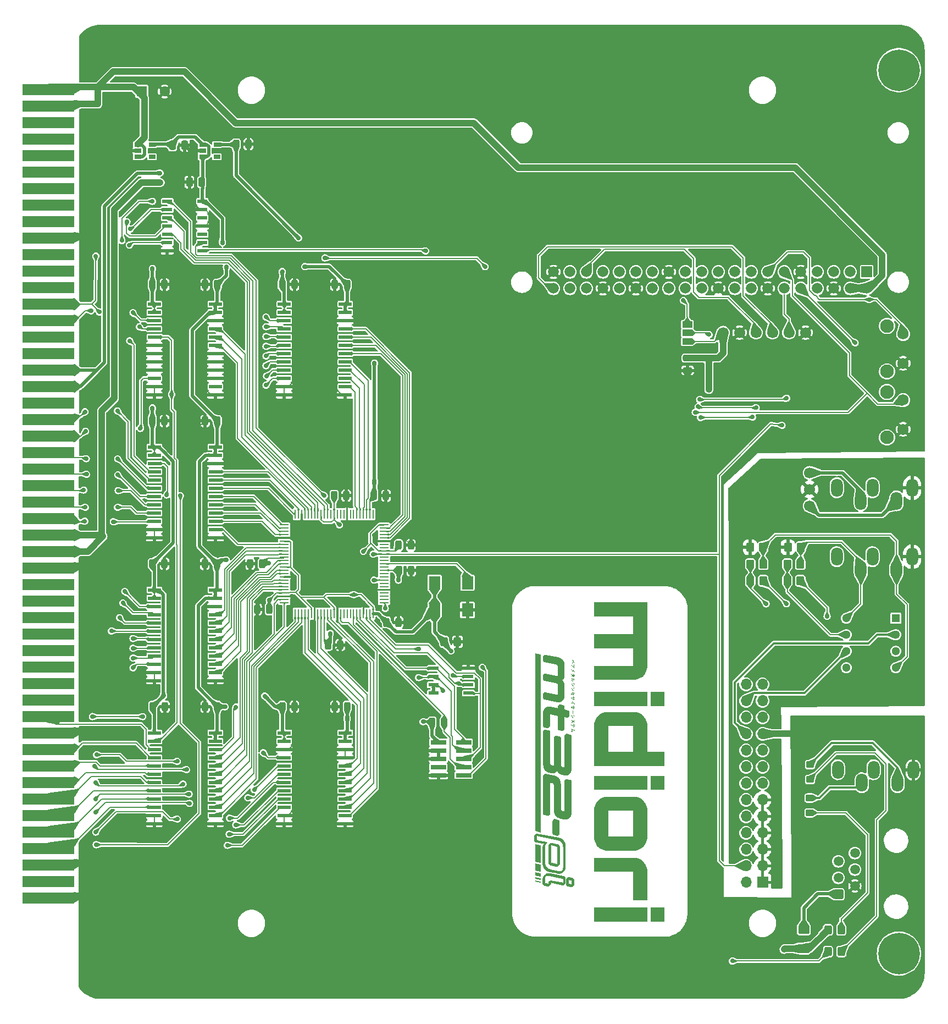
<source format=gbr>
G04 #@! TF.GenerationSoftware,KiCad,Pcbnew,7.0.10*
G04 #@! TF.CreationDate,2024-02-11T13:41:43-06:00*
G04 #@! TF.ProjectId,midiori,6d696469-6f72-4692-9e6b-696361645f70,rev?*
G04 #@! TF.SameCoordinates,Original*
G04 #@! TF.FileFunction,Copper,L1,Top*
G04 #@! TF.FilePolarity,Positive*
%FSLAX46Y46*%
G04 Gerber Fmt 4.6, Leading zero omitted, Abs format (unit mm)*
G04 Created by KiCad (PCBNEW 7.0.10) date 2024-02-11 13:41:43*
%MOMM*%
%LPD*%
G01*
G04 APERTURE LIST*
G04 Aperture macros list*
%AMRoundRect*
0 Rectangle with rounded corners*
0 $1 Rounding radius*
0 $2 $3 $4 $5 $6 $7 $8 $9 X,Y pos of 4 corners*
0 Add a 4 corners polygon primitive as box body*
4,1,4,$2,$3,$4,$5,$6,$7,$8,$9,$2,$3,0*
0 Add four circle primitives for the rounded corners*
1,1,$1+$1,$2,$3*
1,1,$1+$1,$4,$5*
1,1,$1+$1,$6,$7*
1,1,$1+$1,$8,$9*
0 Add four rect primitives between the rounded corners*
20,1,$1+$1,$2,$3,$4,$5,0*
20,1,$1+$1,$4,$5,$6,$7,0*
20,1,$1+$1,$6,$7,$8,$9,0*
20,1,$1+$1,$8,$9,$2,$3,0*%
G04 Aperture macros list end*
G04 #@! TA.AperFunction,EtchedComponent*
%ADD10C,0.264573*%
G04 #@! TD*
G04 #@! TA.AperFunction,SMDPad,CuDef*
%ADD11R,1.800000X2.000000*%
G04 #@! TD*
G04 #@! TA.AperFunction,ConnectorPad*
%ADD12R,8.000000X1.800000*%
G04 #@! TD*
G04 #@! TA.AperFunction,SMDPad,CuDef*
%ADD13RoundRect,0.250000X-0.325000X-0.450000X0.325000X-0.450000X0.325000X0.450000X-0.325000X0.450000X0*%
G04 #@! TD*
G04 #@! TA.AperFunction,SMDPad,CuDef*
%ADD14R,2.000000X0.600000*%
G04 #@! TD*
G04 #@! TA.AperFunction,SMDPad,CuDef*
%ADD15R,1.470000X0.280000*%
G04 #@! TD*
G04 #@! TA.AperFunction,SMDPad,CuDef*
%ADD16R,0.280000X1.470000*%
G04 #@! TD*
G04 #@! TA.AperFunction,SMDPad,CuDef*
%ADD17R,1.500000X0.600000*%
G04 #@! TD*
G04 #@! TA.AperFunction,SMDPad,CuDef*
%ADD18R,1.550000X0.600000*%
G04 #@! TD*
G04 #@! TA.AperFunction,SMDPad,CuDef*
%ADD19R,1.060000X0.650000*%
G04 #@! TD*
G04 #@! TA.AperFunction,SMDPad,CuDef*
%ADD20RoundRect,0.243750X-0.243750X-0.456250X0.243750X-0.456250X0.243750X0.456250X-0.243750X0.456250X0*%
G04 #@! TD*
G04 #@! TA.AperFunction,SMDPad,CuDef*
%ADD21R,2.400000X0.740000*%
G04 #@! TD*
G04 #@! TA.AperFunction,SMDPad,CuDef*
%ADD22RoundRect,0.243750X0.243750X0.456250X-0.243750X0.456250X-0.243750X-0.456250X0.243750X-0.456250X0*%
G04 #@! TD*
G04 #@! TA.AperFunction,ComponentPad*
%ADD23C,6.400000*%
G04 #@! TD*
G04 #@! TA.AperFunction,ComponentPad*
%ADD24O,1.800000X2.800000*%
G04 #@! TD*
G04 #@! TA.AperFunction,SMDPad,CuDef*
%ADD25RoundRect,0.250000X-0.350000X-0.450000X0.350000X-0.450000X0.350000X0.450000X-0.350000X0.450000X0*%
G04 #@! TD*
G04 #@! TA.AperFunction,ComponentPad*
%ADD26C,2.100000*%
G04 #@! TD*
G04 #@! TA.AperFunction,ComponentPad*
%ADD27C,1.750000*%
G04 #@! TD*
G04 #@! TA.AperFunction,ComponentPad*
%ADD28R,1.665000X1.665000*%
G04 #@! TD*
G04 #@! TA.AperFunction,ComponentPad*
%ADD29C,1.665000*%
G04 #@! TD*
G04 #@! TA.AperFunction,SMDPad,CuDef*
%ADD30RoundRect,0.250001X-0.624999X0.462499X-0.624999X-0.462499X0.624999X-0.462499X0.624999X0.462499X0*%
G04 #@! TD*
G04 #@! TA.AperFunction,SMDPad,CuDef*
%ADD31R,1.500000X1.000000*%
G04 #@! TD*
G04 #@! TA.AperFunction,ComponentPad*
%ADD32R,1.700000X1.700000*%
G04 #@! TD*
G04 #@! TA.AperFunction,ComponentPad*
%ADD33O,1.700000X1.700000*%
G04 #@! TD*
G04 #@! TA.AperFunction,ComponentPad*
%ADD34RoundRect,0.250000X0.510000X-0.510000X0.510000X0.510000X-0.510000X0.510000X-0.510000X-0.510000X0*%
G04 #@! TD*
G04 #@! TA.AperFunction,ComponentPad*
%ADD35C,1.520000*%
G04 #@! TD*
G04 #@! TA.AperFunction,SMDPad,CuDef*
%ADD36RoundRect,0.250000X0.350000X0.450000X-0.350000X0.450000X-0.350000X-0.450000X0.350000X-0.450000X0*%
G04 #@! TD*
G04 #@! TA.AperFunction,SMDPad,CuDef*
%ADD37RoundRect,0.250000X0.475000X-0.250000X0.475000X0.250000X-0.475000X0.250000X-0.475000X-0.250000X0*%
G04 #@! TD*
G04 #@! TA.AperFunction,SMDPad,CuDef*
%ADD38RoundRect,0.250000X0.325000X0.450000X-0.325000X0.450000X-0.325000X-0.450000X0.325000X-0.450000X0*%
G04 #@! TD*
G04 #@! TA.AperFunction,SMDPad,CuDef*
%ADD39RoundRect,0.250000X0.250000X0.475000X-0.250000X0.475000X-0.250000X-0.475000X0.250000X-0.475000X0*%
G04 #@! TD*
G04 #@! TA.AperFunction,ComponentPad*
%ADD40C,1.700000*%
G04 #@! TD*
G04 #@! TA.AperFunction,SMDPad,CuDef*
%ADD41RoundRect,0.250000X-0.250000X-0.475000X0.250000X-0.475000X0.250000X0.475000X-0.250000X0.475000X0*%
G04 #@! TD*
G04 #@! TA.AperFunction,SMDPad,CuDef*
%ADD42RoundRect,0.250000X-0.350000X0.275000X-0.350000X-0.275000X0.350000X-0.275000X0.350000X0.275000X0*%
G04 #@! TD*
G04 #@! TA.AperFunction,ComponentPad*
%ADD43R,1.300000X1.300000*%
G04 #@! TD*
G04 #@! TA.AperFunction,ComponentPad*
%ADD44C,1.300000*%
G04 #@! TD*
G04 #@! TA.AperFunction,ComponentPad*
%ADD45R,1.600000X1.600000*%
G04 #@! TD*
G04 #@! TA.AperFunction,ComponentPad*
%ADD46C,1.600000*%
G04 #@! TD*
G04 #@! TA.AperFunction,ViaPad*
%ADD47C,0.700000*%
G04 #@! TD*
G04 #@! TA.AperFunction,Conductor*
%ADD48C,0.200000*%
G04 #@! TD*
G04 #@! TA.AperFunction,Conductor*
%ADD49C,1.000000*%
G04 #@! TD*
G04 #@! TA.AperFunction,Conductor*
%ADD50C,0.500000*%
G04 #@! TD*
G04 #@! TA.AperFunction,Conductor*
%ADD51C,0.350000*%
G04 #@! TD*
G04 APERTURE END LIST*
G04 #@! TA.AperFunction,EtchedComponent*
G36*
X144919377Y-143873226D02*
G01*
X142746266Y-143873226D01*
X142746266Y-141714226D01*
X144919377Y-141714226D01*
X144919377Y-143873226D01*
G37*
G04 #@! TD.AperFunction*
G04 #@! TA.AperFunction,EtchedComponent*
G36*
X142238266Y-143873226D02*
G01*
X134053821Y-143873226D01*
X134053821Y-141714226D01*
X142238266Y-141714226D01*
X142238266Y-143873226D01*
G37*
G04 #@! TD.AperFunction*
G04 #@! TA.AperFunction,EtchedComponent*
G36*
X144919377Y-156799225D02*
G01*
X142746266Y-156799225D01*
X142746266Y-154640225D01*
X144919377Y-154640225D01*
X144919377Y-156799225D01*
G37*
G04 #@! TD.AperFunction*
G04 #@! TA.AperFunction,EtchedComponent*
G36*
X142238266Y-156799225D02*
G01*
X134053821Y-156799225D01*
X134053821Y-154640225D01*
X142238266Y-154640225D01*
X142238266Y-156799225D01*
G37*
G04 #@! TD.AperFunction*
G04 #@! TA.AperFunction,EtchedComponent*
G36*
X144919377Y-177083946D02*
G01*
X142746266Y-177083946D01*
X142746266Y-174924946D01*
X144919377Y-174924946D01*
X144919377Y-177083946D01*
G37*
G04 #@! TD.AperFunction*
G04 #@! TA.AperFunction,EtchedComponent*
G36*
X142238266Y-177083946D02*
G01*
X134053821Y-177083946D01*
X134053821Y-174924946D01*
X142238266Y-174924946D01*
X142238266Y-177083946D01*
G37*
G04 #@! TD.AperFunction*
G04 #@! TA.AperFunction,EtchedComponent*
G36*
X140427955Y-167249483D02*
G01*
X140656505Y-167290376D01*
X140876168Y-167356571D01*
X141085310Y-167446462D01*
X141282294Y-167558446D01*
X141465487Y-167690917D01*
X141633252Y-167842272D01*
X141783954Y-168010905D01*
X141915957Y-168195214D01*
X142027627Y-168393592D01*
X142117329Y-168604435D01*
X142183426Y-168826140D01*
X142224283Y-169057102D01*
X142238266Y-169295716D01*
X142238266Y-173811266D01*
X140079266Y-173811266D01*
X140079266Y-169394496D01*
X134053821Y-169394496D01*
X134053821Y-167235496D01*
X140192155Y-167235496D01*
X140427955Y-167249483D01*
G37*
G04 #@! TD.AperFunction*
G04 #@! TA.AperFunction,EtchedComponent*
G36*
X142238266Y-137784061D02*
G01*
X142224283Y-138022469D01*
X142183426Y-138252855D01*
X142117329Y-138473675D01*
X142027627Y-138683388D01*
X141915957Y-138880450D01*
X141783954Y-139063318D01*
X141633252Y-139230450D01*
X141465487Y-139380304D01*
X141282294Y-139511336D01*
X141085310Y-139622003D01*
X140876168Y-139710763D01*
X140656505Y-139776073D01*
X140427955Y-139816391D01*
X140192155Y-139830172D01*
X134053821Y-139830172D01*
X134053821Y-137685283D01*
X140079266Y-137685283D01*
X140079266Y-134975950D01*
X134053821Y-134975950D01*
X134053821Y-132802839D01*
X140079266Y-132802839D01*
X140079266Y-130093506D01*
X134053821Y-130093506D01*
X134053821Y-127934506D01*
X142238266Y-127934506D01*
X142238266Y-137784061D01*
G37*
G04 #@! TD.AperFunction*
G04 #@! TA.AperFunction,EtchedComponent*
G36*
X140427955Y-144819002D02*
G01*
X140656505Y-144859320D01*
X140876168Y-144924630D01*
X141085310Y-145013390D01*
X141282294Y-145124058D01*
X141465487Y-145255090D01*
X141633252Y-145404943D01*
X141783954Y-145572075D01*
X141915957Y-145754944D01*
X142027627Y-145952006D01*
X142117329Y-146161718D01*
X142183426Y-146382538D01*
X142224283Y-146612924D01*
X142238266Y-146851331D01*
X142238266Y-150957665D01*
X144919377Y-150957665D01*
X144919377Y-153116666D01*
X134053821Y-153116666D01*
X134053821Y-146978331D01*
X136212821Y-146978331D01*
X136212821Y-150957665D01*
X140079266Y-150957665D01*
X140079266Y-146978331D01*
X136212821Y-146978331D01*
X134053821Y-146978331D01*
X134053821Y-146851331D01*
X134067804Y-146612924D01*
X134108661Y-146382538D01*
X134174758Y-146161718D01*
X134264460Y-145952006D01*
X134376130Y-145754944D01*
X134508133Y-145572075D01*
X134658835Y-145404943D01*
X134826600Y-145255090D01*
X135009793Y-145124058D01*
X135206777Y-145013390D01*
X135415919Y-144924630D01*
X135635582Y-144859320D01*
X135864132Y-144819002D01*
X136099932Y-144805220D01*
X140192155Y-144805220D01*
X140427955Y-144819002D01*
G37*
G04 #@! TD.AperFunction*
G04 #@! TA.AperFunction,EtchedComponent*
G36*
X140427955Y-157864705D02*
G01*
X140656505Y-157905562D01*
X140876168Y-157971659D01*
X141085310Y-158061361D01*
X141282294Y-158173031D01*
X141465487Y-158305034D01*
X141633252Y-158455736D01*
X141783954Y-158623501D01*
X141915957Y-158806694D01*
X142027627Y-159003678D01*
X142117329Y-159212820D01*
X142183426Y-159432483D01*
X142224283Y-159661033D01*
X142238266Y-159896834D01*
X142238266Y-164101946D01*
X142224283Y-164340354D01*
X142183426Y-164570739D01*
X142117329Y-164791560D01*
X142027627Y-165001272D01*
X141915957Y-165198334D01*
X141783954Y-165381202D01*
X141633252Y-165548334D01*
X141465487Y-165698187D01*
X141282294Y-165829219D01*
X141085310Y-165939886D01*
X140876168Y-166028646D01*
X140656505Y-166093956D01*
X140427955Y-166134274D01*
X140192155Y-166148056D01*
X136099932Y-166148056D01*
X135864132Y-166134274D01*
X135635582Y-166093956D01*
X135415919Y-166028646D01*
X135206777Y-165939886D01*
X135009793Y-165829219D01*
X134826600Y-165698187D01*
X134658835Y-165548334D01*
X134508133Y-165381202D01*
X134376130Y-165198334D01*
X134264460Y-165001272D01*
X134174758Y-164791560D01*
X134108661Y-164570739D01*
X134067804Y-164340354D01*
X134053821Y-164101946D01*
X134053821Y-163989056D01*
X136212821Y-163989056D01*
X140079266Y-163989056D01*
X140079266Y-160009723D01*
X136212821Y-160009723D01*
X136212821Y-163989056D01*
X134053821Y-163989056D01*
X134053821Y-159896834D01*
X134067804Y-159661033D01*
X134108661Y-159432483D01*
X134174758Y-159212820D01*
X134264460Y-159003678D01*
X134376130Y-158806694D01*
X134508133Y-158623501D01*
X134658835Y-158455736D01*
X134826600Y-158305034D01*
X135009793Y-158173031D01*
X135206777Y-158061361D01*
X135415919Y-157971659D01*
X135635582Y-157905562D01*
X135864132Y-157864705D01*
X136099932Y-157850723D01*
X140192155Y-157850723D01*
X140427955Y-157864705D01*
G37*
G04 #@! TD.AperFunction*
D10*
X125198141Y-163592847D02*
X125209759Y-163592947D01*
X125209759Y-163592947D02*
X125221816Y-163593581D01*
X125186961Y-163593279D02*
X125198141Y-163592847D01*
X125221816Y-163593581D02*
X125234311Y-163594749D01*
X125176219Y-163594245D02*
X125186961Y-163593279D01*
X125234311Y-163594749D02*
X125247245Y-163596449D01*
X125165916Y-163595744D02*
X125176219Y-163594245D01*
X125247245Y-163596449D02*
X125260617Y-163598683D01*
X125156051Y-163597776D02*
X125165916Y-163595744D01*
X125260617Y-163598683D02*
X125274428Y-163601450D01*
X125146625Y-163600341D02*
X125156051Y-163597776D01*
X125274428Y-163601450D02*
X128532255Y-164250593D01*
X125137637Y-163603440D02*
X125146625Y-163600341D01*
X125129087Y-163607072D02*
X125137637Y-163603440D01*
X125120976Y-163611237D02*
X125129087Y-163607072D01*
X125113304Y-163615935D02*
X125120976Y-163611237D01*
X125106070Y-163621166D02*
X125113304Y-163615935D01*
X125099274Y-163626931D02*
X125106070Y-163621166D01*
X125092917Y-163633229D02*
X125099274Y-163626931D01*
X125086998Y-163640060D02*
X125092917Y-163633229D01*
X125081517Y-163647425D02*
X125086998Y-163640060D01*
X125076475Y-163655322D02*
X125081517Y-163647425D01*
X125071872Y-163663753D02*
X125076475Y-163655322D01*
X125067707Y-163672717D02*
X125071872Y-163663753D01*
X125063980Y-163682215D02*
X125067707Y-163672717D01*
X125060692Y-163692245D02*
X125063980Y-163682215D01*
X125057842Y-163702809D02*
X125060692Y-163692245D01*
X125055431Y-163713906D02*
X125057842Y-163702809D01*
X125053458Y-163725536D02*
X125055431Y-163713906D01*
X125050588Y-163726498D02*
X125062206Y-163726599D01*
X125062206Y-163726599D02*
X125074263Y-163727233D01*
X125039408Y-163726931D02*
X125050588Y-163726498D01*
X125074263Y-163727233D02*
X125086758Y-163728400D01*
X125028666Y-163727896D02*
X125039408Y-163726931D01*
X125086758Y-163728400D02*
X125099692Y-163730100D01*
X125018363Y-163729395D02*
X125028666Y-163727896D01*
X125099692Y-163730100D02*
X125113064Y-163732334D01*
X125008498Y-163731427D02*
X125018363Y-163729395D01*
X125113064Y-163732334D02*
X125126875Y-163735101D01*
X124999072Y-163733993D02*
X125008498Y-163731427D01*
X125126875Y-163735101D02*
X128384702Y-164384246D01*
X124990084Y-163737091D02*
X124999072Y-163733993D01*
X125051923Y-163737700D02*
X125053458Y-163725536D01*
X124981534Y-163740723D02*
X124990084Y-163737091D01*
X124973423Y-163744888D02*
X124981534Y-163740723D01*
X124965751Y-163749587D02*
X124973423Y-163744888D01*
X125050827Y-163750396D02*
X125051923Y-163737700D01*
X124958517Y-163754818D02*
X124965751Y-163749587D01*
X124951721Y-163760583D02*
X124958517Y-163754818D01*
X125050169Y-163763626D02*
X125050827Y-163750396D01*
X124945364Y-163766881D02*
X124951721Y-163760583D01*
X124939445Y-163773712D02*
X124945364Y-163766881D01*
X125049950Y-163777389D02*
X125050169Y-163763626D01*
X124933965Y-163781076D02*
X124939445Y-163773712D01*
X124928923Y-163788974D02*
X124933965Y-163781076D01*
X124924319Y-163797405D02*
X124928923Y-163788974D01*
X124920154Y-163806369D02*
X124924319Y-163797405D01*
X124916427Y-163815867D02*
X124920154Y-163806369D01*
X124913139Y-163825897D02*
X124916427Y-163815867D01*
X124910289Y-163836461D02*
X124913139Y-163825897D01*
X124907878Y-163847558D02*
X124910289Y-163836461D01*
X124905905Y-163859188D02*
X124907878Y-163847558D01*
X124904370Y-163871352D02*
X124905905Y-163859188D01*
X124903274Y-163884049D02*
X124904370Y-163871352D01*
X124902617Y-163897279D02*
X124903274Y-163884049D01*
X124902397Y-163911042D02*
X124902617Y-163897279D01*
X128532255Y-164250593D02*
X128586193Y-164262157D01*
X128586193Y-164262157D02*
X128638804Y-164275617D01*
X128638804Y-164275617D02*
X128690088Y-164290974D01*
X128690088Y-164290974D02*
X128715232Y-164299363D01*
X128715232Y-164299363D02*
X128740045Y-164308227D01*
X128740045Y-164308227D02*
X128764525Y-164317564D01*
X128764525Y-164317564D02*
X128788674Y-164327376D01*
X128788674Y-164327376D02*
X128812492Y-164337661D01*
X128812492Y-164337661D02*
X128835977Y-164348421D01*
X125049950Y-164341606D02*
X125049950Y-163777389D01*
X128835977Y-164348421D02*
X128859131Y-164359655D01*
X125050169Y-164355463D02*
X125049950Y-164341606D01*
X128859131Y-164359655D02*
X128881953Y-164371362D01*
X125050827Y-164368977D02*
X125050169Y-164355463D01*
X128881953Y-164371362D02*
X128904443Y-164383544D01*
X125051923Y-164382146D02*
X125050827Y-164368977D01*
X128904443Y-164383544D02*
X128926602Y-164396200D01*
X128384702Y-164384246D02*
X128438640Y-164395810D01*
X125053458Y-164394973D02*
X125051923Y-164382146D01*
X128438640Y-164395810D02*
X128491251Y-164409270D01*
X128926602Y-164396200D02*
X128949115Y-164410016D01*
X125055431Y-164407455D02*
X125053458Y-164394973D01*
X128491251Y-164409270D02*
X128542535Y-164424627D01*
X128949115Y-164410016D02*
X128971154Y-164424164D01*
X125057842Y-164419594D02*
X125055431Y-164407455D01*
X128971154Y-164424164D02*
X128992719Y-164438644D01*
X128542535Y-164424627D02*
X128567679Y-164433016D01*
X125060692Y-164431390D02*
X125057842Y-164419594D01*
X128567679Y-164433016D02*
X128592491Y-164441879D01*
X128992719Y-164438644D02*
X129013810Y-164453456D01*
X128592491Y-164441879D02*
X128616972Y-164451217D01*
X125063980Y-164442842D02*
X125060692Y-164431390D01*
X128616972Y-164451217D02*
X128641121Y-164461029D01*
X129013810Y-164453456D02*
X129034428Y-164468599D01*
X125067707Y-164453950D02*
X125063980Y-164442842D01*
X128641121Y-164461029D02*
X128664939Y-164471314D01*
X125071872Y-164464715D02*
X125067707Y-164453950D01*
X129034428Y-164468599D02*
X129054571Y-164484074D01*
X128664939Y-164471314D02*
X128688424Y-164482074D01*
X125076475Y-164475136D02*
X125071872Y-164464715D01*
X124902397Y-164475259D02*
X124902397Y-163911042D01*
X128688424Y-164482074D02*
X128711578Y-164493307D01*
X129054571Y-164484074D02*
X129074240Y-164499881D01*
X125081517Y-164485213D02*
X125076475Y-164475136D01*
X124902617Y-164489117D02*
X124902397Y-164475259D01*
X128711578Y-164493307D02*
X128734400Y-164505015D01*
X125086998Y-164494947D02*
X125081517Y-164485213D01*
X129074240Y-164499881D02*
X129093436Y-164516019D01*
X124903274Y-164502631D02*
X124902617Y-164489117D01*
X125092917Y-164504338D02*
X125086998Y-164494947D01*
X128734400Y-164505015D02*
X128756890Y-164517197D01*
X125099274Y-164513384D02*
X125092917Y-164504338D01*
X124904370Y-164515802D02*
X124903274Y-164502631D01*
X129093436Y-164516019D02*
X129112157Y-164532490D01*
X128756890Y-164517197D02*
X128779049Y-164529853D01*
X125106070Y-164522087D02*
X125099274Y-164513384D01*
X124905905Y-164528629D02*
X124904370Y-164515802D01*
X128779049Y-164529853D02*
X128801562Y-164543669D01*
X125113304Y-164530447D02*
X125106070Y-164522087D01*
X129112157Y-164532490D02*
X129130404Y-164549292D01*
X125120976Y-164538463D02*
X125113304Y-164530447D01*
X124907878Y-164541112D02*
X124905905Y-164528629D01*
X128801562Y-164543669D02*
X128823601Y-164557816D01*
X125129087Y-164546135D02*
X125120976Y-164538463D01*
X129130404Y-164549292D02*
X129148178Y-164566425D01*
X124910289Y-164553252D02*
X124907878Y-164541112D01*
X125137637Y-164553463D02*
X125129087Y-164546135D01*
X128823601Y-164557816D02*
X128845166Y-164572296D01*
X125146625Y-164560448D02*
X125137637Y-164553463D01*
X124913139Y-164565048D02*
X124910289Y-164553252D01*
X129148178Y-164566425D02*
X129165477Y-164583891D01*
X125156051Y-164567090D02*
X125146625Y-164560448D01*
X128845166Y-164572296D02*
X128866257Y-164587107D01*
X125165916Y-164573388D02*
X125156051Y-164567090D01*
X124916427Y-164576501D02*
X124913139Y-164565048D01*
X125176219Y-164579342D02*
X125165916Y-164573388D01*
X129165477Y-164583891D02*
X129182303Y-164601688D01*
X125186961Y-164584952D02*
X125176219Y-164579342D01*
X128866257Y-164587107D02*
X128886874Y-164602251D01*
X124920154Y-164587610D02*
X124916427Y-164576501D01*
X125198141Y-164590219D02*
X125186961Y-164584952D01*
X125209759Y-164595143D02*
X125198141Y-164590219D01*
X124924319Y-164598375D02*
X124920154Y-164587610D01*
X125221816Y-164599722D02*
X125209759Y-164595143D01*
X129182303Y-164601688D02*
X129198654Y-164619817D01*
X128886874Y-164602251D02*
X128907018Y-164617726D01*
X125234311Y-164603958D02*
X125221816Y-164599722D01*
X125247245Y-164607851D02*
X125234311Y-164603958D01*
X124928923Y-164608797D02*
X124924319Y-164598375D01*
X125274428Y-164614605D02*
X125247245Y-164607851D01*
X128907018Y-164617726D02*
X128926687Y-164633533D01*
X124933965Y-164618875D02*
X124928923Y-164608797D01*
X129198654Y-164619817D02*
X129214532Y-164638278D01*
X124939445Y-164628610D02*
X124933965Y-164618875D01*
X128926687Y-164633533D02*
X128945882Y-164649671D01*
X124945364Y-164638000D02*
X124939445Y-164628610D01*
X129214532Y-164638278D02*
X129229936Y-164657070D01*
X124951721Y-164647048D02*
X124945364Y-164638000D01*
X128945882Y-164649671D02*
X128964604Y-164666142D01*
X124958517Y-164655751D02*
X124951721Y-164647048D01*
X129229936Y-164657070D02*
X129245624Y-164676171D01*
X124965751Y-164664111D02*
X124958517Y-164655751D01*
X128964604Y-164666142D02*
X128982851Y-164682944D01*
X124973423Y-164672127D02*
X124965751Y-164664111D01*
X129245624Y-164676171D02*
X129260839Y-164695555D01*
X124981534Y-164679800D02*
X124973423Y-164672127D01*
X128982851Y-164682944D02*
X129000625Y-164700078D01*
X124990084Y-164687129D02*
X124981534Y-164679800D01*
X124999072Y-164694114D02*
X124990084Y-164687129D01*
X129260839Y-164695555D02*
X129275579Y-164715225D01*
X129000625Y-164700078D02*
X129017924Y-164717543D01*
X125008498Y-164700756D02*
X124999072Y-164694114D01*
X125018363Y-164707054D02*
X125008498Y-164700756D01*
X125028666Y-164713009D02*
X125018363Y-164707054D01*
X129275579Y-164715225D02*
X129289846Y-164735179D01*
X129017924Y-164717543D02*
X129034750Y-164735341D01*
X125039408Y-164718620D02*
X125028666Y-164713009D01*
X125050588Y-164723887D02*
X125039408Y-164718620D01*
X125062206Y-164728810D02*
X125050588Y-164723887D01*
X125074263Y-164733390D02*
X125062206Y-164728810D01*
X129289846Y-164735179D02*
X129303638Y-164755417D01*
X129034750Y-164735341D02*
X129051101Y-164753470D01*
X125086758Y-164737626D02*
X125074263Y-164733390D01*
X125099692Y-164741519D02*
X125086758Y-164737626D01*
X125126875Y-164748273D02*
X125099692Y-164741519D01*
X129051101Y-164753470D02*
X129066979Y-164771930D01*
X129303638Y-164755417D02*
X129316957Y-164775940D01*
X129066979Y-164771930D02*
X129082383Y-164790723D01*
X129316957Y-164775940D02*
X129329802Y-164796747D01*
X129082383Y-164790723D02*
X129098071Y-164809823D01*
X129329802Y-164796747D02*
X129342173Y-164817839D01*
X129098071Y-164809823D02*
X129113285Y-164829208D01*
X129342173Y-164817839D02*
X129354070Y-164839215D01*
X129113285Y-164829208D02*
X129128026Y-164848877D01*
X129354070Y-164839215D02*
X129365493Y-164860875D01*
X129128026Y-164848877D02*
X129142293Y-164868831D01*
X129365493Y-164860875D02*
X129376442Y-164882820D01*
X129142293Y-164868831D02*
X129156085Y-164889069D01*
X129376442Y-164882820D02*
X129386918Y-164905050D01*
X129156085Y-164889069D02*
X129169404Y-164909592D01*
X126681959Y-164893679D02*
X125274428Y-164614605D01*
X126662503Y-164904628D02*
X126681959Y-164893679D01*
X129386918Y-164905050D02*
X129396919Y-164927563D01*
X129169404Y-164909592D02*
X129182249Y-164930399D01*
X126643568Y-164916241D02*
X126662503Y-164904628D01*
X129396919Y-164927563D02*
X129406447Y-164950362D01*
X126625155Y-164928517D02*
X126643568Y-164916241D01*
X129182249Y-164930399D02*
X129194620Y-164951491D01*
X126607262Y-164941457D02*
X126625155Y-164928517D01*
X129406447Y-164950362D02*
X129415500Y-164973444D01*
X129194620Y-164951491D02*
X129206517Y-164972867D01*
X126589891Y-164955060D02*
X126607262Y-164941457D01*
X126573042Y-164969327D02*
X126589891Y-164955060D01*
X129206517Y-164972867D02*
X129217940Y-164994527D01*
X129415500Y-164973444D02*
X129424080Y-164996811D01*
X126556714Y-164984257D02*
X126573042Y-164969327D01*
X129217940Y-164994527D02*
X129228889Y-165016472D01*
X129424080Y-164996811D02*
X129432895Y-165021174D01*
X126540907Y-164999851D02*
X126556714Y-164984257D01*
X126525621Y-165016108D02*
X126540907Y-164999851D01*
X129228889Y-165016472D02*
X129239365Y-165038701D01*
X129432895Y-165021174D02*
X129441143Y-165045726D01*
X126534407Y-165027345D02*
X125126875Y-164748273D01*
X126510857Y-165033029D02*
X126525621Y-165016108D01*
X126514950Y-165038294D02*
X126534407Y-165027345D01*
X129239365Y-165038701D02*
X129249366Y-165061214D01*
X129441143Y-165045726D02*
X129448821Y-165070468D01*
X126496015Y-165049907D02*
X126514950Y-165038294D01*
X126496614Y-165050613D02*
X126510857Y-165033029D01*
X127455498Y-165056673D02*
X127440401Y-165057288D01*
X127471020Y-165056720D02*
X127455498Y-165056673D01*
X127440401Y-165057288D02*
X127425732Y-165058568D01*
X127486969Y-165057432D02*
X127471020Y-165056720D01*
X127425732Y-165058568D02*
X127411489Y-165060511D01*
X127503345Y-165058807D02*
X127486969Y-165057432D01*
X127411489Y-165060511D02*
X127397672Y-165063118D01*
X127520147Y-165060846D02*
X127503345Y-165058807D01*
X129249366Y-165061214D02*
X129258893Y-165084012D01*
X126477601Y-165062184D02*
X126496015Y-165049907D01*
X127397672Y-165063118D02*
X127384282Y-165066389D01*
X127537376Y-165063549D02*
X127520147Y-165060846D01*
X127384282Y-165066389D02*
X127371319Y-165070324D01*
X126482893Y-165068861D02*
X126496614Y-165050613D01*
X127371319Y-165070324D02*
X127358782Y-165074922D01*
X129448821Y-165070468D02*
X129455930Y-165095400D01*
X127358782Y-165074922D02*
X127346671Y-165080184D01*
X126459708Y-165075124D02*
X126477601Y-165062184D01*
X127346671Y-165080184D02*
X127334987Y-165086110D01*
X129258893Y-165084012D02*
X129267947Y-165107095D01*
X127334987Y-165086110D02*
X127323730Y-165092699D01*
X126469693Y-165087773D02*
X126482893Y-165068861D01*
X126442337Y-165088727D02*
X126459708Y-165075124D01*
X127323730Y-165092699D02*
X127312899Y-165099953D01*
X129455930Y-165095400D02*
X129462471Y-165120521D01*
X127312899Y-165099953D02*
X127303348Y-165108579D01*
X126425488Y-165102994D02*
X126442337Y-165088727D01*
X129267947Y-165107095D02*
X129276527Y-165130462D01*
X126457014Y-165107348D02*
X126469693Y-165087773D01*
X127303348Y-165108579D02*
X127294414Y-165117774D01*
X127294414Y-165117774D02*
X127286096Y-165127538D01*
X126409160Y-165117924D02*
X126425488Y-165102994D01*
X129462471Y-165120521D02*
X129468443Y-165145831D01*
X127286096Y-165127538D02*
X127278394Y-165137871D01*
X126444857Y-165127587D02*
X126457014Y-165107348D01*
X129276527Y-165130462D02*
X129285342Y-165154825D01*
X126393353Y-165133518D02*
X126409160Y-165117924D01*
X127278394Y-165137871D02*
X127271308Y-165148773D01*
X129468443Y-165145831D02*
X129473846Y-165171331D01*
X126433221Y-165148489D02*
X126444857Y-165127587D01*
X127271308Y-165148773D02*
X127264838Y-165160243D01*
X126378067Y-165149775D02*
X126393353Y-165133518D01*
X129285342Y-165154825D02*
X129293589Y-165179378D01*
X127264838Y-165160243D02*
X127258985Y-165172282D01*
X126363303Y-165166696D02*
X126378067Y-165149775D01*
X126422201Y-165170859D02*
X126433221Y-165148489D01*
X129473846Y-165171331D02*
X129478681Y-165197021D01*
X127258985Y-165172282D02*
X127253748Y-165184890D01*
X129293589Y-165179378D02*
X129301268Y-165204120D01*
X126349060Y-165184280D02*
X126363303Y-165166696D01*
X127253748Y-165184890D02*
X127249126Y-165198067D01*
X127307944Y-165190346D02*
X127292848Y-165190963D01*
X127323467Y-165190393D02*
X127307944Y-165190346D01*
X127292848Y-165190963D02*
X127278179Y-165192243D01*
X127339416Y-165191103D02*
X127323467Y-165190393D01*
X127278179Y-165192243D02*
X127263936Y-165194186D01*
X127355792Y-165192477D02*
X127339416Y-165191103D01*
X126411892Y-165193987D02*
X126422201Y-165170859D01*
X127263936Y-165194186D02*
X127250119Y-165196793D01*
X127372594Y-165194514D02*
X127355792Y-165192477D01*
X127250119Y-165196793D02*
X127236729Y-165200064D01*
X129478681Y-165197021D02*
X129482946Y-165222900D01*
X127389823Y-165197215D02*
X127372594Y-165194514D01*
X127249126Y-165198067D02*
X127245121Y-165211812D01*
X127236729Y-165200064D02*
X127223765Y-165203998D01*
X126335339Y-165202528D02*
X126349060Y-165184280D01*
X127223765Y-165203998D02*
X127211228Y-165208595D01*
X129301268Y-165204120D02*
X129308377Y-165229052D01*
X127211228Y-165208595D02*
X127199118Y-165213856D01*
X127245121Y-165211812D02*
X127241733Y-165226126D01*
X127199118Y-165213856D02*
X127187434Y-165219781D01*
X126402294Y-165217874D02*
X126411892Y-165193987D01*
X127187434Y-165219781D02*
X127176176Y-165226369D01*
X128301795Y-165221315D02*
X127537376Y-165063549D01*
X126322139Y-165221440D02*
X126335339Y-165202528D01*
X129482946Y-165222900D02*
X129486643Y-165248968D01*
X128319000Y-165224632D02*
X128301795Y-165221315D01*
X127241733Y-165226126D02*
X127238960Y-165241009D01*
X127176176Y-165226369D02*
X127165346Y-165233621D01*
X128335732Y-165228518D02*
X128319000Y-165224632D01*
X129308377Y-165229052D02*
X129314918Y-165254173D01*
X128351989Y-165232973D02*
X128335732Y-165228518D01*
X127165346Y-165233621D02*
X127155795Y-165242247D01*
X128367772Y-165237997D02*
X128351989Y-165232973D01*
X127238960Y-165241009D02*
X127236803Y-165256460D01*
X126309460Y-165241015D02*
X126322139Y-165221440D01*
X127155795Y-165242247D02*
X127146861Y-165251442D01*
X126393407Y-165242520D02*
X126402294Y-165217874D01*
X128383081Y-165243589D02*
X128367772Y-165237997D01*
X129486643Y-165248968D02*
X129489772Y-165275226D01*
X128397917Y-165249751D02*
X128383081Y-165243589D01*
X127146861Y-165251442D02*
X127138543Y-165261206D01*
X129314918Y-165254173D02*
X129320890Y-165279483D01*
X127236803Y-165256460D02*
X127235263Y-165272480D01*
X128412278Y-165256481D02*
X128397917Y-165249751D01*
X127138543Y-165261206D02*
X127130841Y-165271539D01*
X126297303Y-165261253D02*
X126309460Y-165241015D01*
X128426165Y-165263780D02*
X128412278Y-165256481D01*
X126385231Y-165267924D02*
X126393407Y-165242520D01*
X127130841Y-165271539D02*
X127123755Y-165282440D01*
X128439579Y-165271648D02*
X128426165Y-165263780D01*
X127235263Y-165272480D02*
X127234339Y-165289069D01*
X129489772Y-165275226D02*
X129492331Y-165301674D01*
X129320890Y-165279483D02*
X129326293Y-165304983D01*
X128452518Y-165280084D02*
X128439579Y-165271648D01*
X126285667Y-165282155D02*
X126297303Y-165261253D01*
X127123755Y-165282440D02*
X127117285Y-165293910D01*
X127234339Y-165289069D02*
X127234031Y-165306227D01*
X128464984Y-165289090D02*
X128452518Y-165280084D01*
X127117285Y-165293910D02*
X127111432Y-165305949D01*
X126377766Y-165294087D02*
X126385231Y-165267924D01*
X128476975Y-165298664D02*
X128464984Y-165289090D01*
X129492331Y-165301674D02*
X129494322Y-165328311D01*
X126274647Y-165304527D02*
X126285667Y-165282155D01*
X129326293Y-165304983D02*
X129331128Y-165330673D01*
X127111432Y-165305949D02*
X127106195Y-165318557D01*
X127234031Y-165306227D02*
X127234031Y-167799700D01*
X128488492Y-165308807D02*
X128476975Y-165298664D01*
X127106195Y-165318557D02*
X127101573Y-165331734D01*
X128499536Y-165319519D02*
X128488492Y-165308807D01*
X126371012Y-165321008D02*
X126377766Y-165294087D01*
X126264339Y-165327657D02*
X126274647Y-165304527D01*
X129494322Y-165328311D02*
X129495744Y-165355137D01*
X129331128Y-165330673D02*
X129335393Y-165356552D01*
X128510105Y-165330800D02*
X128499536Y-165319519D01*
X127101573Y-165331734D02*
X127097568Y-165345479D01*
X128520201Y-165342649D02*
X128510105Y-165330800D01*
X127097568Y-165345479D02*
X127094180Y-165359793D01*
X126364968Y-165348688D02*
X126371012Y-165321008D01*
X126254741Y-165351546D02*
X126264339Y-165327657D01*
X128154242Y-165354978D02*
X127389823Y-165197215D01*
X129495744Y-165355137D02*
X129496597Y-165382153D01*
X128530486Y-165355683D02*
X128520201Y-165342649D01*
X129335393Y-165356552D02*
X129339090Y-165382620D01*
X128171448Y-165358295D02*
X128154242Y-165354978D01*
X127094180Y-165359793D02*
X127091407Y-165374676D01*
X128188179Y-165362181D02*
X128171448Y-165358295D01*
X128204436Y-165366635D02*
X128188179Y-165362181D01*
X128540107Y-165369000D02*
X128530486Y-165355683D01*
X128220219Y-165371659D02*
X128204436Y-165366635D01*
X127091407Y-165374676D02*
X127089250Y-165390127D01*
X126245854Y-165376192D02*
X126254741Y-165351546D01*
X126359636Y-165377126D02*
X126364968Y-165348688D01*
X128235529Y-165377252D02*
X128220219Y-165371659D01*
X129496597Y-165382153D02*
X129496881Y-165409359D01*
X128549065Y-165382603D02*
X128540107Y-165369000D01*
X129339090Y-165382620D02*
X129342219Y-165408878D01*
X128250364Y-165383413D02*
X128235529Y-165377252D01*
X127089250Y-165390127D02*
X127087710Y-165406148D01*
X128264725Y-165390143D02*
X128250364Y-165383413D01*
X128557360Y-165396489D02*
X128549065Y-165382603D01*
X128278613Y-165397442D02*
X128264725Y-165390143D01*
X126237678Y-165401598D02*
X126245854Y-165376192D01*
X128292026Y-165405310D02*
X128278613Y-165397442D01*
X127087710Y-165406148D02*
X127086786Y-165422737D01*
X126355015Y-165406323D02*
X126359636Y-165377126D01*
X129342219Y-165408878D02*
X129344778Y-165435326D01*
X129496881Y-165409359D02*
X129496881Y-168606600D01*
X128564991Y-165410660D02*
X128557360Y-165396489D01*
X128304965Y-165413747D02*
X128292026Y-165405310D01*
X127086786Y-165422737D02*
X127086478Y-165439895D01*
X128317431Y-165422752D02*
X128304965Y-165413747D01*
X128571958Y-165425116D02*
X128564991Y-165410660D01*
X126230213Y-165427761D02*
X126237678Y-165401598D01*
X128329422Y-165432326D02*
X128317431Y-165422752D01*
X129344778Y-165435326D02*
X129346769Y-165461963D01*
X126351105Y-165436278D02*
X126355015Y-165406323D01*
X128578262Y-165439856D02*
X128571958Y-165425116D01*
X127086478Y-165439895D02*
X127086478Y-167933366D01*
X128340940Y-165442469D02*
X128329422Y-165432326D01*
X128351983Y-165453181D02*
X128340940Y-165442469D01*
X126223458Y-165454683D02*
X126230213Y-165427761D01*
X128583902Y-165454880D02*
X128578262Y-165439856D01*
X129346769Y-165461963D02*
X129348190Y-165488790D01*
X128362553Y-165464462D02*
X128351983Y-165453181D01*
X126347905Y-165466992D02*
X126351105Y-165436278D01*
X128588879Y-165470189D02*
X128583902Y-165454880D01*
X128372648Y-165476312D02*
X128362553Y-165464462D01*
X126217415Y-165482363D02*
X126223458Y-165454683D01*
X128593192Y-165485782D02*
X128588879Y-165470189D01*
X129348190Y-165488790D02*
X129349044Y-165515806D01*
X128382933Y-165489345D02*
X128372648Y-165476312D01*
X126345417Y-165498464D02*
X126347905Y-165466992D01*
X128596841Y-165501659D02*
X128593192Y-165485782D01*
X128392555Y-165502663D02*
X128382933Y-165489345D01*
X126212083Y-165510801D02*
X126217415Y-165482363D01*
X129349044Y-165515806D02*
X129349328Y-165543012D01*
X128401513Y-165516265D02*
X128392555Y-165502663D01*
X128599827Y-165517821D02*
X128596841Y-165501659D01*
X128409807Y-165530151D02*
X128401513Y-165516265D01*
X126343640Y-165530695D02*
X126345417Y-165498464D01*
X128602150Y-165534268D02*
X128599827Y-165517821D01*
X126207462Y-165539997D02*
X126212083Y-165510801D01*
X129349328Y-165543012D02*
X129349328Y-168740251D01*
X128417438Y-165544322D02*
X128409807Y-165530151D01*
X128603808Y-165550999D02*
X128602150Y-165534268D01*
X128424405Y-165558778D02*
X128417438Y-165544322D01*
X126342573Y-165563684D02*
X126343640Y-165530695D01*
X128604804Y-165568014D02*
X128603808Y-165550999D01*
X126203552Y-165569952D02*
X126207462Y-165539997D01*
X128430709Y-165573518D02*
X128424405Y-165558778D01*
X128605136Y-165585314D02*
X128604804Y-165568014D01*
X128436349Y-165588542D02*
X128430709Y-165573518D01*
X126342218Y-165597431D02*
X126342573Y-165563684D01*
X126200352Y-165600665D02*
X126203552Y-165569952D01*
X128441326Y-165603851D02*
X128436349Y-165588542D01*
X128445639Y-165619444D02*
X128441326Y-165603851D01*
X126197864Y-165632136D02*
X126200352Y-165600665D01*
X128449288Y-165635322D02*
X128445639Y-165619444D01*
X128452274Y-165651484D02*
X128449288Y-165635322D01*
X126196087Y-165664366D02*
X126197864Y-165632136D01*
X128454597Y-165667930D02*
X128452274Y-165651484D01*
X128456255Y-165684661D02*
X128454597Y-165667930D01*
X126195020Y-165697353D02*
X126196087Y-165664366D01*
X128457251Y-165701676D02*
X128456255Y-165684661D01*
X128457583Y-165718976D02*
X128457251Y-165701676D01*
X126194665Y-165731099D02*
X126195020Y-165697353D01*
X127234031Y-167799700D02*
X127234339Y-167816976D01*
X127234339Y-167816976D02*
X127235263Y-167833921D01*
X127235263Y-167833921D02*
X127236803Y-167850533D01*
X127236803Y-167850533D02*
X127238960Y-167866814D01*
X127238960Y-167866814D02*
X127241733Y-167882763D01*
X127241733Y-167882763D02*
X127245121Y-167898381D01*
X127245121Y-167898381D02*
X127249126Y-167913666D01*
X127249126Y-167913666D02*
X127253748Y-167928620D01*
X127253748Y-167928620D02*
X127258985Y-167943242D01*
X127086478Y-167933366D02*
X127086786Y-167950642D01*
X127258985Y-167943242D02*
X127264838Y-167957532D01*
X127086786Y-167950642D02*
X127087710Y-167967587D01*
X127264838Y-167957532D02*
X127271308Y-167971491D01*
X127087710Y-167967587D02*
X127089250Y-167984199D01*
X127271308Y-167971491D02*
X127278394Y-167985118D01*
X126342145Y-167975630D02*
X126342218Y-165597431D01*
X127089250Y-167984199D02*
X127091407Y-168000480D01*
X127278394Y-167985118D02*
X127286096Y-167998412D01*
X127286096Y-167998412D02*
X127294414Y-168011376D01*
X127091407Y-168000480D02*
X127094180Y-168016430D01*
X126342406Y-168002812D02*
X126342145Y-167975630D01*
X127294414Y-168011376D02*
X127303348Y-168024007D01*
X127094180Y-168016430D02*
X127097568Y-168032047D01*
X127303348Y-168024007D02*
X127312899Y-168036306D01*
X126343188Y-168029757D02*
X126342406Y-168002812D01*
X127097568Y-168032047D02*
X127101573Y-168047333D01*
X127312899Y-168036306D02*
X127323729Y-168048890D01*
X127101573Y-168047333D02*
X127106195Y-168062287D01*
X127323729Y-168048890D02*
X127334986Y-168060857D01*
X126344491Y-168056465D02*
X126343188Y-168029757D01*
X127334986Y-168060857D02*
X127346669Y-168072209D01*
X127106195Y-168062287D02*
X127111432Y-168076909D01*
X127346669Y-168072209D02*
X127358779Y-168082944D01*
X127111432Y-168076909D02*
X127117285Y-168091200D01*
X128605136Y-168078787D02*
X128605136Y-165585314D01*
X126346316Y-168082937D02*
X126344491Y-168056465D01*
X127358779Y-168082944D02*
X127371316Y-168093063D01*
X127117285Y-168091200D02*
X127123755Y-168105158D01*
X127371316Y-168093063D02*
X127384279Y-168102566D01*
X128604804Y-168095921D02*
X128605136Y-168078787D01*
X127384279Y-168102566D02*
X127397669Y-168111453D01*
X127123755Y-168105158D02*
X127130841Y-168118785D01*
X126348662Y-168109171D02*
X126346316Y-168082937D01*
X126194592Y-168109296D02*
X126194665Y-165731099D01*
X127397669Y-168111453D02*
X127411485Y-168119724D01*
X128603808Y-168112439D02*
X128604804Y-168095921D01*
X127130841Y-168118785D02*
X127138543Y-168132081D01*
X127411485Y-168119724D02*
X127425729Y-168127378D01*
X127425729Y-168127378D02*
X127440398Y-168134417D01*
X128602150Y-168128341D02*
X128603808Y-168112439D01*
X127138543Y-168132081D02*
X127146861Y-168145044D01*
X127440398Y-168134417D02*
X127455495Y-168140840D01*
X126351530Y-168135168D02*
X126348662Y-168109171D01*
X126194853Y-168136479D02*
X126194592Y-168109296D01*
X127455495Y-168140840D02*
X127471018Y-168146646D01*
X128599827Y-168143626D02*
X128602150Y-168128341D01*
X127146861Y-168145044D02*
X127155795Y-168157676D01*
X127471018Y-168146646D02*
X127486967Y-168151837D01*
X127486967Y-168151837D02*
X127503344Y-168156412D01*
X127503344Y-168156412D02*
X127520147Y-168160371D01*
X127155795Y-168157676D02*
X127165346Y-168169976D01*
X128596841Y-168158295D02*
X128599827Y-168143626D01*
X127520147Y-168160371D02*
X127537376Y-168163713D01*
X126354919Y-168160929D02*
X126351530Y-168135168D01*
X126195635Y-168163424D02*
X126194853Y-168136479D01*
X127537376Y-168163713D02*
X128301795Y-168321455D01*
X127165346Y-168169976D02*
X127176176Y-168182559D01*
X128593192Y-168172349D02*
X128596841Y-168158295D01*
X127176176Y-168182559D02*
X127187432Y-168194526D01*
X128588879Y-168185786D02*
X128593192Y-168172349D01*
X126358829Y-168186452D02*
X126354919Y-168160929D01*
X126196938Y-168190133D02*
X126195635Y-168163424D01*
X127187432Y-168194526D02*
X127199116Y-168205877D01*
X128583902Y-168198606D02*
X128588879Y-168185786D01*
X128581165Y-168204786D02*
X128583902Y-168198606D01*
X127199116Y-168205877D02*
X127211226Y-168216612D01*
X128578262Y-168210811D02*
X128581165Y-168204786D01*
X126363260Y-168211739D02*
X126358829Y-168186452D01*
X128457583Y-168212449D02*
X128457583Y-165718976D01*
X126198763Y-168216604D02*
X126196938Y-168190133D01*
X127211226Y-168216612D02*
X127223763Y-168226731D01*
X128575193Y-168216682D02*
X128578262Y-168210811D01*
X128571958Y-168222399D02*
X128575193Y-168216682D01*
X127223763Y-168226731D02*
X127236726Y-168236234D01*
X128568557Y-168227963D02*
X128571958Y-168222399D01*
X128457251Y-168229583D02*
X128457583Y-168212449D01*
X128564991Y-168233372D02*
X128568557Y-168227963D01*
X127236726Y-168236234D02*
X127250116Y-168245121D01*
X126368213Y-168236788D02*
X126363260Y-168211739D01*
X128561258Y-168238627D02*
X128564991Y-168233372D01*
X126201109Y-168242839D02*
X126198763Y-168216604D01*
X128557360Y-168243728D02*
X128561258Y-168238627D01*
X127250116Y-168245121D02*
X127263932Y-168253392D01*
X128456255Y-168246101D02*
X128457251Y-168229583D01*
X128553296Y-168248675D02*
X128557360Y-168243728D01*
X127263932Y-168253392D02*
X127278175Y-168261046D01*
X128549066Y-168253467D02*
X128553296Y-168248675D01*
X128544670Y-168258106D02*
X128549066Y-168253467D01*
X127278175Y-168261046D02*
X127292845Y-168268085D01*
X126373688Y-168261601D02*
X126368213Y-168236788D01*
X128454597Y-168262003D02*
X128456255Y-168246101D01*
X128540108Y-168262591D02*
X128544670Y-168258106D01*
X128535380Y-168266922D02*
X128540108Y-168262591D01*
X127292845Y-168268085D02*
X127307942Y-168274508D01*
X126203976Y-168268836D02*
X126201109Y-168242839D01*
X128530486Y-168271098D02*
X128535380Y-168266922D01*
X127307942Y-168274508D02*
X127323465Y-168280314D01*
X128525427Y-168275121D02*
X128530486Y-168271098D01*
X128452274Y-168277288D02*
X128454597Y-168262003D01*
X128520201Y-168278990D02*
X128525427Y-168275121D01*
X127323465Y-168280314D02*
X127339414Y-168285505D01*
X127339414Y-168285505D02*
X127355791Y-168290079D01*
X126379683Y-168286176D02*
X126373688Y-168261601D01*
X128510105Y-168286975D02*
X128520201Y-168278990D01*
X127355791Y-168290079D02*
X127372594Y-168294037D01*
X128449288Y-168291958D02*
X128452274Y-168277288D01*
X127372594Y-168294037D02*
X127389823Y-168297379D01*
X128499536Y-168294249D02*
X128510105Y-168286975D01*
X126207365Y-168294596D02*
X126203976Y-168268836D01*
X127389823Y-168297379D02*
X128154242Y-168455117D01*
X128488492Y-168300813D02*
X128499536Y-168294249D01*
X128445639Y-168306011D02*
X128449288Y-168291958D01*
X128476975Y-168306666D02*
X128488492Y-168300813D01*
X126386201Y-168310515D02*
X126379683Y-168286176D01*
X128464983Y-168311808D02*
X128476975Y-168306666D01*
X128452518Y-168316239D02*
X128464983Y-168311808D01*
X128441326Y-168319448D02*
X128445639Y-168306011D01*
X128439578Y-168319959D02*
X128452518Y-168316239D01*
X126211276Y-168320120D02*
X126207365Y-168294596D01*
X128301795Y-168321455D02*
X128319000Y-168324132D01*
X128426165Y-168322969D02*
X128439578Y-168319959D01*
X128319000Y-168324132D02*
X128335732Y-168326099D01*
X128412278Y-168325268D02*
X128426165Y-168322969D01*
X128335732Y-168326099D02*
X128351989Y-168327354D01*
X128397916Y-168326855D02*
X128412278Y-168325268D01*
X128351989Y-168327354D02*
X128367772Y-168327899D01*
X128383081Y-168327733D02*
X128397916Y-168326855D01*
X128367772Y-168327899D02*
X128383081Y-168327733D01*
X128436349Y-168332269D02*
X128441326Y-168319448D01*
X126393239Y-168334617D02*
X126386201Y-168310515D01*
X128433612Y-168338448D02*
X128436349Y-168332269D01*
X128430709Y-168344473D02*
X128433612Y-168338448D01*
X126215707Y-168345406D02*
X126211276Y-168320120D01*
X128427640Y-168350344D02*
X128430709Y-168344473D01*
X128424405Y-168356062D02*
X128427640Y-168350344D01*
X126400799Y-168358481D02*
X126393239Y-168334617D01*
X128421004Y-168361625D02*
X128424405Y-168356062D01*
X128417438Y-168367034D02*
X128421004Y-168361625D01*
X126220660Y-168370455D02*
X126215707Y-168345406D01*
X128413705Y-168372289D02*
X128417438Y-168367034D01*
X128409807Y-168377390D02*
X128413705Y-168372289D01*
X126408880Y-168382109D02*
X126400799Y-168358481D01*
X128405743Y-168382337D02*
X128409807Y-168377390D01*
X128401513Y-168387130D02*
X128405743Y-168382337D01*
X128397117Y-168391769D02*
X128401513Y-168387130D01*
X126226134Y-168395268D02*
X126220660Y-168370455D01*
X128392555Y-168396253D02*
X128397117Y-168391769D01*
X128387827Y-168400584D02*
X128392555Y-168396253D01*
X128382933Y-168404761D02*
X128387827Y-168400584D01*
X126418170Y-168406211D02*
X126408880Y-168382109D01*
X128377874Y-168408783D02*
X128382933Y-168404761D01*
X128372648Y-168412652D02*
X128377874Y-168408783D01*
X126232130Y-168419843D02*
X126226134Y-168395268D01*
X128362552Y-168420639D02*
X128372648Y-168412652D01*
X128351983Y-168427915D02*
X128362552Y-168420639D01*
X126427840Y-168429981D02*
X126418170Y-168406211D01*
X128340939Y-168434480D02*
X128351983Y-168427915D01*
X128329422Y-168440334D02*
X128340939Y-168434480D01*
X126238647Y-168444181D02*
X126232130Y-168419843D01*
X128317430Y-168445477D02*
X128329422Y-168440334D01*
X128304965Y-168449909D02*
X128317430Y-168445477D01*
X126437889Y-168453419D02*
X126427840Y-168429981D01*
X128292025Y-168453630D02*
X128304965Y-168449909D01*
X128154242Y-168455117D02*
X128171447Y-168457796D01*
X128278612Y-168456640D02*
X128292025Y-168453630D01*
X128171447Y-168457796D02*
X128188178Y-168459765D01*
X128264724Y-168458938D02*
X128278612Y-168456640D01*
X128188178Y-168459765D02*
X128204436Y-168461022D01*
X128250363Y-168460526D02*
X128264724Y-168458938D01*
X128204436Y-168461022D02*
X128220219Y-168461567D01*
X128235528Y-168461402D02*
X128250363Y-168460526D01*
X128220219Y-168461567D02*
X128235528Y-168461402D01*
X126245686Y-168468283D02*
X126238647Y-168444181D01*
X126448317Y-168476525D02*
X126437889Y-168453419D01*
X126253245Y-168492147D02*
X126245686Y-168468283D01*
X126459124Y-168499300D02*
X126448317Y-168476525D01*
X126261327Y-168515775D02*
X126253245Y-168492147D01*
X126470310Y-168521742D02*
X126459124Y-168499300D01*
X126270617Y-168539877D02*
X126261327Y-168515775D01*
X126481876Y-168543853D02*
X126470310Y-168521742D01*
X126280287Y-168563647D02*
X126270617Y-168539877D01*
X126493820Y-168565632D02*
X126481876Y-168543853D01*
X126506144Y-168587079D02*
X126493820Y-168565632D01*
X126290336Y-168587085D02*
X126280287Y-168563647D01*
X129496881Y-168606600D02*
X129496597Y-168633663D01*
X126518846Y-168608195D02*
X126506144Y-168587079D01*
X126300764Y-168610192D02*
X126290336Y-168587085D01*
X126531928Y-168628978D02*
X126518846Y-168608195D01*
X126311571Y-168632967D02*
X126300764Y-168610192D01*
X129496597Y-168633663D02*
X129495744Y-168660253D01*
X126545389Y-168649430D02*
X126531928Y-168628978D01*
X126322757Y-168655410D02*
X126311571Y-168632967D01*
X129495744Y-168660253D02*
X129494322Y-168686369D01*
X126559229Y-168669550D02*
X126545389Y-168649430D01*
X126334322Y-168677521D02*
X126322757Y-168655410D01*
X129494322Y-168686369D02*
X129492331Y-168712011D01*
X126573448Y-168689338D02*
X126559229Y-168669550D01*
X126346267Y-168699300D02*
X126334322Y-168677521D01*
X126588047Y-168708794D02*
X126573448Y-168689338D01*
X129492331Y-168712011D02*
X129489772Y-168737178D01*
X126358590Y-168720747D02*
X126346267Y-168699300D01*
X126603024Y-168727919D02*
X126588047Y-168708794D01*
X129489772Y-168737178D02*
X129486643Y-168761872D01*
X129349328Y-168740251D02*
X129349044Y-168767315D01*
X126371293Y-168741862D02*
X126358590Y-168720747D01*
X126619138Y-168746689D02*
X126603024Y-168727919D01*
X129486643Y-168761872D02*
X129482946Y-168786092D01*
X126384375Y-168762646D02*
X126371293Y-168741862D01*
X126635631Y-168765080D02*
X126619138Y-168746689D01*
X129349044Y-168767315D02*
X129348190Y-168793905D01*
X126652503Y-168783091D02*
X126635631Y-168765080D01*
X126397836Y-168783098D02*
X126384375Y-168762646D01*
X129482946Y-168786092D02*
X129478681Y-168809838D01*
X129348190Y-168793905D02*
X129346769Y-168820021D01*
X126669754Y-168800724D02*
X126652503Y-168783091D01*
X126411676Y-168803217D02*
X126397836Y-168783098D01*
X129478681Y-168809838D02*
X129473846Y-168833110D01*
X126687385Y-168817977D02*
X126669754Y-168800724D01*
X129346769Y-168820021D02*
X129344778Y-168845663D01*
X126425895Y-168823005D02*
X126411676Y-168803217D01*
X129473846Y-168833110D02*
X129468443Y-168855908D01*
X126705395Y-168834851D02*
X126687385Y-168817977D01*
X126440493Y-168842461D02*
X126425895Y-168823005D01*
X129344778Y-168845663D02*
X129342219Y-168870832D01*
X126723785Y-168851345D02*
X126705395Y-168834851D01*
X129468443Y-168855908D02*
X129462471Y-168878233D01*
X126455471Y-168861585D02*
X126440493Y-168842461D01*
X126742553Y-168867460D02*
X126723785Y-168851345D01*
X129342219Y-168870832D02*
X129339090Y-168895526D01*
X129462471Y-168878233D02*
X129455930Y-168900083D01*
X126471585Y-168880356D02*
X126455471Y-168861585D01*
X126761701Y-168883196D02*
X126742553Y-168867460D01*
X129339090Y-168895526D02*
X129335393Y-168919746D01*
X126781229Y-168898553D02*
X126761701Y-168883196D01*
X126488078Y-168898747D02*
X126471585Y-168880356D01*
X129455930Y-168900083D02*
X129448821Y-168921459D01*
X126801135Y-168913530D02*
X126781229Y-168898553D01*
X126504950Y-168916759D02*
X126488078Y-168898747D01*
X129335393Y-168919746D02*
X129331128Y-168943492D01*
X129448821Y-168921459D02*
X129441143Y-168942361D01*
X126821421Y-168928128D02*
X126801135Y-168913530D01*
X126522201Y-168934392D02*
X126504950Y-168916759D01*
X126842086Y-168942347D02*
X126821421Y-168928128D01*
X129441143Y-168942361D02*
X129432895Y-168962790D01*
X129331128Y-168943492D02*
X129326293Y-168966764D01*
X126539832Y-168951645D02*
X126522201Y-168934392D01*
X126863131Y-168956187D02*
X126842086Y-168942347D01*
X129432895Y-168962790D02*
X129424080Y-168982744D01*
X129326293Y-168966764D02*
X129320890Y-168989562D01*
X126557842Y-168968519D02*
X126539832Y-168951645D01*
X126884554Y-168969648D02*
X126863131Y-168956187D01*
X126906357Y-168982729D02*
X126884554Y-168969648D01*
X129424080Y-168982744D02*
X129415501Y-169002981D01*
X126576232Y-168985014D02*
X126557842Y-168968519D01*
X129320890Y-168989562D02*
X129314918Y-169011886D01*
X126929250Y-168996118D02*
X126906357Y-168982729D01*
X126595001Y-169001129D02*
X126576232Y-168985014D01*
X129415501Y-169002981D02*
X129406448Y-169022745D01*
X126952426Y-169008986D02*
X126929250Y-168996118D01*
X129314918Y-169011886D02*
X129308377Y-169033736D01*
X126614149Y-169016865D02*
X126595001Y-169001129D01*
X126975887Y-169021333D02*
X126952426Y-169008986D01*
X129406448Y-169022745D02*
X129396921Y-169042035D01*
X126633676Y-169032221D02*
X126614149Y-169016865D01*
X126999633Y-169033158D02*
X126975887Y-169021333D01*
X129308377Y-169033736D02*
X129301268Y-169055112D01*
X129396921Y-169042035D02*
X129386920Y-169060851D01*
X127023663Y-169044462D02*
X126999633Y-169033158D01*
X126653582Y-169047199D02*
X126633676Y-169032221D01*
X129301268Y-169055112D02*
X129293589Y-169076013D01*
X127047977Y-169055245D02*
X127023663Y-169044462D01*
X129386920Y-169060851D02*
X129376445Y-169079193D01*
X126673868Y-169061796D02*
X126653582Y-169047199D01*
X127072576Y-169065506D02*
X127047977Y-169055245D01*
X127097459Y-169075246D02*
X127072576Y-169065506D01*
X129293589Y-169076013D02*
X129285342Y-169096441D01*
X126694533Y-169076015D02*
X126673868Y-169061796D01*
X129376445Y-169079193D02*
X129365496Y-169097061D01*
X127122627Y-169084464D02*
X127097459Y-169075246D01*
X126715578Y-169089854D02*
X126694533Y-169076015D01*
X127148079Y-169093162D02*
X127122627Y-169084464D01*
X129285342Y-169096441D02*
X129276527Y-169116395D01*
X129365496Y-169097061D02*
X129354073Y-169114456D01*
X127173815Y-169101338D02*
X127148079Y-169093162D01*
X126737002Y-169103314D02*
X126715578Y-169089854D01*
X127199836Y-169108992D02*
X127173815Y-169101338D01*
X129354073Y-169114456D02*
X129342176Y-169131377D01*
X127226141Y-169116126D02*
X127199836Y-169108992D01*
X129276527Y-169116395D02*
X129267948Y-169136633D01*
X126758805Y-169116395D02*
X126737002Y-169103314D01*
X127252731Y-169122737D02*
X127226141Y-169116126D01*
X127279605Y-169128828D02*
X127252731Y-169122737D01*
X126781697Y-169129785D02*
X126758805Y-169116395D01*
X129342176Y-169131377D02*
X129329805Y-169147824D01*
X127306763Y-169134397D02*
X127279605Y-169128828D01*
X129267948Y-169136633D02*
X129258895Y-169156397D01*
X126804873Y-169142653D02*
X126781697Y-169129785D01*
X129329805Y-169147824D02*
X129316960Y-169163797D01*
X126828334Y-169155001D02*
X126804873Y-169142653D01*
X129258895Y-169156397D02*
X129249368Y-169175687D01*
X129316960Y-169163797D02*
X129303641Y-169179296D01*
X126852080Y-169166826D02*
X126828334Y-169155001D01*
X129249368Y-169175687D02*
X129239367Y-169194503D01*
X126876110Y-169178130D02*
X126852080Y-169166826D01*
X129303641Y-169179296D02*
X129289848Y-169194322D01*
X126900424Y-169188913D02*
X126876110Y-169178130D01*
X129289848Y-169194322D02*
X129275581Y-169208873D01*
X129239367Y-169194503D02*
X129228892Y-169212845D01*
X126925023Y-169199175D02*
X126900424Y-169188913D01*
X129275581Y-169208873D02*
X129260840Y-169222951D01*
X126949906Y-169208915D02*
X126925023Y-169199175D01*
X129228892Y-169212845D02*
X129217943Y-169230714D01*
X126975073Y-169218133D02*
X126949906Y-169208915D01*
X129260840Y-169222951D02*
X129245625Y-169236555D01*
X127000525Y-169226830D02*
X126975073Y-169218133D01*
X129217943Y-169230714D02*
X129206520Y-169248108D01*
X127026262Y-169235006D02*
X127000525Y-169226830D01*
X129245625Y-169236555D02*
X129229936Y-169249685D01*
X127052283Y-169242660D02*
X127026262Y-169235006D01*
X129206520Y-169248108D02*
X129194623Y-169265029D01*
X129229936Y-169249685D02*
X129214532Y-169262292D01*
X127078588Y-169249793D02*
X127052283Y-169242660D01*
X127105178Y-169256405D02*
X127078588Y-169249793D01*
X129214532Y-169262292D02*
X129198654Y-169274330D01*
X127132052Y-169262495D02*
X127105178Y-169256405D01*
X129194623Y-169265029D02*
X129182252Y-169281476D01*
X127159210Y-169268063D02*
X127132052Y-169262495D01*
X129198654Y-169274330D02*
X129182302Y-169285799D01*
X129182252Y-169281476D02*
X129169407Y-169297449D01*
X129182302Y-169285799D02*
X129165476Y-169296700D01*
X129165476Y-169296700D02*
X129148177Y-169307031D01*
X129169407Y-169297449D02*
X129156088Y-169312948D01*
X129148177Y-169307031D02*
X129130403Y-169316795D01*
X129156088Y-169312948D02*
X129142295Y-169327973D01*
X129130403Y-169316795D02*
X129112156Y-169325989D01*
X129112156Y-169325989D02*
X129093434Y-169334615D01*
X129142295Y-169327973D02*
X129128028Y-169342524D01*
X129093434Y-169334615D02*
X129074239Y-169342672D01*
X129128028Y-169342524D02*
X129113287Y-169356602D01*
X129074239Y-169342672D02*
X129054570Y-169350160D01*
X129054570Y-169350160D02*
X129034427Y-169357079D01*
X129113287Y-169356602D02*
X129098072Y-169370206D01*
X129034427Y-169357079D02*
X129013809Y-169363430D01*
X129013809Y-169363430D02*
X128992718Y-169369212D01*
X128992718Y-169369212D02*
X128971154Y-169374426D01*
X129098072Y-169370206D02*
X129082383Y-169383336D01*
X128971154Y-169374426D02*
X128949115Y-169379070D01*
X128532255Y-169377062D02*
X127306763Y-169134397D01*
X128949115Y-169379070D02*
X128926602Y-169383146D01*
X128559390Y-169382065D02*
X128532255Y-169377062D01*
X128926602Y-169383146D02*
X128904443Y-169387389D01*
X129082383Y-169383336D02*
X129066979Y-169395943D01*
X128586193Y-169386452D02*
X128559390Y-169382065D01*
X128904443Y-169387389D02*
X128881953Y-169391016D01*
X128612664Y-169390223D02*
X128586193Y-169386452D01*
X128881953Y-169391016D02*
X128859131Y-169394026D01*
X128638804Y-169393377D02*
X128612664Y-169390223D01*
X128859131Y-169394026D02*
X128835977Y-169396419D01*
X128664612Y-169395914D02*
X128638804Y-169393377D01*
X129066979Y-169395943D02*
X129051101Y-169407982D01*
X128835977Y-169396419D02*
X128812492Y-169398196D01*
X128690088Y-169397836D02*
X128664612Y-169395914D01*
X128812492Y-169398196D02*
X128788674Y-169399357D01*
X128715232Y-169399141D02*
X128690088Y-169397836D01*
X128788674Y-169399357D02*
X128764525Y-169399901D01*
X128740045Y-169399829D02*
X128715232Y-169399141D01*
X128764525Y-169399901D02*
X128740045Y-169399829D01*
X129051101Y-169407982D02*
X129034749Y-169419452D01*
X129034749Y-169419452D02*
X129017923Y-169430353D01*
X129017923Y-169430353D02*
X129000623Y-169440686D01*
X129000623Y-169440686D02*
X128982850Y-169450450D01*
X128982850Y-169450450D02*
X128964602Y-169459645D01*
X128964602Y-169459645D02*
X128945881Y-169468272D01*
X128945881Y-169468272D02*
X128926686Y-169476330D01*
X128926686Y-169476330D02*
X128907017Y-169483820D01*
X128907017Y-169483820D02*
X128886873Y-169490741D01*
X128886873Y-169490741D02*
X128866256Y-169497093D01*
X128866256Y-169497093D02*
X128845165Y-169502876D01*
X128845165Y-169502876D02*
X128823600Y-169508092D01*
X128823600Y-169508092D02*
X128801562Y-169512738D01*
X128384702Y-169510728D02*
X127159210Y-169268063D01*
X128801562Y-169512738D02*
X128779049Y-169516816D01*
X128411837Y-169515731D02*
X128384702Y-169510728D01*
X128779049Y-169516816D02*
X128756890Y-169521058D01*
X128438640Y-169520118D02*
X128411837Y-169515731D01*
X128756890Y-169521058D02*
X128734400Y-169524684D01*
X128465111Y-169523889D02*
X128438640Y-169520118D01*
X128734400Y-169524684D02*
X128711578Y-169527694D01*
X128491251Y-169527043D02*
X128465111Y-169523889D01*
X128711578Y-169527694D02*
X128688424Y-169530087D01*
X128517059Y-169529581D02*
X128491251Y-169527043D01*
X128688424Y-169530087D02*
X128664939Y-169531864D01*
X128542535Y-169531502D02*
X128517059Y-169529581D01*
X128664939Y-169531864D02*
X128641121Y-169533024D01*
X128567679Y-169532807D02*
X128542535Y-169531502D01*
X128641121Y-169533024D02*
X128616972Y-169533568D01*
X128592491Y-169533496D02*
X128567679Y-169532807D01*
X128616972Y-169533568D02*
X128592491Y-169533496D01*
X126992705Y-169737171D02*
X127040268Y-169738948D01*
X126946707Y-169737527D02*
X126992705Y-169737171D01*
X127040268Y-169738948D02*
X127089396Y-169742859D01*
X126902272Y-169740015D02*
X126946707Y-169737527D01*
X127089396Y-169742859D02*
X127140087Y-169748901D01*
X126859401Y-169744636D02*
X126902272Y-169740015D01*
X127140087Y-169748901D02*
X127192342Y-169757077D01*
X126818094Y-169751390D02*
X126859401Y-169744636D01*
X127192342Y-169757077D02*
X127246161Y-169767385D01*
X126778352Y-169760277D02*
X126818094Y-169751390D01*
X127246161Y-169767385D02*
X129272531Y-170173864D01*
X126740173Y-169771296D02*
X126778352Y-169760277D01*
X126703559Y-169784449D02*
X126740173Y-169771296D01*
X126668509Y-169799735D02*
X126703559Y-169784449D01*
X126635022Y-169817153D02*
X126668509Y-169799735D01*
X126603100Y-169836704D02*
X126635022Y-169817153D01*
X126572742Y-169858389D02*
X126603100Y-169836704D01*
X126845152Y-169870839D02*
X126892715Y-169872617D01*
X126799153Y-169871195D02*
X126845152Y-169870839D01*
X126892715Y-169872617D02*
X126941842Y-169876527D01*
X126754719Y-169873683D02*
X126799153Y-169871195D01*
X126941842Y-169876527D02*
X126992534Y-169882570D01*
X126711848Y-169878304D02*
X126754719Y-169873683D01*
X126992534Y-169882570D02*
X127044789Y-169890746D01*
X126544826Y-169882869D02*
X126572742Y-169858389D01*
X126670541Y-169885058D02*
X126711848Y-169878304D01*
X127044789Y-169890746D02*
X127098608Y-169901055D01*
X126630799Y-169893945D02*
X126670541Y-169885058D01*
X127098608Y-169901055D02*
X129124978Y-170307530D01*
X126592620Y-169904964D02*
X126630799Y-169893945D01*
X126518710Y-169909293D02*
X126544826Y-169882869D01*
X126556006Y-169918117D02*
X126592620Y-169904964D01*
X126520955Y-169933402D02*
X126556006Y-169918117D01*
X126494396Y-169937661D02*
X126518710Y-169909293D01*
X126487469Y-169950820D02*
X126520955Y-169933402D01*
X126471883Y-169967971D02*
X126494396Y-169937661D01*
X126455547Y-169970371D02*
X126487469Y-169950820D01*
X126425189Y-169992055D02*
X126455547Y-169970371D01*
X126451170Y-170000225D02*
X126471883Y-169967971D01*
X126397272Y-170016536D02*
X126425189Y-169992055D01*
X126432259Y-170034422D02*
X126451170Y-170000225D01*
X126371157Y-170042959D02*
X126397272Y-170016536D01*
X126415149Y-170070562D02*
X126432259Y-170034422D01*
X126346843Y-170071327D02*
X126371157Y-170042959D01*
X126324329Y-170101637D02*
X126346843Y-170071327D01*
X126399840Y-170108645D02*
X126415149Y-170070562D01*
X126303617Y-170133891D02*
X126324329Y-170101637D01*
X126386332Y-170148672D02*
X126399840Y-170108645D01*
X126284706Y-170168088D02*
X126303617Y-170133891D01*
X129272531Y-170173864D02*
X129299714Y-170179883D01*
X129299714Y-170179883D02*
X129312647Y-170183426D01*
X129312647Y-170183426D02*
X129325143Y-170187324D01*
X129325143Y-170187324D02*
X129337200Y-170191578D01*
X126374625Y-170190642D02*
X126386332Y-170148672D01*
X129337200Y-170191578D02*
X129348818Y-170196187D01*
X129348818Y-170196187D02*
X129359998Y-170201152D01*
X129359998Y-170201152D02*
X129370740Y-170206472D01*
X126267596Y-170204228D02*
X126284706Y-170168088D01*
X129370740Y-170206472D02*
X129381043Y-170212148D01*
X129381043Y-170212148D02*
X129390908Y-170218179D01*
X129390908Y-170218179D02*
X129400334Y-170224566D01*
X129400334Y-170224566D02*
X129409322Y-170231308D01*
X129409322Y-170231308D02*
X129417871Y-170238406D01*
X126364719Y-170234555D02*
X126374625Y-170190642D01*
X129417871Y-170238406D02*
X129425982Y-170245859D01*
X126252287Y-170242311D02*
X126267596Y-170204228D01*
X129425982Y-170245859D02*
X129433655Y-170253667D01*
X129433655Y-170253667D02*
X129440889Y-170261832D01*
X129440889Y-170261832D02*
X129447685Y-170270351D01*
X129447685Y-170270351D02*
X129454042Y-170279227D01*
X129454042Y-170279227D02*
X129459961Y-170288457D01*
X126356615Y-170280412D02*
X126364719Y-170234555D01*
X126238779Y-170282338D02*
X126252287Y-170242311D01*
X129459961Y-170288457D02*
X129465441Y-170298043D01*
X129465441Y-170298043D02*
X129470483Y-170307985D01*
X129124978Y-170307530D02*
X129152161Y-170313550D01*
X129470483Y-170307985D02*
X129475087Y-170318282D01*
X129152161Y-170313550D02*
X129165094Y-170317093D01*
X129165094Y-170317093D02*
X129177590Y-170320991D01*
X129475087Y-170318282D02*
X129479252Y-170328935D01*
X129177590Y-170320991D02*
X129189647Y-170325245D01*
X126227072Y-170324308D02*
X126238779Y-170282338D01*
X129189647Y-170325245D02*
X129201265Y-170329855D01*
X126350311Y-170328212D02*
X126356615Y-170280412D01*
X129479252Y-170328935D02*
X129482979Y-170339943D01*
X129201265Y-170329855D02*
X129212445Y-170334819D01*
X129212445Y-170334819D02*
X129223187Y-170340140D01*
X129482979Y-170339943D02*
X129486267Y-170351307D01*
X129223187Y-170340140D02*
X129233490Y-170345815D01*
X130105665Y-170343026D02*
X130117721Y-170343334D01*
X130094046Y-170343240D02*
X130105665Y-170343026D01*
X130117721Y-170343334D02*
X130130217Y-170344163D01*
X130082866Y-170343974D02*
X130094046Y-170343240D01*
X130130217Y-170344163D02*
X130143150Y-170345514D01*
X130072124Y-170345231D02*
X130082866Y-170343974D01*
X130143150Y-170345514D02*
X130156523Y-170347386D01*
X129233490Y-170345815D02*
X129243355Y-170351847D01*
X130061821Y-170347008D02*
X130072124Y-170345231D01*
X130156523Y-170347386D02*
X130170333Y-170349779D01*
X130051957Y-170349307D02*
X130061821Y-170347008D01*
X130170333Y-170349779D02*
X130595014Y-170434721D01*
X129486267Y-170351307D02*
X129489117Y-170363026D01*
X129243355Y-170351847D02*
X129252781Y-170358233D01*
X130042530Y-170352127D02*
X130051957Y-170349307D01*
X130033542Y-170355469D02*
X130042530Y-170352127D01*
X129252781Y-170358233D02*
X129261769Y-170364976D01*
X130024993Y-170359332D02*
X130033542Y-170355469D01*
X129489117Y-170363026D02*
X129491528Y-170375100D01*
X130016882Y-170363716D02*
X130024993Y-170359332D01*
X129261769Y-170364976D02*
X129270318Y-170372073D01*
X126217166Y-170368221D02*
X126227072Y-170324308D01*
X130009209Y-170368622D02*
X130016882Y-170363716D01*
X129270318Y-170372073D02*
X129278429Y-170379526D01*
X130001975Y-170374049D02*
X130009209Y-170368622D01*
X129491528Y-170375100D02*
X129493501Y-170387530D01*
X126345808Y-170377955D02*
X126350311Y-170328212D01*
X129278429Y-170379526D02*
X129286102Y-170387335D01*
X129995180Y-170379997D02*
X130001975Y-170374049D01*
X129988822Y-170386467D02*
X129995180Y-170379997D01*
X129286102Y-170387335D02*
X129293336Y-170395499D01*
X129493501Y-170387530D02*
X129495035Y-170400316D01*
X129982903Y-170393458D02*
X129988822Y-170386467D01*
X129293336Y-170395499D02*
X129300132Y-170404019D01*
X129495035Y-170400316D02*
X129496131Y-170413457D01*
X129977423Y-170400970D02*
X129982903Y-170393458D01*
X129300132Y-170404019D02*
X129306489Y-170412894D01*
X129972381Y-170409004D02*
X129977423Y-170400970D01*
X129306489Y-170412894D02*
X129312408Y-170422124D01*
X129496131Y-170413457D02*
X129496789Y-170426953D01*
X126209061Y-170414078D02*
X126217166Y-170368221D01*
X129967778Y-170417559D02*
X129972381Y-170409004D01*
X129312408Y-170422124D02*
X129317888Y-170431710D01*
X129963612Y-170426635D02*
X129967778Y-170417559D01*
X129496789Y-170426953D02*
X129497008Y-170440805D01*
X126343107Y-170429641D02*
X126345808Y-170377955D01*
X129317888Y-170431710D02*
X129322930Y-170441652D01*
X130595014Y-170434721D02*
X130622196Y-170441474D01*
X129959886Y-170436233D02*
X129963612Y-170426635D01*
X129497008Y-170440805D02*
X129497008Y-171005022D01*
X130622196Y-170441474D02*
X130635130Y-170445366D01*
X129322930Y-170441652D02*
X129327534Y-170451949D01*
X130635130Y-170445366D02*
X130647625Y-170449602D01*
X129956597Y-170446352D02*
X129959886Y-170436233D01*
X130647625Y-170449602D02*
X130659682Y-170454181D01*
X129327534Y-170451949D02*
X129331699Y-170462602D01*
X130659682Y-170454181D02*
X130671301Y-170459104D01*
X129953748Y-170456992D02*
X129956597Y-170446352D01*
X130671301Y-170459104D02*
X130682481Y-170464371D01*
X126202758Y-170461878D02*
X126209061Y-170414078D01*
X129331699Y-170462602D02*
X129335425Y-170473610D01*
X130682481Y-170464371D02*
X130693222Y-170469981D01*
X129951336Y-170468154D02*
X129953748Y-170456992D01*
X130693222Y-170469981D02*
X130703526Y-170475935D01*
X129335425Y-170473610D02*
X129338714Y-170484973D01*
X130703526Y-170475935D02*
X130713390Y-170482232D01*
X129958111Y-170476689D02*
X129970168Y-170476998D01*
X129946493Y-170476902D02*
X129958111Y-170476689D01*
X129970168Y-170476998D02*
X129982664Y-170477827D01*
X129935313Y-170477637D02*
X129946493Y-170476902D01*
X129982664Y-170477827D02*
X129995597Y-170479179D01*
X129924571Y-170478892D02*
X129935313Y-170477637D01*
X129995597Y-170479179D02*
X130008970Y-170481051D01*
X129949363Y-170479837D02*
X129951336Y-170468154D01*
X129914268Y-170480670D02*
X129924571Y-170478892D01*
X130008970Y-170481051D02*
X130022780Y-170483445D01*
X130713390Y-170482232D02*
X130722817Y-170488873D01*
X129904403Y-170482968D02*
X129914268Y-170480670D01*
X126342206Y-170483271D02*
X126343107Y-170429641D01*
X130022780Y-170483445D02*
X130447460Y-170568391D01*
X129338714Y-170484973D02*
X129341563Y-170496692D01*
X129894977Y-170485788D02*
X129904403Y-170482968D01*
X130722817Y-170488873D02*
X130731805Y-170495858D01*
X129885989Y-170489130D02*
X129894977Y-170485788D01*
X129947829Y-170492041D02*
X129949363Y-170479837D01*
X129877440Y-170492992D02*
X129885989Y-170489130D01*
X130731805Y-170495858D02*
X130740354Y-170503187D01*
X129341563Y-170496692D02*
X129343975Y-170508766D01*
X129869329Y-170497377D02*
X129877440Y-170492992D01*
X129861656Y-170502282D02*
X129869329Y-170497377D01*
X130740354Y-170503187D02*
X130748465Y-170510859D01*
X129946733Y-170504767D02*
X129947829Y-170492041D01*
X129854422Y-170507709D02*
X129861656Y-170502282D01*
X129343975Y-170508766D02*
X129345948Y-170521196D01*
X130748465Y-170510859D02*
X130756138Y-170518874D01*
X126198255Y-170511621D02*
X126202758Y-170461878D01*
X129847626Y-170513657D02*
X129854422Y-170507709D01*
X129946075Y-170518014D02*
X129946733Y-170504767D01*
X130756138Y-170518874D02*
X130763372Y-170527234D01*
X129841269Y-170520127D02*
X129847626Y-170513657D01*
X129345948Y-170521196D02*
X129347482Y-170533982D01*
X129835350Y-170527118D02*
X129841269Y-170520127D01*
X130763372Y-170527234D02*
X130770167Y-170535936D01*
X129945856Y-170531782D02*
X129946075Y-170518014D01*
X129347482Y-170533982D02*
X129348578Y-170547123D01*
X129829870Y-170534631D02*
X129835350Y-170527118D01*
X130770167Y-170535936D02*
X130776525Y-170544983D01*
X129824828Y-170542664D02*
X129829870Y-170534631D01*
X130776525Y-170544983D02*
X130782443Y-170554373D01*
X129348578Y-170547123D02*
X129349236Y-170560619D01*
X129820224Y-170551220D02*
X129824828Y-170542664D01*
X130782443Y-170554373D02*
X130787924Y-170564107D01*
X129816059Y-170560296D02*
X129820224Y-170551220D01*
X129349236Y-170560619D02*
X129349455Y-170574471D01*
X126195553Y-170563307D02*
X126198255Y-170511621D01*
X130787924Y-170564107D02*
X130792966Y-170574185D01*
X130447460Y-170568391D02*
X130474643Y-170575145D01*
X129812332Y-170569894D02*
X129816059Y-170560296D01*
X130792966Y-170574185D02*
X130797569Y-170584606D01*
X129349455Y-170574471D02*
X129349455Y-171138688D01*
X130474643Y-170575145D02*
X130487577Y-170579037D01*
X130487577Y-170579037D02*
X130500072Y-170583273D01*
X129809044Y-170580014D02*
X129812332Y-170569894D01*
X130500072Y-170583273D02*
X130512129Y-170587853D01*
X130797569Y-170584606D02*
X130801735Y-170595371D01*
X130512129Y-170587853D02*
X130523748Y-170592777D01*
X129806194Y-170590654D02*
X129809044Y-170580014D01*
X130523748Y-170592777D02*
X130534928Y-170598044D01*
X130801735Y-170595371D02*
X130805461Y-170606479D01*
X130534928Y-170598044D02*
X130545669Y-170603654D01*
X129803783Y-170601817D02*
X129806194Y-170590654D01*
X130545669Y-170603654D02*
X130555973Y-170609609D01*
X130805461Y-170606479D02*
X130808749Y-170617932D01*
X130555973Y-170609609D02*
X130565837Y-170615907D01*
X129801810Y-170613500D02*
X129803783Y-170601817D01*
X130565837Y-170615907D02*
X130575264Y-170622548D01*
X126194653Y-170616937D02*
X126195553Y-170563307D01*
X130808749Y-170617932D02*
X130811599Y-170629727D01*
X130575264Y-170622548D02*
X130584251Y-170629534D01*
X129800276Y-170625705D02*
X129801810Y-170613500D01*
X130584251Y-170629534D02*
X130592801Y-170636862D01*
X130811599Y-170629727D02*
X130814011Y-170641867D01*
X130592801Y-170636862D02*
X130600912Y-170644535D01*
X129799179Y-170638431D02*
X129800276Y-170625705D01*
X130814011Y-170641867D02*
X130815984Y-170654350D01*
X130600912Y-170644535D02*
X130608584Y-170652551D01*
X129798522Y-170651679D02*
X129799179Y-170638431D01*
X130608584Y-170652551D02*
X130615819Y-170660911D01*
X130815984Y-170654350D02*
X130817518Y-170667177D01*
X130615819Y-170660911D02*
X130622614Y-170669615D01*
X129798303Y-170665448D02*
X129798522Y-170651679D01*
X130817518Y-170667177D02*
X130818614Y-170680348D01*
X130622614Y-170669615D02*
X130628972Y-170678662D01*
X130628972Y-170678662D02*
X130634890Y-170688052D01*
X130818614Y-170680348D02*
X130819272Y-170693862D01*
X130634890Y-170688052D02*
X130640371Y-170697787D01*
X130819272Y-170693862D02*
X130819491Y-170707720D01*
X130640371Y-170697787D02*
X130645413Y-170707865D01*
X130819491Y-170707720D02*
X130819491Y-171271936D01*
X130645413Y-170707865D02*
X130650016Y-170718287D01*
X130650016Y-170718287D02*
X130654181Y-170729052D01*
X130654181Y-170729052D02*
X130657908Y-170740161D01*
X130657908Y-170740161D02*
X130661196Y-170751614D01*
X130661196Y-170751614D02*
X130664046Y-170763410D01*
X130664046Y-170763410D02*
X130666458Y-170775550D01*
X130666458Y-170775550D02*
X130668430Y-170788034D01*
X130668430Y-170788034D02*
X130669965Y-170800861D01*
X130669965Y-170800861D02*
X130671061Y-170814032D01*
X127336872Y-170803060D02*
X127329597Y-170803275D01*
X127344290Y-170803178D02*
X127336872Y-170803060D01*
X127329597Y-170803275D02*
X127322463Y-170803821D01*
X127351849Y-170803627D02*
X127344290Y-170803178D01*
X127322463Y-170803821D02*
X127315472Y-170804699D01*
X127359551Y-170804409D02*
X127351849Y-170803627D01*
X127315472Y-170804699D02*
X127308623Y-170805909D01*
X127367396Y-170805522D02*
X127359551Y-170804409D01*
X127308623Y-170805909D02*
X127301917Y-170807451D01*
X127375382Y-170806967D02*
X127367396Y-170805522D01*
X127301917Y-170807451D02*
X127295352Y-170809325D01*
X127383510Y-170808745D02*
X127375382Y-170806967D01*
X127295352Y-170809325D02*
X127288930Y-170811531D01*
X127391781Y-170810854D02*
X127383510Y-170808745D01*
X127288930Y-170811531D02*
X127282650Y-170814069D01*
X130671061Y-170814032D02*
X130671719Y-170827547D01*
X127282650Y-170814069D02*
X127276512Y-170816938D01*
X127276512Y-170816938D02*
X127273899Y-170818888D01*
X127273899Y-170818888D02*
X127271369Y-170820944D01*
X127271369Y-170820944D02*
X127268922Y-170823107D01*
X127268922Y-170823107D02*
X127266558Y-170825376D01*
X127266558Y-170825376D02*
X127264277Y-170827752D01*
X130671719Y-170827547D02*
X130671938Y-170841405D01*
X127264277Y-170827752D02*
X127262079Y-170830234D01*
X127262079Y-170830234D02*
X127259964Y-170832824D01*
X127259964Y-170832824D02*
X127257932Y-170835519D01*
X127257932Y-170835519D02*
X127255983Y-170838322D01*
X127255983Y-170838322D02*
X127254116Y-170841231D01*
X127254116Y-170841231D02*
X127252333Y-170844247D01*
X130671938Y-170841405D02*
X130671938Y-171405621D01*
X127252333Y-170844247D02*
X127250633Y-170847369D01*
X127250633Y-170847369D02*
X127249015Y-170850598D01*
X127249015Y-170850598D02*
X127247481Y-170853934D01*
X127247481Y-170853934D02*
X127244661Y-170860925D01*
X127244661Y-170860925D02*
X127242172Y-170868343D01*
X127242172Y-170868343D02*
X127240016Y-170876188D01*
X127240016Y-170876188D02*
X127238191Y-170884459D01*
X127238191Y-170884459D02*
X127236698Y-170893157D01*
X127236698Y-170893157D02*
X127235537Y-170902281D01*
X127235537Y-170902281D02*
X127234707Y-170911832D01*
X127234707Y-170911832D02*
X127234209Y-170921810D01*
X127234209Y-170921810D02*
X127234044Y-170932215D01*
X127234044Y-170932215D02*
X127234044Y-171187021D01*
X127189319Y-170936727D02*
X127182043Y-170936941D01*
X127196736Y-170936844D02*
X127189319Y-170936727D01*
X127182043Y-170936941D02*
X127174910Y-170937488D01*
X127204296Y-170937293D02*
X127196736Y-170936844D01*
X127174910Y-170937488D02*
X127167919Y-170938366D01*
X127211998Y-170938075D02*
X127204296Y-170937293D01*
X127167919Y-170938366D02*
X127161070Y-170939576D01*
X127219842Y-170939188D02*
X127211998Y-170938075D01*
X127161070Y-170939576D02*
X127154363Y-170941119D01*
X127227829Y-170940633D02*
X127219842Y-170939188D01*
X127154363Y-170941119D02*
X127147799Y-170942993D01*
X127235957Y-170942411D02*
X127227829Y-170940633D01*
X127147799Y-170942993D02*
X127141377Y-170945200D01*
X127244228Y-170944520D02*
X127235957Y-170942411D01*
X127141377Y-170945200D02*
X127135096Y-170947738D01*
X127135096Y-170947738D02*
X127128959Y-170950608D01*
X127128959Y-170950608D02*
X127126346Y-170952557D01*
X127126346Y-170952557D02*
X127123816Y-170954613D01*
X127123816Y-170954613D02*
X127121369Y-170956775D01*
X127121369Y-170956775D02*
X127119005Y-170959044D01*
X127119005Y-170959044D02*
X127116724Y-170961420D01*
X127116724Y-170961420D02*
X127114526Y-170963902D01*
X127114526Y-170963902D02*
X127112411Y-170966491D01*
X127112411Y-170966491D02*
X127110379Y-170969187D01*
X127110379Y-170969187D02*
X127108429Y-170971989D01*
X127108429Y-170971989D02*
X127106563Y-170974898D01*
X127106563Y-170974898D02*
X127104780Y-170977914D01*
X127104780Y-170977914D02*
X127103079Y-170981036D01*
X127103079Y-170981036D02*
X127101462Y-170984265D01*
X127101462Y-170984265D02*
X127099928Y-170987601D01*
X127099928Y-170987601D02*
X127097107Y-170994592D01*
X127097107Y-170994592D02*
X127094619Y-171002009D01*
X127094619Y-171002009D02*
X127092463Y-171009854D01*
X129497008Y-171005022D02*
X129496789Y-171018791D01*
X127092463Y-171009854D02*
X127090638Y-171018125D01*
X126342206Y-171011084D02*
X126342206Y-170483271D01*
X127090638Y-171018125D02*
X127089145Y-171026823D01*
X129496789Y-171018791D02*
X129496131Y-171032039D01*
X126342425Y-171024936D02*
X126342206Y-171011084D01*
X127089145Y-171026823D02*
X127087983Y-171035947D01*
X129496131Y-171032039D02*
X129495035Y-171044765D01*
X127087983Y-171035947D02*
X127087154Y-171045498D01*
X126343083Y-171038432D02*
X126342425Y-171024936D01*
X129495035Y-171044765D02*
X129493501Y-171056970D01*
X127087154Y-171045498D02*
X127086656Y-171055476D01*
X126344179Y-171051573D02*
X126343083Y-171038432D01*
X127086656Y-171055476D02*
X127086490Y-171065881D01*
X129493501Y-171056970D02*
X129491528Y-171068653D01*
X126345714Y-171064358D02*
X126344179Y-171051573D01*
X127086490Y-171065881D02*
X127086490Y-171320691D01*
X129491528Y-171068653D02*
X129489117Y-171079816D01*
X126347687Y-171076788D02*
X126345714Y-171064358D01*
X129489117Y-171079816D02*
X129486267Y-171090456D01*
X126350098Y-171088863D02*
X126347687Y-171076788D01*
X129486267Y-171090456D02*
X129482979Y-171100576D01*
X129945856Y-171095999D02*
X129945856Y-170531782D01*
X129482979Y-171100576D02*
X129479252Y-171110174D01*
X126352948Y-171100582D02*
X126350098Y-171088863D01*
X129946075Y-171109851D02*
X129945856Y-171095999D01*
X129479252Y-171110174D02*
X129475087Y-171119250D01*
X126356236Y-171111945D02*
X126352948Y-171100582D01*
X129475087Y-171119250D02*
X129470483Y-171127806D01*
X126359963Y-171122953D02*
X126356236Y-171111945D01*
X129946733Y-171123347D02*
X129946075Y-171109851D01*
X129470483Y-171127806D02*
X129465441Y-171135839D01*
X126364128Y-171133606D02*
X126359963Y-171122953D01*
X129465441Y-171135839D02*
X129459961Y-171143352D01*
X129947829Y-171136488D02*
X129946733Y-171123347D01*
X129349455Y-171138688D02*
X129349236Y-171152456D01*
X129459961Y-171143352D02*
X129454042Y-171150343D01*
X126368731Y-171143903D02*
X126364128Y-171133606D01*
X126194653Y-171144750D02*
X126194653Y-170616937D01*
X129949363Y-171149274D02*
X129947829Y-171136488D01*
X129454042Y-171150343D02*
X129447685Y-171156812D01*
X129349236Y-171152456D02*
X129348578Y-171165703D01*
X126373773Y-171153844D02*
X126368731Y-171143903D01*
X129447685Y-171156812D02*
X129440889Y-171162761D01*
X126194872Y-171158602D02*
X126194653Y-171144750D01*
X129951336Y-171161704D02*
X129949363Y-171149274D01*
X129440889Y-171162761D02*
X129433655Y-171168187D01*
X126379254Y-171163431D02*
X126373773Y-171153844D01*
X129348578Y-171165703D02*
X129347482Y-171178429D01*
X129433655Y-171168187D02*
X129425982Y-171173093D01*
X126195530Y-171172098D02*
X126194872Y-171158602D01*
X126385173Y-171172661D02*
X126379254Y-171163431D01*
X129425982Y-171173093D02*
X129417871Y-171177477D01*
X129953748Y-171173778D02*
X129951336Y-171161704D01*
X129417871Y-171177477D02*
X129409322Y-171181340D01*
X129347482Y-171178429D02*
X129345948Y-171190633D01*
X129409322Y-171181340D02*
X129400334Y-171184681D01*
X126391530Y-171181536D02*
X126385173Y-171172661D01*
X129400334Y-171184681D02*
X129390908Y-171187501D01*
X126196626Y-171185239D02*
X126195530Y-171172098D01*
X129956597Y-171185497D02*
X129953748Y-171173778D01*
X129272531Y-171187021D02*
X127391781Y-170810854D01*
X127234044Y-171187021D02*
X127233824Y-171200791D01*
X129390908Y-171187501D02*
X129381043Y-171189799D01*
X129286341Y-171189415D02*
X129272531Y-171187021D01*
X129381043Y-171189799D02*
X129370740Y-171191576D01*
X126398325Y-171190056D02*
X126391530Y-171181536D01*
X129345948Y-171190633D02*
X129343975Y-171202316D01*
X129299714Y-171191288D02*
X129286341Y-171189415D01*
X129370740Y-171191576D02*
X129359998Y-171192832D01*
X129312647Y-171192640D02*
X129299714Y-171191288D01*
X129359998Y-171192832D02*
X129348818Y-171193566D01*
X129325143Y-171193470D02*
X129312647Y-171192640D01*
X129348818Y-171193566D02*
X129337200Y-171193779D01*
X129337200Y-171193779D02*
X129325143Y-171193470D01*
X129959886Y-171196861D02*
X129956597Y-171185497D01*
X126198160Y-171198025D02*
X126196626Y-171185239D01*
X126405560Y-171198220D02*
X126398325Y-171190056D01*
X127233824Y-171200791D02*
X127233167Y-171214039D01*
X129343975Y-171202316D02*
X129341563Y-171213478D01*
X126413232Y-171206028D02*
X126405560Y-171198220D01*
X129963612Y-171207869D02*
X129959886Y-171196861D01*
X126200133Y-171210455D02*
X126198160Y-171198025D01*
X129341563Y-171213478D02*
X129338714Y-171224118D01*
X126421343Y-171213482D02*
X126413232Y-171206028D01*
X127233167Y-171214039D02*
X127232071Y-171226765D01*
X129967778Y-171218521D02*
X129963612Y-171207869D01*
X126429893Y-171220579D02*
X126421343Y-171213482D01*
X126202545Y-171222529D02*
X126200133Y-171210455D01*
X129338714Y-171224118D02*
X129335425Y-171234237D01*
X127232071Y-171226765D02*
X127230536Y-171238970D01*
X126438880Y-171227322D02*
X126429893Y-171220579D01*
X129972381Y-171228818D02*
X129967778Y-171218521D01*
X129798303Y-171229665D02*
X129798303Y-170665448D01*
X126448307Y-171233708D02*
X126438880Y-171227322D01*
X129335425Y-171234237D02*
X129331699Y-171243835D01*
X126205394Y-171234248D02*
X126202545Y-171222529D01*
X129977423Y-171238760D02*
X129972381Y-171228818D01*
X127230536Y-171238970D02*
X127228563Y-171250654D01*
X126458171Y-171239739D02*
X126448307Y-171233708D01*
X129798522Y-171243517D02*
X129798303Y-171229665D01*
X129331699Y-171243835D02*
X129327534Y-171252911D01*
X126468475Y-171245415D02*
X126458171Y-171239739D01*
X126208683Y-171245612D02*
X126205394Y-171234248D01*
X129982903Y-171248346D02*
X129977423Y-171238760D01*
X127228563Y-171250654D02*
X127226152Y-171261816D01*
X126479216Y-171250736D02*
X126468475Y-171245415D01*
X129327534Y-171252911D02*
X129322930Y-171261466D01*
X126490396Y-171255700D02*
X126479216Y-171250736D01*
X126212409Y-171256620D02*
X126208683Y-171245612D01*
X129799179Y-171257013D02*
X129798522Y-171243517D01*
X129988822Y-171257576D02*
X129982903Y-171248346D01*
X126502015Y-171260310D02*
X126490396Y-171255700D01*
X129322930Y-171261466D02*
X129317888Y-171269499D01*
X127226152Y-171261816D02*
X127223302Y-171272457D01*
X126514072Y-171264564D02*
X126502015Y-171260310D01*
X129995180Y-171266451D02*
X129988822Y-171257576D01*
X126216574Y-171267273D02*
X126212409Y-171256620D01*
X126526567Y-171268462D02*
X126514072Y-171264564D01*
X129317888Y-171269499D02*
X129312408Y-171277011D01*
X129800276Y-171270154D02*
X129799179Y-171257013D01*
X130819491Y-171271936D02*
X130819272Y-171285700D01*
X126539501Y-171272005D02*
X126526567Y-171268462D01*
X127223302Y-171272457D02*
X127220014Y-171282577D01*
X130001975Y-171274971D02*
X129995180Y-171266451D01*
X129312408Y-171277011D02*
X129306489Y-171284002D01*
X126221178Y-171277570D02*
X126216574Y-171267273D01*
X126566683Y-171278025D02*
X126539501Y-171272005D01*
X127220014Y-171282577D02*
X127216287Y-171292175D01*
X129801810Y-171282940D02*
X129800276Y-171270154D01*
X130009209Y-171283135D02*
X130001975Y-171274971D01*
X129306489Y-171284002D02*
X129300132Y-171290472D01*
X130819272Y-171285700D02*
X130818614Y-171298930D01*
X126226220Y-171287512D02*
X126221178Y-171277570D01*
X129300132Y-171290472D02*
X129293336Y-171296420D01*
X130016882Y-171290944D02*
X130009209Y-171283135D01*
X127216287Y-171292175D02*
X127212122Y-171301251D01*
X129803783Y-171295370D02*
X129801810Y-171282940D01*
X129293336Y-171296420D02*
X129286102Y-171301847D01*
X126231700Y-171297098D02*
X126226220Y-171287512D01*
X130024993Y-171298397D02*
X130016882Y-171290944D01*
X130818614Y-171298930D02*
X130817518Y-171311627D01*
X127212122Y-171301251D02*
X127207518Y-171309807D01*
X129286102Y-171301847D02*
X129278429Y-171306752D01*
X130033542Y-171305494D02*
X130024993Y-171298397D01*
X126237619Y-171306328D02*
X126231700Y-171297098D01*
X129278429Y-171306752D02*
X129270318Y-171311137D01*
X129806194Y-171307444D02*
X129803783Y-171295370D01*
X127207518Y-171309807D02*
X127202476Y-171317840D01*
X129270318Y-171311137D02*
X129261769Y-171315000D01*
X130817518Y-171311627D02*
X130815984Y-171323791D01*
X130042530Y-171312237D02*
X130033542Y-171305494D01*
X129261769Y-171315000D02*
X129252781Y-171318341D01*
X126243977Y-171315204D02*
X126237619Y-171306328D01*
X127202476Y-171317840D02*
X127196996Y-171325353D01*
X129252781Y-171318341D02*
X129243355Y-171321161D01*
X130051957Y-171318623D02*
X130042530Y-171312237D01*
X129809044Y-171319164D02*
X129806194Y-171307444D01*
X129124978Y-171320691D02*
X127244228Y-170944520D01*
X127086490Y-171320691D02*
X127086271Y-171334459D01*
X129243355Y-171321161D02*
X129233490Y-171323460D01*
X129138788Y-171323084D02*
X129124978Y-171320691D01*
X129233490Y-171323460D02*
X129223187Y-171325238D01*
X126250772Y-171323723D02*
X126243977Y-171315204D01*
X130815984Y-171323791D02*
X130814011Y-171335421D01*
X130061821Y-171324655D02*
X130051957Y-171318623D01*
X129152161Y-171324956D02*
X129138788Y-171323084D01*
X129223187Y-171325238D02*
X129212445Y-171326494D01*
X127196996Y-171325353D02*
X127191077Y-171332344D01*
X129165094Y-171326306D02*
X129152161Y-171324956D01*
X129212445Y-171326494D02*
X129201265Y-171327229D01*
X129177590Y-171327135D02*
X129165094Y-171326306D01*
X129201265Y-171327229D02*
X129189647Y-171327443D01*
X129189647Y-171327443D02*
X129177590Y-171327135D01*
X130072124Y-171330330D02*
X130061821Y-171324655D01*
X129812332Y-171330527D02*
X129809044Y-171319164D01*
X126258006Y-171331887D02*
X126250772Y-171323723D01*
X127191077Y-171332344D02*
X127184720Y-171338814D01*
X127086271Y-171334459D02*
X127085614Y-171347706D01*
X130814011Y-171335421D02*
X130811599Y-171346518D01*
X130082866Y-171335651D02*
X130072124Y-171330330D01*
X127184720Y-171338814D02*
X127177924Y-171344762D01*
X126265679Y-171339696D02*
X126258006Y-171331887D01*
X130094046Y-171340616D02*
X130082866Y-171335651D01*
X129816059Y-171341535D02*
X129812332Y-171330527D01*
X127177924Y-171344762D02*
X127170690Y-171350189D01*
X130105665Y-171345225D02*
X130094046Y-171340616D01*
X130811599Y-171346518D02*
X130808749Y-171357082D01*
X126273790Y-171347149D02*
X126265679Y-171339696D01*
X127085614Y-171347706D02*
X127084518Y-171360431D01*
X130117721Y-171349479D02*
X130105665Y-171345225D01*
X127170690Y-171350189D02*
X127163018Y-171355094D01*
X129820224Y-171352188D02*
X129816059Y-171341535D01*
X130130217Y-171353377D02*
X130117721Y-171349479D01*
X126282339Y-171354247D02*
X126273790Y-171347149D01*
X127163018Y-171355094D02*
X127154907Y-171359478D01*
X130143150Y-171356920D02*
X130130217Y-171353377D01*
X130808749Y-171357082D02*
X130805461Y-171367113D01*
X127154907Y-171359478D02*
X127146357Y-171363341D01*
X127084518Y-171360431D02*
X127082983Y-171372635D01*
X126291327Y-171360989D02*
X126282339Y-171354247D01*
X129824828Y-171362485D02*
X129820224Y-171352188D01*
X130170333Y-171362940D02*
X130143150Y-171356920D01*
X127146357Y-171363341D02*
X127137369Y-171366682D01*
X127137369Y-171366682D02*
X127127943Y-171369502D01*
X130805461Y-171367113D02*
X130801735Y-171376610D01*
X126300753Y-171367376D02*
X126291327Y-171360989D01*
X127009566Y-171369024D02*
X126566683Y-171278025D01*
X127127943Y-171369502D02*
X127118078Y-171371800D01*
X127023377Y-171371418D02*
X127009566Y-171369024D01*
X127118078Y-171371800D02*
X127107775Y-171373577D01*
X129829870Y-171372427D02*
X129824828Y-171362485D01*
X127082983Y-171372635D02*
X127081010Y-171384318D01*
X127036749Y-171373291D02*
X127023377Y-171371418D01*
X126310618Y-171373407D02*
X126300753Y-171367376D01*
X127107775Y-171373577D02*
X127097034Y-171374833D01*
X127049683Y-171374642D02*
X127036749Y-171373291D01*
X127097034Y-171374833D02*
X127085854Y-171375567D01*
X127062178Y-171375472D02*
X127049683Y-171374642D01*
X127085854Y-171375567D02*
X127074235Y-171375780D01*
X127074235Y-171375780D02*
X127062178Y-171375472D01*
X130801735Y-171376610D02*
X130797569Y-171385574D01*
X126320921Y-171379083D02*
X126310618Y-171373407D01*
X129835350Y-171382013D02*
X129829870Y-171372427D01*
X127081010Y-171384318D02*
X127078599Y-171395479D01*
X126331663Y-171384403D02*
X126320921Y-171379083D01*
X130797569Y-171385574D02*
X130792966Y-171394005D01*
X126342843Y-171389368D02*
X126331663Y-171384403D01*
X129841269Y-171391244D02*
X129835350Y-171382013D01*
X126354461Y-171393977D02*
X126342843Y-171389368D01*
X130792966Y-171394005D02*
X130787924Y-171401903D01*
X127078599Y-171395479D02*
X127075749Y-171406120D01*
X126366518Y-171398231D02*
X126354461Y-171393977D01*
X129847626Y-171400119D02*
X129841269Y-171391244D01*
X130787924Y-171401903D02*
X130782443Y-171409267D01*
X126379014Y-171402129D02*
X126366518Y-171398231D01*
X130671938Y-171405621D02*
X130671719Y-171419385D01*
X126391947Y-171405672D02*
X126379014Y-171402129D01*
X127075749Y-171406120D02*
X127072461Y-171416238D01*
X129854422Y-171408638D02*
X129847626Y-171400119D01*
X130782443Y-171409267D02*
X130776525Y-171416098D01*
X126419130Y-171411691D02*
X126391947Y-171405672D01*
X130776525Y-171416098D02*
X130770167Y-171422396D01*
X127072461Y-171416238D02*
X127068734Y-171425836D01*
X129861656Y-171416803D02*
X129854422Y-171408638D01*
X130671719Y-171419385D02*
X130671061Y-171432615D01*
X130770167Y-171422396D02*
X130763372Y-171428161D01*
X129869329Y-171424611D02*
X129861656Y-171416803D01*
X127068734Y-171425836D02*
X127064569Y-171434912D01*
X130763372Y-171428161D02*
X130756138Y-171433393D01*
X129877440Y-171432065D02*
X129869329Y-171424611D01*
X130671061Y-171432615D02*
X130669965Y-171445311D01*
X130756138Y-171433393D02*
X130748465Y-171438091D01*
X127064569Y-171434912D02*
X127059965Y-171443467D01*
X130748465Y-171438091D02*
X130740354Y-171442256D01*
X129885989Y-171439162D02*
X129877440Y-171432065D01*
X130740354Y-171442256D02*
X130731805Y-171445888D01*
X127059965Y-171443467D02*
X127054923Y-171451500D01*
X130669965Y-171445311D02*
X130668430Y-171457475D01*
X130731805Y-171445888D02*
X130722817Y-171448986D01*
X129894977Y-171445904D02*
X129885989Y-171439162D01*
X130595014Y-171447878D02*
X130170333Y-171362940D01*
X130722817Y-171448986D02*
X130713390Y-171451551D01*
X130608824Y-171450645D02*
X130595014Y-171447878D01*
X127054923Y-171451500D02*
X127049443Y-171459013D01*
X130713390Y-171451551D02*
X130703526Y-171453584D01*
X129904403Y-171452291D02*
X129894977Y-171445904D01*
X130622196Y-171452878D02*
X130608824Y-171450645D01*
X130703526Y-171453584D02*
X130693222Y-171455082D01*
X130635130Y-171454579D02*
X130622196Y-171452878D01*
X130693222Y-171455082D02*
X130682481Y-171456048D01*
X130647625Y-171455746D02*
X130635130Y-171454579D01*
X130682481Y-171456048D02*
X130671301Y-171456481D01*
X130659682Y-171456380D02*
X130647625Y-171455746D01*
X130671301Y-171456481D02*
X130659682Y-171456380D01*
X130668430Y-171457475D02*
X130666458Y-171469105D01*
X129914268Y-171458322D02*
X129904403Y-171452291D01*
X127049443Y-171459013D02*
X127043524Y-171466003D01*
X129924571Y-171463998D02*
X129914268Y-171458322D01*
X127043524Y-171466003D02*
X127037167Y-171472473D01*
X130666458Y-171469105D02*
X130664046Y-171480202D01*
X129935313Y-171469318D02*
X129924571Y-171463998D01*
X127037167Y-171472473D02*
X127030371Y-171478421D01*
X129946493Y-171474283D02*
X129935313Y-171469318D01*
X127030371Y-171478421D02*
X127023137Y-171483848D01*
X129958111Y-171478892D02*
X129946493Y-171474283D01*
X130664046Y-171480202D02*
X130661196Y-171490766D01*
X129970168Y-171483146D02*
X129958111Y-171478892D01*
X127023137Y-171483848D02*
X127015464Y-171488754D01*
X129982664Y-171487044D02*
X129970168Y-171483146D01*
X127015464Y-171488754D02*
X127007353Y-171493138D01*
X129995597Y-171490587D02*
X129982664Y-171487044D01*
X130661196Y-171490766D02*
X130657908Y-171500796D01*
X127007353Y-171493138D02*
X126998804Y-171497001D01*
X130022780Y-171496606D02*
X129995597Y-171490587D01*
X126998804Y-171497001D02*
X126989816Y-171500342D01*
X126989816Y-171500342D02*
X126980390Y-171503162D01*
X130657908Y-171500796D02*
X130654181Y-171510294D01*
X126862013Y-171502690D02*
X126419130Y-171411691D01*
X126980390Y-171503162D02*
X126970525Y-171505461D01*
X126875824Y-171505084D02*
X126862013Y-171502690D01*
X126970525Y-171505461D02*
X126960222Y-171507239D01*
X126889196Y-171506955D02*
X126875824Y-171505084D01*
X126960222Y-171507239D02*
X126949480Y-171508495D01*
X126902130Y-171508306D02*
X126889196Y-171506955D01*
X126949480Y-171508495D02*
X126938300Y-171509230D01*
X126914625Y-171509135D02*
X126902130Y-171508306D01*
X126938300Y-171509230D02*
X126926682Y-171509443D01*
X126926682Y-171509443D02*
X126914625Y-171509135D01*
X130654181Y-171510294D02*
X130650016Y-171519258D01*
X130650016Y-171519258D02*
X130645413Y-171527688D01*
X130645413Y-171527688D02*
X130640371Y-171535586D01*
X130640371Y-171535586D02*
X130634890Y-171542950D01*
X130634890Y-171542950D02*
X130628972Y-171549782D01*
X130628972Y-171549782D02*
X130622614Y-171556080D01*
X130622614Y-171556080D02*
X130615819Y-171561844D01*
X130615819Y-171561844D02*
X130608584Y-171567076D01*
X130608584Y-171567076D02*
X130600912Y-171571774D01*
X130600912Y-171571774D02*
X130592801Y-171575939D01*
X130592801Y-171575939D02*
X130584251Y-171579571D01*
X130584251Y-171579571D02*
X130575264Y-171582669D01*
X130447460Y-171581559D02*
X130022780Y-171496606D01*
X130575264Y-171582669D02*
X130565837Y-171585235D01*
X130461271Y-171584326D02*
X130447460Y-171581559D01*
X130565837Y-171585235D02*
X130555973Y-171587267D01*
X130474643Y-171586560D02*
X130461271Y-171584326D01*
X130555973Y-171587267D02*
X130545669Y-171588765D01*
X130487577Y-171588261D02*
X130474643Y-171586560D01*
X130545669Y-171588765D02*
X130534928Y-171589731D01*
X130500072Y-171589428D02*
X130487577Y-171588261D01*
X130534928Y-171589731D02*
X130523748Y-171590163D01*
X130512129Y-171590062D02*
X130500072Y-171589428D01*
X130523748Y-171590163D02*
X130512129Y-171590062D01*
G04 #@! TA.AperFunction,EtchedComponent*
G36*
X130831638Y-144539548D02*
G01*
X130831634Y-144539548D01*
X130831635Y-144539545D01*
X130831638Y-144539548D01*
G37*
G04 #@! TD.AperFunction*
G04 #@! TA.AperFunction,EtchedComponent*
G36*
X131051088Y-146729557D02*
G01*
X131051084Y-146729557D01*
X131051085Y-146729541D01*
X131051088Y-146729557D01*
G37*
G04 #@! TD.AperFunction*
G04 #@! TA.AperFunction,EtchedComponent*
G36*
X125852968Y-135929818D02*
G01*
X125851646Y-163339642D01*
X124989838Y-163167378D01*
X124991159Y-135757554D01*
X125852968Y-135929818D01*
G37*
G04 #@! TD.AperFunction*
G04 #@! TA.AperFunction,EtchedComponent*
G36*
X125852968Y-165297196D02*
G01*
X125851645Y-168035268D01*
X124989837Y-167863004D01*
X124991159Y-165124932D01*
X125852968Y-165297196D01*
G37*
G04 #@! TD.AperFunction*
G04 #@! TA.AperFunction,EtchedComponent*
G36*
X125851116Y-168300107D02*
G01*
X125851116Y-169358399D01*
X124989268Y-169186135D01*
X124989268Y-168127843D01*
X125851116Y-168300107D01*
G37*
G04 #@! TD.AperFunction*
G04 #@! TA.AperFunction,EtchedComponent*
G36*
X125851116Y-169622975D02*
G01*
X125851116Y-170152123D01*
X124989268Y-169979855D01*
X124989268Y-169450711D01*
X125851116Y-169622975D01*
G37*
G04 #@! TD.AperFunction*
G04 #@! TA.AperFunction,EtchedComponent*
G36*
X125851116Y-170416696D02*
G01*
X125851116Y-170681271D01*
X124989268Y-170509007D01*
X124989268Y-170244431D01*
X125851116Y-170416696D01*
G37*
G04 #@! TD.AperFunction*
G04 #@! TA.AperFunction,EtchedComponent*
G36*
X125851116Y-170945844D02*
G01*
X125851116Y-171078130D01*
X124989294Y-170905866D01*
X124989294Y-170773580D01*
X125851116Y-170945844D01*
G37*
G04 #@! TD.AperFunction*
G04 #@! TA.AperFunction,EtchedComponent*
G36*
X130544338Y-137529317D02*
G01*
X130544335Y-137529312D01*
X130544336Y-137529312D01*
X130544337Y-137529311D01*
X130544338Y-137529311D01*
X130544339Y-137529310D01*
X130544340Y-137529310D01*
X130544341Y-137529309D01*
X130544338Y-137529317D01*
G37*
G04 #@! TD.AperFunction*
G04 #@! TA.AperFunction,EtchedComponent*
G36*
X131049578Y-146759985D02*
G01*
X131048501Y-146789655D01*
X131047855Y-146818550D01*
X131047640Y-146846670D01*
X131047640Y-147004792D01*
X131047812Y-147039349D01*
X131048329Y-147070676D01*
X131049190Y-147098774D01*
X131050396Y-147123644D01*
X131050383Y-147124174D01*
X131050344Y-147124687D01*
X131050278Y-147125183D01*
X131050186Y-147125662D01*
X131050068Y-147126125D01*
X131049924Y-147126570D01*
X131049753Y-147126999D01*
X131049556Y-147127411D01*
X131049333Y-147127807D01*
X131049084Y-147128185D01*
X131048809Y-147128546D01*
X131048507Y-147128891D01*
X131048179Y-147129219D01*
X131047825Y-147129530D01*
X131047444Y-147129825D01*
X131047037Y-147130102D01*
X131046604Y-147130363D01*
X131046145Y-147130607D01*
X131045660Y-147130834D01*
X131045148Y-147131044D01*
X131044610Y-147131237D01*
X131044046Y-147131414D01*
X131043456Y-147131574D01*
X131042839Y-147131716D01*
X131042196Y-147131843D01*
X131041527Y-147131952D01*
X131040832Y-147132044D01*
X131040110Y-147132120D01*
X131039362Y-147132179D01*
X131038588Y-147132221D01*
X131037788Y-147132246D01*
X131036961Y-147132255D01*
X131030459Y-147132707D01*
X131024042Y-147133030D01*
X131017712Y-147133224D01*
X131011468Y-147133288D01*
X131004944Y-147133224D01*
X130998463Y-147133030D01*
X130992026Y-147132707D01*
X130985631Y-147132255D01*
X130984004Y-147132218D01*
X130982482Y-147132109D01*
X130981065Y-147131928D01*
X130979753Y-147131673D01*
X130978546Y-147131347D01*
X130977444Y-147130947D01*
X130976932Y-147130720D01*
X130976447Y-147130475D01*
X130975988Y-147130211D01*
X130975555Y-147129930D01*
X130975148Y-147129630D01*
X130974768Y-147129312D01*
X130974413Y-147128977D01*
X130974085Y-147128622D01*
X130973784Y-147128250D01*
X130973508Y-147127860D01*
X130973259Y-147127451D01*
X130973036Y-147127024D01*
X130972839Y-147126579D01*
X130972668Y-147126116D01*
X130972524Y-147125635D01*
X130972406Y-147125136D01*
X130972314Y-147124618D01*
X130972249Y-147124082D01*
X130972209Y-147123528D01*
X130972196Y-147122956D01*
X130973101Y-147093996D01*
X130973747Y-147064649D01*
X130974134Y-147034914D01*
X130974264Y-147004793D01*
X130974264Y-146846671D01*
X130974091Y-146832913D01*
X130973575Y-146811618D01*
X130972714Y-146782788D01*
X130971508Y-146746423D01*
X130971520Y-146745744D01*
X130971555Y-146745084D01*
X130971614Y-146744444D01*
X130971697Y-146743824D01*
X130971803Y-146743223D01*
X130971932Y-146742642D01*
X130972085Y-146742080D01*
X130972262Y-146741537D01*
X130972462Y-146741014D01*
X130972686Y-146740511D01*
X130972933Y-146740027D01*
X130973204Y-146739563D01*
X130973498Y-146739118D01*
X130973816Y-146738692D01*
X130974158Y-146738286D01*
X130974523Y-146737900D01*
X130974911Y-146737533D01*
X130975323Y-146737186D01*
X130975759Y-146736858D01*
X130976218Y-146736550D01*
X130976701Y-146736261D01*
X130977207Y-146735991D01*
X130977737Y-146735742D01*
X130978291Y-146735511D01*
X130978868Y-146735300D01*
X130979468Y-146735109D01*
X130980092Y-146734937D01*
X130980740Y-146734785D01*
X130981411Y-146734652D01*
X130982106Y-146734539D01*
X130983566Y-146734371D01*
X130989250Y-146733833D01*
X130996657Y-146733253D01*
X131005786Y-146732630D01*
X131016638Y-146731964D01*
X131051084Y-146729557D01*
X131049578Y-146759985D01*
G37*
G04 #@! TD.AperFunction*
G04 #@! TA.AperFunction,EtchedComponent*
G36*
X130828883Y-145240930D02*
G01*
X130832436Y-145243168D01*
X130839993Y-145247818D01*
X130867122Y-145264355D01*
X130874162Y-145268725D01*
X130880126Y-145272536D01*
X130885014Y-145275787D01*
X130887054Y-145277203D01*
X130888825Y-145278480D01*
X130889701Y-145279127D01*
X130890520Y-145279778D01*
X130891284Y-145280431D01*
X130891990Y-145281086D01*
X130892640Y-145281745D01*
X130893234Y-145282405D01*
X130893770Y-145283069D01*
X130894251Y-145283735D01*
X130894675Y-145284403D01*
X130895042Y-145285074D01*
X130895353Y-145285748D01*
X130895607Y-145286424D01*
X130895805Y-145287103D01*
X130895947Y-145287784D01*
X130896031Y-145288468D01*
X130896060Y-145289155D01*
X130896054Y-145289493D01*
X130896038Y-145289821D01*
X130896011Y-145290138D01*
X130895973Y-145290444D01*
X130895925Y-145290740D01*
X130895866Y-145291025D01*
X130895796Y-145291299D01*
X130895715Y-145291562D01*
X130889283Y-145309734D01*
X130882215Y-145327562D01*
X130874512Y-145345045D01*
X130866174Y-145362183D01*
X130857201Y-145378976D01*
X130847593Y-145395425D01*
X130837349Y-145411529D01*
X130826471Y-145427289D01*
X130825785Y-145428207D01*
X130825104Y-145429066D01*
X130824428Y-145429865D01*
X130823758Y-145430605D01*
X130823093Y-145431286D01*
X130822434Y-145431908D01*
X130821779Y-145432471D01*
X130821131Y-145432974D01*
X130820488Y-145433418D01*
X130819850Y-145433803D01*
X130819217Y-145434129D01*
X130818590Y-145434395D01*
X130817968Y-145434602D01*
X130817352Y-145434750D01*
X130816741Y-145434839D01*
X130816135Y-145434869D01*
X130815822Y-145434858D01*
X130815484Y-145434826D01*
X130815122Y-145434772D01*
X130814736Y-145434697D01*
X130814325Y-145434600D01*
X130813891Y-145434482D01*
X130813432Y-145434342D01*
X130812949Y-145434181D01*
X130812441Y-145433998D01*
X130811910Y-145433794D01*
X130811354Y-145433568D01*
X130810774Y-145433321D01*
X130810169Y-145433052D01*
X130809541Y-145432762D01*
X130808888Y-145432451D01*
X130808211Y-145432117D01*
X130802624Y-145429674D01*
X130796714Y-145426821D01*
X130790481Y-145423560D01*
X130783924Y-145419889D01*
X130777045Y-145415809D01*
X130769843Y-145411319D01*
X130762318Y-145406421D01*
X130754470Y-145401113D01*
X130753636Y-145400390D01*
X130752855Y-145399686D01*
X130752128Y-145399001D01*
X130751456Y-145398335D01*
X130750837Y-145397687D01*
X130750272Y-145397059D01*
X130749760Y-145396449D01*
X130749303Y-145395859D01*
X130748899Y-145395287D01*
X130748549Y-145394734D01*
X130748253Y-145394200D01*
X130748011Y-145393685D01*
X130747823Y-145393188D01*
X130747688Y-145392711D01*
X130747607Y-145392253D01*
X130747580Y-145391813D01*
X130747596Y-145391418D01*
X130747645Y-145391007D01*
X130747726Y-145390580D01*
X130747839Y-145390136D01*
X130747984Y-145389676D01*
X130748162Y-145389200D01*
X130748372Y-145388708D01*
X130748614Y-145388199D01*
X130748888Y-145387674D01*
X130749195Y-145387133D01*
X130749534Y-145386576D01*
X130749906Y-145386002D01*
X130750309Y-145385413D01*
X130750745Y-145384807D01*
X130751214Y-145384184D01*
X130751714Y-145383546D01*
X130762641Y-145368130D01*
X130773202Y-145352024D01*
X130783397Y-145335230D01*
X130793226Y-145317747D01*
X130802689Y-145299576D01*
X130811786Y-145280715D01*
X130820517Y-145261166D01*
X130828881Y-145240928D01*
X130828883Y-145240930D01*
G37*
G04 #@! TD.AperFunction*
G04 #@! TA.AperFunction,EtchedComponent*
G36*
X130828882Y-140302266D02*
G01*
X130828883Y-140302266D01*
X130828883Y-140302267D01*
X130832436Y-140304505D01*
X130839993Y-140309155D01*
X130867122Y-140325692D01*
X130874162Y-140330062D01*
X130880126Y-140333873D01*
X130885014Y-140337125D01*
X130887054Y-140338540D01*
X130888825Y-140339817D01*
X130889701Y-140340464D01*
X130890520Y-140341115D01*
X130891284Y-140341768D01*
X130891990Y-140342424D01*
X130892640Y-140343082D01*
X130893234Y-140343743D01*
X130893770Y-140344406D01*
X130894251Y-140345072D01*
X130894675Y-140345740D01*
X130895042Y-140346412D01*
X130895353Y-140347085D01*
X130895607Y-140347761D01*
X130895805Y-140348440D01*
X130895947Y-140349122D01*
X130896031Y-140349806D01*
X130896060Y-140350492D01*
X130896054Y-140350831D01*
X130896038Y-140351159D01*
X130896011Y-140351476D01*
X130895973Y-140351782D01*
X130895925Y-140352078D01*
X130895866Y-140352362D01*
X130895796Y-140352637D01*
X130895715Y-140352900D01*
X130889283Y-140371072D01*
X130882215Y-140388900D01*
X130874512Y-140406383D01*
X130866174Y-140423521D01*
X130857201Y-140440314D01*
X130847593Y-140456763D01*
X130837349Y-140472867D01*
X130826471Y-140488626D01*
X130825785Y-140489544D01*
X130825104Y-140490403D01*
X130824428Y-140491202D01*
X130823758Y-140491943D01*
X130823093Y-140492624D01*
X130822434Y-140493245D01*
X130821779Y-140493808D01*
X130821131Y-140494311D01*
X130820488Y-140494755D01*
X130819850Y-140495140D01*
X130819217Y-140495466D01*
X130818590Y-140495732D01*
X130817968Y-140495940D01*
X130817352Y-140496088D01*
X130816741Y-140496177D01*
X130816135Y-140496206D01*
X130815822Y-140496195D01*
X130815484Y-140496163D01*
X130815122Y-140496110D01*
X130814736Y-140496034D01*
X130814325Y-140495938D01*
X130813891Y-140495819D01*
X130813432Y-140495680D01*
X130812949Y-140495518D01*
X130812441Y-140495336D01*
X130811910Y-140495132D01*
X130811354Y-140494906D01*
X130810774Y-140494659D01*
X130810169Y-140494390D01*
X130809541Y-140494100D01*
X130808888Y-140493788D01*
X130808211Y-140493455D01*
X130802624Y-140491011D01*
X130796714Y-140488159D01*
X130790481Y-140484897D01*
X130783924Y-140481226D01*
X130777045Y-140477146D01*
X130769843Y-140472657D01*
X130762318Y-140467758D01*
X130754470Y-140462450D01*
X130753636Y-140461727D01*
X130752855Y-140461023D01*
X130752128Y-140460338D01*
X130751456Y-140459672D01*
X130750837Y-140459024D01*
X130750272Y-140458396D01*
X130749760Y-140457786D01*
X130749303Y-140457195D01*
X130748899Y-140456624D01*
X130748549Y-140456071D01*
X130748253Y-140455537D01*
X130748011Y-140455022D01*
X130747823Y-140454526D01*
X130747688Y-140454048D01*
X130747607Y-140453590D01*
X130747580Y-140453151D01*
X130747596Y-140452756D01*
X130747645Y-140452344D01*
X130747726Y-140451917D01*
X130747839Y-140451473D01*
X130747984Y-140451013D01*
X130748162Y-140450537D01*
X130748372Y-140450045D01*
X130748614Y-140449536D01*
X130748888Y-140449011D01*
X130749195Y-140448470D01*
X130749534Y-140447913D01*
X130749906Y-140447340D01*
X130750309Y-140446750D01*
X130750745Y-140446144D01*
X130751214Y-140445522D01*
X130751714Y-140444883D01*
X130762641Y-140429467D01*
X130773202Y-140413362D01*
X130783397Y-140396568D01*
X130793226Y-140379085D01*
X130802689Y-140360913D01*
X130811786Y-140342052D01*
X130820517Y-140322503D01*
X130828881Y-140302265D01*
X130828882Y-140302265D01*
X130828882Y-140302266D01*
G37*
G04 #@! TD.AperFunction*
G04 #@! TA.AperFunction,EtchedComponent*
G36*
X130592553Y-140358075D02*
G01*
X130594975Y-140369368D01*
X130597935Y-140380854D01*
X130601434Y-140392535D01*
X130605471Y-140404409D01*
X130610047Y-140416478D01*
X130615160Y-140428740D01*
X130620812Y-140441195D01*
X130627003Y-140453845D01*
X130642096Y-140481884D01*
X130657232Y-140508813D01*
X130672412Y-140534634D01*
X130687634Y-140559346D01*
X130702900Y-140582949D01*
X130718209Y-140605442D01*
X130733561Y-140626827D01*
X130748955Y-140647103D01*
X130770271Y-140674167D01*
X130792534Y-140700758D01*
X130815745Y-140726876D01*
X130839903Y-140752520D01*
X130865009Y-140777691D01*
X130891062Y-140802388D01*
X130918062Y-140826612D01*
X130946010Y-140850362D01*
X130937462Y-140851741D01*
X130928527Y-140853464D01*
X130919204Y-140855532D01*
X130909493Y-140857943D01*
X130899395Y-140860699D01*
X130888909Y-140863799D01*
X130878036Y-140867243D01*
X130866775Y-140871031D01*
X130864757Y-140871837D01*
X130862835Y-140872536D01*
X130861010Y-140873127D01*
X130859283Y-140873611D01*
X130858455Y-140873812D01*
X130857652Y-140873987D01*
X130856872Y-140874135D01*
X130856118Y-140874256D01*
X130855387Y-140874350D01*
X130854680Y-140874417D01*
X130853998Y-140874457D01*
X130853340Y-140874471D01*
X130852308Y-140874441D01*
X130851279Y-140874352D01*
X130850252Y-140874204D01*
X130849228Y-140873997D01*
X130848206Y-140873731D01*
X130847188Y-140873405D01*
X130846172Y-140873020D01*
X130845158Y-140872576D01*
X130844148Y-140872072D01*
X130843140Y-140871510D01*
X130842134Y-140870888D01*
X130841132Y-140870207D01*
X130840132Y-140869467D01*
X130839135Y-140868667D01*
X130838140Y-140867809D01*
X130837148Y-140866891D01*
X130815763Y-140846452D01*
X130794667Y-140825443D01*
X130773863Y-140803863D01*
X130753349Y-140781713D01*
X130733125Y-140758992D01*
X130713192Y-140735700D01*
X130693549Y-140711837D01*
X130674197Y-140687404D01*
X130658485Y-140666174D01*
X130642525Y-140643481D01*
X130626318Y-140619322D01*
X130609863Y-140593700D01*
X130593160Y-140566613D01*
X130576210Y-140538061D01*
X130559012Y-140508046D01*
X130541567Y-140476566D01*
X130532567Y-140460051D01*
X130528810Y-140453360D01*
X130525548Y-140447714D01*
X130522781Y-140443111D01*
X130520510Y-140439553D01*
X130518733Y-140437040D01*
X130518031Y-140436174D01*
X130517452Y-140435570D01*
X130516785Y-140434879D01*
X130516160Y-140434186D01*
X130515579Y-140433490D01*
X130515040Y-140432791D01*
X130514545Y-140432090D01*
X130514093Y-140431386D01*
X130513684Y-140430680D01*
X130513318Y-140429971D01*
X130512995Y-140429260D01*
X130512715Y-140428545D01*
X130512478Y-140427829D01*
X130512284Y-140427110D01*
X130512134Y-140426388D01*
X130512026Y-140425663D01*
X130511961Y-140424936D01*
X130511940Y-140424207D01*
X130511973Y-140423263D01*
X130512074Y-140422328D01*
X130512243Y-140421401D01*
X130512478Y-140420481D01*
X130512781Y-140419570D01*
X130513151Y-140418667D01*
X130513588Y-140417772D01*
X130514093Y-140416886D01*
X130514665Y-140416007D01*
X130515304Y-140415136D01*
X130516010Y-140414274D01*
X130516784Y-140413419D01*
X130517625Y-140412573D01*
X130518533Y-140411735D01*
X130519509Y-140410904D01*
X130520552Y-140410082D01*
X130523174Y-140407538D01*
X130526047Y-140404899D01*
X130529171Y-140402166D01*
X130532544Y-140399338D01*
X130536168Y-140396417D01*
X130540042Y-140393401D01*
X130548542Y-140387087D01*
X130558042Y-140380396D01*
X130568544Y-140373329D01*
X130580047Y-140365884D01*
X130592551Y-140358063D01*
X130592553Y-140358075D01*
G37*
G04 #@! TD.AperFunction*
G04 #@! TA.AperFunction,EtchedComponent*
G36*
X130829616Y-144553982D02*
G01*
X130827867Y-144569732D01*
X130826387Y-144586794D01*
X130825176Y-144605171D01*
X130824234Y-144624860D01*
X130823561Y-144645863D01*
X130823157Y-144668179D01*
X130823023Y-144691808D01*
X130823023Y-144919182D01*
X130823087Y-144937096D01*
X130823281Y-144957421D01*
X130824056Y-145005306D01*
X130824918Y-145057928D01*
X130825435Y-145081440D01*
X130825435Y-145084880D01*
X130825425Y-145085452D01*
X130825396Y-145086006D01*
X130825347Y-145086542D01*
X130825279Y-145087059D01*
X130825191Y-145087559D01*
X130825083Y-145088040D01*
X130824957Y-145088503D01*
X130824810Y-145088948D01*
X130824644Y-145089375D01*
X130824459Y-145089784D01*
X130824254Y-145090174D01*
X130824030Y-145090547D01*
X130823786Y-145090901D01*
X130823522Y-145091237D01*
X130823240Y-145091555D01*
X130822937Y-145091854D01*
X130822615Y-145092136D01*
X130822274Y-145092399D01*
X130821913Y-145092644D01*
X130821532Y-145092871D01*
X130821132Y-145093080D01*
X130820713Y-145093271D01*
X130820274Y-145093444D01*
X130819815Y-145093598D01*
X130819337Y-145093734D01*
X130818839Y-145093852D01*
X130818322Y-145093952D01*
X130817786Y-145094034D01*
X130817230Y-145094097D01*
X130816654Y-145094143D01*
X130816059Y-145094170D01*
X130815444Y-145094179D01*
X130807284Y-145094632D01*
X130798994Y-145094955D01*
X130790576Y-145095148D01*
X130782029Y-145095213D01*
X130773632Y-145095148D01*
X130765321Y-145094955D01*
X130757096Y-145094632D01*
X130748957Y-145094179D01*
X130747664Y-145094140D01*
X130747048Y-145094091D01*
X130746454Y-145094023D01*
X130745880Y-145093935D01*
X130745328Y-145093828D01*
X130744796Y-145093701D01*
X130744285Y-145093555D01*
X130743795Y-145093389D01*
X130743325Y-145093204D01*
X130742877Y-145092999D01*
X130742449Y-145092775D01*
X130742042Y-145092531D01*
X130741657Y-145092267D01*
X130741292Y-145091985D01*
X130740947Y-145091682D01*
X130740624Y-145091360D01*
X130740322Y-145091019D01*
X130740040Y-145090658D01*
X130739779Y-145090278D01*
X130739539Y-145089878D01*
X130739320Y-145089459D01*
X130739122Y-145089020D01*
X130738945Y-145088561D01*
X130738789Y-145088083D01*
X130738653Y-145087586D01*
X130738538Y-145087069D01*
X130738444Y-145086533D01*
X130738371Y-145085977D01*
X130738319Y-145085402D01*
X130738288Y-145084807D01*
X130738277Y-145084192D01*
X130738277Y-145081440D01*
X130739311Y-144989201D01*
X130739656Y-144924005D01*
X130739656Y-144670108D01*
X130731044Y-144566415D01*
X130731059Y-144565586D01*
X130731102Y-144564777D01*
X130731174Y-144563990D01*
X130731276Y-144563223D01*
X130731406Y-144562477D01*
X130731565Y-144561752D01*
X130731753Y-144561048D01*
X130731970Y-144560365D01*
X130732216Y-144559703D01*
X130732491Y-144559061D01*
X130732794Y-144558440D01*
X130733127Y-144557841D01*
X130733489Y-144557262D01*
X130733879Y-144556703D01*
X130734299Y-144556166D01*
X130734747Y-144555650D01*
X130735225Y-144555154D01*
X130735731Y-144554679D01*
X130736266Y-144554226D01*
X130736831Y-144553793D01*
X130737424Y-144553380D01*
X130738046Y-144552989D01*
X130738697Y-144552619D01*
X130739377Y-144552269D01*
X130740086Y-144551940D01*
X130740823Y-144551632D01*
X130741590Y-144551345D01*
X130742386Y-144551079D01*
X130744064Y-144550610D01*
X130745858Y-144550223D01*
X130753302Y-144548699D01*
X130761683Y-144547229D01*
X130771001Y-144545814D01*
X130781255Y-144544452D01*
X130792446Y-144543145D01*
X130804573Y-144541892D01*
X130817637Y-144540693D01*
X130831634Y-144539548D01*
X130829616Y-144553982D01*
G37*
G04 #@! TD.AperFunction*
G04 #@! TA.AperFunction,EtchedComponent*
G36*
X130969782Y-137132847D02*
G01*
X130995964Y-137170397D01*
X130996172Y-137170655D01*
X130996368Y-137170913D01*
X130996549Y-137171171D01*
X130996717Y-137171430D01*
X130996872Y-137171688D01*
X130997014Y-137171947D01*
X130997141Y-137172205D01*
X130997256Y-137172464D01*
X130997357Y-137172723D01*
X130997444Y-137172982D01*
X130997518Y-137173241D01*
X130997579Y-137173500D01*
X130997626Y-137173759D01*
X130997659Y-137174018D01*
X130997680Y-137174278D01*
X130997686Y-137174537D01*
X130997674Y-137174884D01*
X130997638Y-137175236D01*
X130997577Y-137175594D01*
X130997493Y-137175957D01*
X130997384Y-137176326D01*
X130997250Y-137176700D01*
X130997093Y-137177079D01*
X130996911Y-137177464D01*
X130996705Y-137177855D01*
X130996475Y-137178251D01*
X130996221Y-137178652D01*
X130995942Y-137179059D01*
X130995640Y-137179472D01*
X130995313Y-137179890D01*
X130994961Y-137180313D01*
X130994586Y-137180742D01*
X130991021Y-137185243D01*
X130987303Y-137189704D01*
X130983431Y-137194125D01*
X130979406Y-137198505D01*
X130975228Y-137202845D01*
X130970896Y-137207144D01*
X130966411Y-137211404D01*
X130961772Y-137215622D01*
X130956980Y-137219801D01*
X130952035Y-137223939D01*
X130946936Y-137228036D01*
X130941684Y-137232093D01*
X130936279Y-137236110D01*
X130930720Y-137240087D01*
X130925007Y-137244023D01*
X130919141Y-137247918D01*
X130918798Y-137248168D01*
X130918458Y-137248402D01*
X130918120Y-137248620D01*
X130917785Y-137248821D01*
X130917453Y-137249007D01*
X130917123Y-137249176D01*
X130916796Y-137249329D01*
X130916472Y-137249466D01*
X130916150Y-137249587D01*
X130915831Y-137249692D01*
X130915515Y-137249781D01*
X130915202Y-137249853D01*
X130914891Y-137249910D01*
X130914583Y-137249950D01*
X130914277Y-137249974D01*
X130913974Y-137249982D01*
X130913587Y-137249966D01*
X130913199Y-137249917D01*
X130912811Y-137249836D01*
X130912424Y-137249723D01*
X130912036Y-137249578D01*
X130911649Y-137249400D01*
X130911261Y-137249190D01*
X130910873Y-137248947D01*
X130910486Y-137248672D01*
X130910098Y-137248365D01*
X130909711Y-137248025D01*
X130909323Y-137247653D01*
X130908935Y-137247249D01*
X130908548Y-137246812D01*
X130908160Y-137246343D01*
X130907773Y-137245842D01*
X130886070Y-137216215D01*
X130885778Y-137215830D01*
X130885504Y-137215451D01*
X130885250Y-137215078D01*
X130885015Y-137214709D01*
X130884798Y-137214346D01*
X130884600Y-137213988D01*
X130884421Y-137213635D01*
X130884261Y-137213288D01*
X130884120Y-137212946D01*
X130883997Y-137212609D01*
X130883894Y-137212277D01*
X130883809Y-137211951D01*
X130883743Y-137211630D01*
X130883696Y-137211314D01*
X130883668Y-137211004D01*
X130883658Y-137210698D01*
X130883676Y-137210270D01*
X130883728Y-137209844D01*
X130883816Y-137209420D01*
X130883938Y-137208999D01*
X130884095Y-137208581D01*
X130884288Y-137208165D01*
X130884515Y-137207752D01*
X130884778Y-137207342D01*
X130885075Y-137206934D01*
X130885407Y-137206528D01*
X130885775Y-137206125D01*
X130886177Y-137205725D01*
X130886614Y-137205328D01*
X130887087Y-137204932D01*
X130887594Y-137204540D01*
X130888136Y-137204150D01*
X130900414Y-137195877D01*
X130906331Y-137191671D01*
X130912100Y-137187420D01*
X130917721Y-137183123D01*
X130923194Y-137178781D01*
X130928519Y-137174393D01*
X130933696Y-137169959D01*
X130938725Y-137165479D01*
X130943606Y-137160953D01*
X130948338Y-137156382D01*
X130952923Y-137151765D01*
X130957360Y-137147102D01*
X130961649Y-137142394D01*
X130965789Y-137137640D01*
X130969782Y-137132840D01*
X130969782Y-137132847D01*
G37*
G04 #@! TD.AperFunction*
G04 #@! TA.AperFunction,EtchedComponent*
G36*
X130592552Y-145296731D02*
G01*
X130592552Y-145296734D01*
X130592553Y-145296738D01*
X130594975Y-145308030D01*
X130597935Y-145319517D01*
X130601434Y-145331198D01*
X130605471Y-145343072D01*
X130610047Y-145355140D01*
X130615160Y-145367402D01*
X130620812Y-145379858D01*
X130627003Y-145392507D01*
X130642096Y-145420546D01*
X130657232Y-145447476D01*
X130672412Y-145473296D01*
X130687634Y-145498008D01*
X130702900Y-145521611D01*
X130718209Y-145544105D01*
X130733561Y-145565489D01*
X130748955Y-145585765D01*
X130770271Y-145612830D01*
X130792534Y-145639421D01*
X130815745Y-145665538D01*
X130839903Y-145691182D01*
X130865009Y-145716353D01*
X130891062Y-145741050D01*
X130918062Y-145765273D01*
X130946010Y-145789023D01*
X130937462Y-145790403D01*
X130928527Y-145792126D01*
X130919204Y-145794194D01*
X130909493Y-145796606D01*
X130899395Y-145799361D01*
X130888909Y-145802461D01*
X130878036Y-145805905D01*
X130866775Y-145809693D01*
X130864757Y-145810500D01*
X130862835Y-145811198D01*
X130861010Y-145811790D01*
X130859283Y-145812273D01*
X130858455Y-145812475D01*
X130857652Y-145812650D01*
X130856872Y-145812797D01*
X130856118Y-145812918D01*
X130855387Y-145813012D01*
X130854680Y-145813079D01*
X130853998Y-145813120D01*
X130853340Y-145813133D01*
X130852308Y-145813104D01*
X130851279Y-145813015D01*
X130850252Y-145812867D01*
X130849228Y-145812659D01*
X130848206Y-145812393D01*
X130847188Y-145812067D01*
X130846172Y-145811682D01*
X130845158Y-145811238D01*
X130844148Y-145810735D01*
X130843140Y-145810172D01*
X130842134Y-145809550D01*
X130841132Y-145808869D01*
X130840132Y-145808129D01*
X130839135Y-145807330D01*
X130838140Y-145806471D01*
X130837148Y-145805553D01*
X130815763Y-145785115D01*
X130794667Y-145764106D01*
X130773863Y-145742526D01*
X130753349Y-145720376D01*
X130733125Y-145697654D01*
X130713192Y-145674362D01*
X130693549Y-145650500D01*
X130674197Y-145626066D01*
X130658485Y-145604837D01*
X130642525Y-145582143D01*
X130626318Y-145557984D01*
X130609863Y-145532362D01*
X130593160Y-145505275D01*
X130576210Y-145476723D01*
X130559012Y-145446707D01*
X130541567Y-145415227D01*
X130532567Y-145398713D01*
X130528810Y-145392022D01*
X130525548Y-145386376D01*
X130522781Y-145381773D01*
X130520510Y-145378215D01*
X130518733Y-145375701D01*
X130518031Y-145374836D01*
X130517452Y-145374231D01*
X130516785Y-145373540D01*
X130516160Y-145372847D01*
X130515579Y-145372151D01*
X130515040Y-145371453D01*
X130514545Y-145370751D01*
X130514093Y-145370048D01*
X130513684Y-145369341D01*
X130513318Y-145368632D01*
X130512995Y-145367921D01*
X130512715Y-145367207D01*
X130512478Y-145366490D01*
X130512284Y-145365771D01*
X130512134Y-145365049D01*
X130512026Y-145364324D01*
X130511961Y-145363597D01*
X130511940Y-145362867D01*
X130511973Y-145361924D01*
X130512074Y-145360989D01*
X130512243Y-145360062D01*
X130512478Y-145359142D01*
X130512781Y-145358231D01*
X130513151Y-145357328D01*
X130513588Y-145356434D01*
X130514093Y-145355547D01*
X130514665Y-145354668D01*
X130515304Y-145353797D01*
X130516010Y-145352935D01*
X130516784Y-145352080D01*
X130517625Y-145351234D01*
X130518533Y-145350396D01*
X130519509Y-145349566D01*
X130520552Y-145348743D01*
X130523174Y-145346199D01*
X130526047Y-145343560D01*
X130529171Y-145340827D01*
X130532544Y-145338000D01*
X130536168Y-145335078D01*
X130540042Y-145332063D01*
X130548542Y-145325749D01*
X130558042Y-145319058D01*
X130568544Y-145311991D01*
X130580047Y-145304546D01*
X130592551Y-145296725D01*
X130592552Y-145296731D01*
G37*
G04 #@! TD.AperFunction*
G04 #@! TA.AperFunction,EtchedComponent*
G36*
X127965449Y-161299560D02*
G01*
X127977607Y-161300431D01*
X127990190Y-161301812D01*
X128003201Y-161303701D01*
X128016638Y-161306101D01*
X128520188Y-161409231D01*
X128546635Y-161415226D01*
X128559219Y-161418739D01*
X128571377Y-161422596D01*
X128583107Y-161426796D01*
X128594412Y-161431340D01*
X128605289Y-161436228D01*
X128615740Y-161441459D01*
X128625765Y-161447034D01*
X128635363Y-161452953D01*
X128644534Y-161459215D01*
X128653279Y-161465820D01*
X128661597Y-161472770D01*
X128669488Y-161480063D01*
X128676953Y-161487700D01*
X128683992Y-161495680D01*
X128690604Y-161504004D01*
X128696789Y-161512672D01*
X128702548Y-161521683D01*
X128707880Y-161531038D01*
X128712786Y-161540736D01*
X128717265Y-161550779D01*
X128721317Y-161561164D01*
X128724943Y-161571894D01*
X128728142Y-161582967D01*
X128730915Y-161594384D01*
X128733261Y-161606144D01*
X128735181Y-161618248D01*
X128736674Y-161630696D01*
X128737740Y-161643487D01*
X128738380Y-161656622D01*
X128738593Y-161670101D01*
X128738593Y-163538652D01*
X128738380Y-163552048D01*
X128737740Y-163564934D01*
X128736674Y-163577311D01*
X128735181Y-163589178D01*
X128733261Y-163600536D01*
X128730915Y-163611384D01*
X128728142Y-163621722D01*
X128724943Y-163631551D01*
X128721317Y-163640871D01*
X128717265Y-163649681D01*
X128712786Y-163657981D01*
X128707880Y-163665772D01*
X128702548Y-163673054D01*
X128696789Y-163679826D01*
X128690604Y-163686088D01*
X128683992Y-163691841D01*
X128676953Y-163697084D01*
X128669488Y-163701818D01*
X128661597Y-163706042D01*
X128653279Y-163709757D01*
X128644534Y-163712963D01*
X128635363Y-163715658D01*
X128625765Y-163717845D01*
X128615740Y-163719521D01*
X128605289Y-163720689D01*
X128594412Y-163721347D01*
X128583107Y-163721495D01*
X128571377Y-163721134D01*
X128559219Y-163720263D01*
X128546635Y-163718883D01*
X128533625Y-163716993D01*
X128520188Y-163714594D01*
X128016638Y-163611463D01*
X127990190Y-163605468D01*
X127977607Y-163601955D01*
X127965449Y-163598098D01*
X127953718Y-163593897D01*
X127942414Y-163589353D01*
X127931537Y-163584466D01*
X127921086Y-163579234D01*
X127911061Y-163573659D01*
X127901463Y-163567741D01*
X127892292Y-163561479D01*
X127883547Y-163554873D01*
X127875229Y-163547923D01*
X127867337Y-163540630D01*
X127859872Y-163532993D01*
X127852834Y-163525013D01*
X127846222Y-163516689D01*
X127840037Y-163508022D01*
X127834278Y-163499010D01*
X127828946Y-163489655D01*
X127824040Y-163479957D01*
X127819561Y-163469915D01*
X127815509Y-163459529D01*
X127811883Y-163448800D01*
X127808684Y-163437727D01*
X127805911Y-163426310D01*
X127803565Y-163414550D01*
X127801645Y-163402446D01*
X127800152Y-163389998D01*
X127799086Y-163377207D01*
X127798446Y-163364072D01*
X127798232Y-163350593D01*
X127798232Y-161482042D01*
X127798446Y-161468647D01*
X127799086Y-161455760D01*
X127800152Y-161443384D01*
X127801645Y-161431516D01*
X127803565Y-161420159D01*
X127805911Y-161409311D01*
X127808684Y-161398972D01*
X127811883Y-161389143D01*
X127815509Y-161379823D01*
X127819561Y-161371013D01*
X127824040Y-161362713D01*
X127828946Y-161354922D01*
X127834278Y-161347640D01*
X127840037Y-161340868D01*
X127846222Y-161334606D01*
X127852834Y-161328853D01*
X127859872Y-161323610D01*
X127867337Y-161318876D01*
X127875229Y-161314651D01*
X127883547Y-161310937D01*
X127892292Y-161307731D01*
X127901463Y-161305035D01*
X127911061Y-161302849D01*
X127921086Y-161301172D01*
X127931537Y-161300005D01*
X127942414Y-161299347D01*
X127953718Y-161299199D01*
X127965449Y-161299560D01*
G37*
G04 #@! TD.AperFunction*
G04 #@! TA.AperFunction,EtchedComponent*
G36*
X127817896Y-161433228D02*
G01*
X127830053Y-161434099D01*
X127842637Y-161435479D01*
X127855648Y-161437369D01*
X127869085Y-161439769D01*
X128372634Y-161542897D01*
X128399082Y-161548893D01*
X128411666Y-161552406D01*
X128423823Y-161556263D01*
X128435554Y-161560463D01*
X128446858Y-161565007D01*
X128457736Y-161569895D01*
X128468187Y-161575126D01*
X128478211Y-161580701D01*
X128487809Y-161586620D01*
X128496981Y-161592882D01*
X128505725Y-161599488D01*
X128514044Y-161606437D01*
X128521935Y-161613731D01*
X128529400Y-161621367D01*
X128536439Y-161629348D01*
X128543050Y-161637672D01*
X128549236Y-161646339D01*
X128554995Y-161655351D01*
X128560327Y-161664706D01*
X128565232Y-161674404D01*
X128569711Y-161684447D01*
X128573764Y-161694832D01*
X128577390Y-161705562D01*
X128580589Y-161716635D01*
X128583362Y-161728052D01*
X128585708Y-161739812D01*
X128587627Y-161751916D01*
X128589120Y-161764364D01*
X128590187Y-161777155D01*
X128590827Y-161790290D01*
X128591040Y-161803769D01*
X128591040Y-163672320D01*
X128590827Y-163685716D01*
X128590187Y-163698602D01*
X128589120Y-163710978D01*
X128587627Y-163722845D01*
X128585708Y-163734203D01*
X128583362Y-163745051D01*
X128580589Y-163755389D01*
X128577390Y-163765218D01*
X128573764Y-163774538D01*
X128569711Y-163783348D01*
X128565232Y-163791648D01*
X128560327Y-163799439D01*
X128554995Y-163806721D01*
X128549236Y-163813493D01*
X128543050Y-163819755D01*
X128536439Y-163825508D01*
X128529400Y-163830751D01*
X128521935Y-163835485D01*
X128514044Y-163839709D01*
X128505725Y-163843424D01*
X128496981Y-163846630D01*
X128487809Y-163849325D01*
X128478211Y-163851512D01*
X128468187Y-163853188D01*
X128457736Y-163854356D01*
X128446858Y-163855013D01*
X128435554Y-163855162D01*
X128423823Y-163854800D01*
X128411666Y-163853929D01*
X128399082Y-163852549D01*
X128386072Y-163850659D01*
X128372634Y-163848260D01*
X127869085Y-163745131D01*
X127842637Y-163739136D01*
X127830053Y-163735623D01*
X127817896Y-163731766D01*
X127806165Y-163727565D01*
X127794861Y-163723021D01*
X127783983Y-163718134D01*
X127773532Y-163712902D01*
X127763508Y-163707327D01*
X127753910Y-163701409D01*
X127744739Y-163695147D01*
X127735994Y-163688541D01*
X127727676Y-163681591D01*
X127719784Y-163674298D01*
X127712319Y-163666661D01*
X127705280Y-163658681D01*
X127698669Y-163650357D01*
X127692483Y-163641689D01*
X127686724Y-163632678D01*
X127681392Y-163623323D01*
X127676487Y-163613624D01*
X127672008Y-163603582D01*
X127667955Y-163593196D01*
X127664329Y-163582467D01*
X127661130Y-163571394D01*
X127658357Y-163559977D01*
X127656011Y-163548216D01*
X127654092Y-163536112D01*
X127652599Y-163523665D01*
X127651532Y-163510873D01*
X127650892Y-163497738D01*
X127650679Y-163484260D01*
X127650679Y-161615708D01*
X127650892Y-161602313D01*
X127651532Y-161589426D01*
X127652599Y-161577050D01*
X127654092Y-161565183D01*
X127656011Y-161553825D01*
X127658357Y-161542977D01*
X127661130Y-161532638D01*
X127664329Y-161522809D01*
X127667955Y-161513490D01*
X127672008Y-161504680D01*
X127676487Y-161496379D01*
X127681392Y-161488589D01*
X127686724Y-161481307D01*
X127692483Y-161474535D01*
X127698669Y-161468273D01*
X127705280Y-161462520D01*
X127712319Y-161457277D01*
X127719784Y-161452543D01*
X127727676Y-161448319D01*
X127735994Y-161444604D01*
X127744739Y-161441399D01*
X127753910Y-161438703D01*
X127763508Y-161436517D01*
X127773532Y-161434840D01*
X127783983Y-161433673D01*
X127794861Y-161433015D01*
X127806165Y-161432867D01*
X127817896Y-161433228D01*
G37*
G04 #@! TD.AperFunction*
G04 #@! TA.AperFunction,EtchedComponent*
G36*
X131016633Y-137197954D02*
G01*
X131016633Y-137197956D01*
X131016634Y-137197958D01*
X131041781Y-137233096D01*
X131041990Y-137233436D01*
X131042185Y-137233768D01*
X131042367Y-137234092D01*
X131042535Y-137234408D01*
X131042690Y-137234716D01*
X131042831Y-137235016D01*
X131042959Y-137235308D01*
X131043073Y-137235592D01*
X131043174Y-137235869D01*
X131043262Y-137236137D01*
X131043336Y-137236397D01*
X131043396Y-137236650D01*
X131043443Y-137236894D01*
X131043477Y-137237131D01*
X131043497Y-137237359D01*
X131043504Y-137237580D01*
X131043492Y-137237886D01*
X131043456Y-137238204D01*
X131043395Y-137238532D01*
X131043310Y-137238871D01*
X131043201Y-137239220D01*
X131043068Y-137239581D01*
X131042911Y-137239953D01*
X131042729Y-137240335D01*
X131042523Y-137240728D01*
X131042293Y-137241132D01*
X131042039Y-137241547D01*
X131041760Y-137241973D01*
X131041457Y-137242409D01*
X131041130Y-137242857D01*
X131040779Y-137243315D01*
X131040404Y-137243784D01*
X131036527Y-137248769D01*
X131032561Y-137253646D01*
X131028506Y-137258415D01*
X131024363Y-137263076D01*
X131020131Y-137267630D01*
X131015810Y-137272076D01*
X131011400Y-137276415D01*
X131006901Y-137280646D01*
X131002314Y-137284769D01*
X130997637Y-137288784D01*
X130992872Y-137292692D01*
X130988018Y-137296493D01*
X130983076Y-137300185D01*
X130978044Y-137303770D01*
X130972924Y-137307247D01*
X130967715Y-137310617D01*
X130967328Y-137310867D01*
X130966945Y-137311101D01*
X130966564Y-137311318D01*
X130966186Y-137311520D01*
X130965810Y-137311705D01*
X130965438Y-137311875D01*
X130965067Y-137312028D01*
X130964700Y-137312165D01*
X130964335Y-137312286D01*
X130963973Y-137312390D01*
X130963614Y-137312479D01*
X130963258Y-137312552D01*
X130962904Y-137312608D01*
X130962553Y-137312648D01*
X130962204Y-137312673D01*
X130961858Y-137312681D01*
X130961428Y-137312664D01*
X130960997Y-137312616D01*
X130960566Y-137312535D01*
X130960136Y-137312422D01*
X130959705Y-137312276D01*
X130959275Y-137312098D01*
X130958844Y-137311888D01*
X130958413Y-137311646D01*
X130957983Y-137311371D01*
X130957552Y-137311063D01*
X130957122Y-137310724D01*
X130956691Y-137310352D01*
X130956261Y-137309947D01*
X130955830Y-137309511D01*
X130955399Y-137309041D01*
X130954969Y-137308540D01*
X130933264Y-137280292D01*
X130932972Y-137279907D01*
X130932699Y-137279528D01*
X130932445Y-137279155D01*
X130932209Y-137278786D01*
X130931993Y-137278423D01*
X130931795Y-137278065D01*
X130931616Y-137277712D01*
X130931456Y-137277365D01*
X130931314Y-137277023D01*
X130931192Y-137276686D01*
X130931088Y-137276354D01*
X130931004Y-137276028D01*
X130930938Y-137275707D01*
X130930891Y-137275391D01*
X130930862Y-137275081D01*
X130930853Y-137274775D01*
X130930870Y-137274347D01*
X130930923Y-137273921D01*
X130931010Y-137273497D01*
X130931133Y-137273076D01*
X130931290Y-137272658D01*
X130931483Y-137272242D01*
X130931710Y-137271829D01*
X130931972Y-137271419D01*
X130932270Y-137271011D01*
X130932602Y-137270605D01*
X130932969Y-137270202D01*
X130933372Y-137269802D01*
X130933809Y-137269405D01*
X130934281Y-137269009D01*
X130934789Y-137268617D01*
X130935331Y-137268227D01*
X130941179Y-137264521D01*
X130946925Y-137260724D01*
X130952569Y-137256835D01*
X130958111Y-137252854D01*
X130963550Y-137248782D01*
X130968887Y-137244619D01*
X130974122Y-137240363D01*
X130979254Y-137236017D01*
X130984284Y-137231579D01*
X130989212Y-137227049D01*
X130994038Y-137222428D01*
X130998761Y-137217715D01*
X131003382Y-137212911D01*
X131007901Y-137208016D01*
X131012317Y-137203028D01*
X131016632Y-137197950D01*
X131016633Y-137197954D01*
G37*
G04 #@! TD.AperFunction*
G04 #@! TA.AperFunction,EtchedComponent*
G36*
X131091394Y-144327321D02*
G01*
X131091637Y-144327826D01*
X131091746Y-144328071D01*
X131091846Y-144328310D01*
X131091939Y-144328544D01*
X131092024Y-144328772D01*
X131092101Y-144328995D01*
X131092169Y-144329213D01*
X131092230Y-144329425D01*
X131092282Y-144329632D01*
X131092327Y-144329834D01*
X131092363Y-144330030D01*
X131092391Y-144330221D01*
X131092412Y-144330406D01*
X131092424Y-144330586D01*
X131092428Y-144330761D01*
X131092413Y-144331148D01*
X131092369Y-144331535D01*
X131092295Y-144331922D01*
X131092191Y-144332310D01*
X131092058Y-144332697D01*
X131091895Y-144333085D01*
X131091702Y-144333472D01*
X131091480Y-144333860D01*
X131091229Y-144334248D01*
X131090948Y-144334636D01*
X131090637Y-144335024D01*
X131090296Y-144335412D01*
X131089926Y-144335800D01*
X131089526Y-144336189D01*
X131089097Y-144336577D01*
X131088638Y-144336966D01*
X131084389Y-144340852D01*
X131079994Y-144344674D01*
X131075453Y-144348431D01*
X131070768Y-144352124D01*
X131065937Y-144355752D01*
X131060960Y-144359315D01*
X131055839Y-144362814D01*
X131050572Y-144366248D01*
X131045159Y-144369618D01*
X131039602Y-144372923D01*
X131033899Y-144376163D01*
X131028050Y-144379339D01*
X131022057Y-144382450D01*
X131015918Y-144385497D01*
X131009633Y-144388479D01*
X131003203Y-144391396D01*
X131002611Y-144391639D01*
X131002041Y-144391849D01*
X131001764Y-144391942D01*
X131001492Y-144392027D01*
X131001225Y-144392103D01*
X131000964Y-144392172D01*
X131000709Y-144392232D01*
X131000458Y-144392285D01*
X131000213Y-144392329D01*
X130999974Y-144392366D01*
X130999740Y-144392394D01*
X130999511Y-144392414D01*
X130999288Y-144392426D01*
X130999070Y-144392430D01*
X130998834Y-144392425D01*
X130998600Y-144392410D01*
X130998368Y-144392385D01*
X130998138Y-144392349D01*
X130997911Y-144392304D01*
X130997685Y-144392248D01*
X130997461Y-144392183D01*
X130997239Y-144392107D01*
X130997020Y-144392021D01*
X130996802Y-144391925D01*
X130996586Y-144391819D01*
X130996373Y-144391703D01*
X130996161Y-144391577D01*
X130995952Y-144391440D01*
X130995538Y-144391137D01*
X130995133Y-144390794D01*
X130994736Y-144390410D01*
X130994348Y-144389985D01*
X130993967Y-144389521D01*
X130993594Y-144389015D01*
X130993229Y-144388470D01*
X130992873Y-144387884D01*
X130992524Y-144387258D01*
X130977711Y-144358320D01*
X130977388Y-144357562D01*
X130977108Y-144356836D01*
X130976984Y-144356485D01*
X130976871Y-144356142D01*
X130976768Y-144355806D01*
X130976677Y-144355479D01*
X130976596Y-144355160D01*
X130976526Y-144354849D01*
X130976467Y-144354545D01*
X130976418Y-144354250D01*
X130976381Y-144353962D01*
X130976354Y-144353683D01*
X130976338Y-144353411D01*
X130976332Y-144353147D01*
X130976338Y-144352890D01*
X130976354Y-144352635D01*
X130976381Y-144352383D01*
X130976418Y-144352134D01*
X130976467Y-144351887D01*
X130976526Y-144351643D01*
X130976596Y-144351402D01*
X130976677Y-144351164D01*
X130976768Y-144350928D01*
X130976871Y-144350695D01*
X130976984Y-144350465D01*
X130977107Y-144350237D01*
X130977242Y-144350012D01*
X130977387Y-144349790D01*
X130977543Y-144349570D01*
X130977710Y-144349354D01*
X130978076Y-144348928D01*
X130978485Y-144348514D01*
X130978938Y-144348110D01*
X130979433Y-144347718D01*
X130979971Y-144347336D01*
X130980553Y-144346965D01*
X130981177Y-144346605D01*
X130981845Y-144346255D01*
X130995264Y-144340090D01*
X131008134Y-144333644D01*
X131020455Y-144326918D01*
X131032227Y-144319912D01*
X131043450Y-144312625D01*
X131048856Y-144308876D01*
X131054124Y-144305058D01*
X131059255Y-144301169D01*
X131064249Y-144297210D01*
X131069106Y-144293181D01*
X131073825Y-144289082D01*
X131091394Y-144327321D01*
G37*
G04 #@! TD.AperFunction*
G04 #@! TA.AperFunction,EtchedComponent*
G36*
X130961514Y-141032223D02*
G01*
X130961514Y-141032224D01*
X130961514Y-141032226D01*
X130967047Y-141036838D01*
X130972968Y-141041893D01*
X130979277Y-141047389D01*
X130985973Y-141053326D01*
X130993057Y-141059705D01*
X131000528Y-141066525D01*
X131016634Y-141081489D01*
X131017301Y-141082054D01*
X131017926Y-141082626D01*
X131018507Y-141083206D01*
X131019045Y-141083795D01*
X131019540Y-141084391D01*
X131019993Y-141084995D01*
X131020402Y-141085608D01*
X131020768Y-141086228D01*
X131021091Y-141086856D01*
X131021371Y-141087492D01*
X131021607Y-141088136D01*
X131021801Y-141088788D01*
X131021952Y-141089449D01*
X131022060Y-141090117D01*
X131022124Y-141090792D01*
X131022146Y-141091476D01*
X131022132Y-141091875D01*
X131022092Y-141092299D01*
X131022025Y-141092746D01*
X131021930Y-141093218D01*
X131021809Y-141093715D01*
X131021661Y-141094235D01*
X131021486Y-141094780D01*
X131021284Y-141095349D01*
X131021056Y-141095942D01*
X131020800Y-141096560D01*
X131020517Y-141097202D01*
X131020208Y-141097868D01*
X131019871Y-141098559D01*
X131019508Y-141099274D01*
X131019118Y-141100013D01*
X131018701Y-141100776D01*
X131014191Y-141109013D01*
X131009448Y-141117274D01*
X131004470Y-141125560D01*
X130999258Y-141133869D01*
X130993812Y-141142203D01*
X130988132Y-141150561D01*
X130976070Y-141167350D01*
X130963070Y-141184235D01*
X130949134Y-141201217D01*
X130934262Y-141218295D01*
X130918452Y-141235471D01*
X130917687Y-141236222D01*
X130916940Y-141236925D01*
X130916212Y-141237579D01*
X130915503Y-141238185D01*
X130914813Y-141238742D01*
X130914141Y-141239251D01*
X130913489Y-141239712D01*
X130912855Y-141240124D01*
X130912240Y-141240487D01*
X130911644Y-141240802D01*
X130911066Y-141241069D01*
X130910508Y-141241287D01*
X130909968Y-141241457D01*
X130909447Y-141241578D01*
X130908945Y-141241651D01*
X130908462Y-141241675D01*
X130907983Y-141241659D01*
X130907493Y-141241610D01*
X130906992Y-141241529D01*
X130906481Y-141241416D01*
X130905959Y-141241271D01*
X130905426Y-141241093D01*
X130904882Y-141240882D01*
X130904328Y-141240640D01*
X130903763Y-141240365D01*
X130903187Y-141240058D01*
X130902600Y-141239718D01*
X130902002Y-141239346D01*
X130901394Y-141238942D01*
X130900775Y-141238505D01*
X130900146Y-141238036D01*
X130899505Y-141237534D01*
X130891969Y-141231802D01*
X130884692Y-141226144D01*
X130877673Y-141220563D01*
X130870912Y-141215056D01*
X130864410Y-141209625D01*
X130858166Y-141204269D01*
X130852180Y-141198988D01*
X130846453Y-141193783D01*
X130845785Y-141193063D01*
X130845161Y-141192367D01*
X130844579Y-141191695D01*
X130844041Y-141191048D01*
X130843546Y-141190424D01*
X130843094Y-141189826D01*
X130842684Y-141189251D01*
X130842318Y-141188701D01*
X130841995Y-141188174D01*
X130841715Y-141187673D01*
X130841479Y-141187195D01*
X130841285Y-141186742D01*
X130841134Y-141186313D01*
X130841026Y-141185908D01*
X130840962Y-141185528D01*
X130840940Y-141185172D01*
X130840962Y-141184734D01*
X130841026Y-141184280D01*
X130841134Y-141183809D01*
X130841285Y-141183322D01*
X130841479Y-141182819D01*
X130841715Y-141182300D01*
X130841995Y-141181765D01*
X130842318Y-141181213D01*
X130842684Y-141180645D01*
X130843094Y-141180061D01*
X130843546Y-141179461D01*
X130844041Y-141178844D01*
X130844579Y-141178211D01*
X130845161Y-141177562D01*
X130845785Y-141176897D01*
X130846453Y-141176216D01*
X130854694Y-141168104D01*
X130862795Y-141159874D01*
X130870756Y-141151525D01*
X130878577Y-141143058D01*
X130886258Y-141134473D01*
X130893799Y-141125769D01*
X130901200Y-141116947D01*
X130908462Y-141108007D01*
X130915583Y-141098948D01*
X130922565Y-141089771D01*
X130929406Y-141080475D01*
X130936108Y-141071061D01*
X130942669Y-141061529D01*
X130949091Y-141051878D01*
X130961514Y-141032222D01*
X130961514Y-141032223D01*
G37*
G04 #@! TD.AperFunction*
G04 #@! TA.AperFunction,EtchedComponent*
G36*
X131051083Y-145363570D02*
G01*
X131052042Y-145364175D01*
X131052940Y-145364782D01*
X131053775Y-145365392D01*
X131054549Y-145366005D01*
X131055261Y-145366620D01*
X131055911Y-145367238D01*
X131056499Y-145367858D01*
X131057025Y-145368481D01*
X131057489Y-145369106D01*
X131057892Y-145369735D01*
X131058232Y-145370365D01*
X131058511Y-145370998D01*
X131058727Y-145371634D01*
X131058882Y-145372273D01*
X131058975Y-145372914D01*
X131059006Y-145373557D01*
X131058997Y-145373951D01*
X131058968Y-145374358D01*
X131058921Y-145374779D01*
X131058855Y-145375213D01*
X131058770Y-145375661D01*
X131058667Y-145376123D01*
X131058544Y-145376597D01*
X131058403Y-145377086D01*
X131058243Y-145377588D01*
X131058064Y-145378104D01*
X131057866Y-145378633D01*
X131057650Y-145379175D01*
X131057414Y-145379731D01*
X131057160Y-145380301D01*
X131056887Y-145380884D01*
X131056595Y-145381481D01*
X131048289Y-145401112D01*
X131039564Y-145419871D01*
X131030418Y-145437758D01*
X131025688Y-145446375D01*
X131020853Y-145454773D01*
X131015913Y-145462953D01*
X131010868Y-145470916D01*
X131005718Y-145478660D01*
X131000463Y-145486186D01*
X130995103Y-145493495D01*
X130989638Y-145500585D01*
X130984068Y-145507457D01*
X130978393Y-145514111D01*
X130977913Y-145514779D01*
X130977419Y-145515404D01*
X130976911Y-145515986D01*
X130976391Y-145516525D01*
X130975856Y-145517020D01*
X130975309Y-145517473D01*
X130974747Y-145517882D01*
X130974173Y-145518249D01*
X130973585Y-145518572D01*
X130972983Y-145518852D01*
X130972678Y-145518976D01*
X130972368Y-145519089D01*
X130972056Y-145519191D01*
X130971740Y-145519283D01*
X130971421Y-145519364D01*
X130971098Y-145519434D01*
X130970443Y-145519541D01*
X130969774Y-145519606D01*
X130969092Y-145519628D01*
X130968532Y-145519617D01*
X130967973Y-145519585D01*
X130967413Y-145519531D01*
X130966853Y-145519456D01*
X130966293Y-145519359D01*
X130965733Y-145519241D01*
X130965174Y-145519101D01*
X130964614Y-145518940D01*
X130964054Y-145518757D01*
X130963494Y-145518553D01*
X130962934Y-145518327D01*
X130962374Y-145518080D01*
X130961815Y-145517811D01*
X130961255Y-145517521D01*
X130960695Y-145517209D01*
X130960135Y-145516876D01*
X130951318Y-145511865D01*
X130943126Y-145506993D01*
X130935557Y-145502262D01*
X130928614Y-145497670D01*
X130922294Y-145493218D01*
X130916599Y-145488907D01*
X130911529Y-145484735D01*
X130907083Y-145480703D01*
X130906582Y-145480394D01*
X130906114Y-145480069D01*
X130905678Y-145479727D01*
X130905472Y-145479551D01*
X130905274Y-145479370D01*
X130905084Y-145479185D01*
X130904903Y-145478996D01*
X130904729Y-145478803D01*
X130904564Y-145478606D01*
X130904406Y-145478404D01*
X130904257Y-145478199D01*
X130904115Y-145477990D01*
X130903982Y-145477777D01*
X130903857Y-145477559D01*
X130903740Y-145477338D01*
X130903631Y-145477112D01*
X130903530Y-145476883D01*
X130903437Y-145476649D01*
X130903352Y-145476411D01*
X130903276Y-145476170D01*
X130903207Y-145475924D01*
X130903146Y-145475674D01*
X130903094Y-145475420D01*
X130903050Y-145475162D01*
X130903013Y-145474900D01*
X130902985Y-145474634D01*
X130902965Y-145474364D01*
X130902949Y-145473812D01*
X130902968Y-145473245D01*
X130903024Y-145472664D01*
X130903118Y-145472070D01*
X130903250Y-145471463D01*
X130903420Y-145470842D01*
X130903627Y-145470208D01*
X130903872Y-145469561D01*
X130904154Y-145468901D01*
X130904475Y-145468227D01*
X130904833Y-145467539D01*
X130905228Y-145466839D01*
X130905662Y-145466125D01*
X130906133Y-145465397D01*
X130906641Y-145464657D01*
X130907188Y-145463903D01*
X130907772Y-145463136D01*
X130921110Y-145446530D01*
X130933738Y-145429784D01*
X130945656Y-145412898D01*
X130956862Y-145395872D01*
X130967359Y-145378705D01*
X130977145Y-145361398D01*
X130986220Y-145343952D01*
X130994585Y-145326364D01*
X131051083Y-145363570D01*
G37*
G04 #@! TD.AperFunction*
G04 #@! TA.AperFunction,EtchedComponent*
G36*
X131051083Y-140424908D02*
G01*
X131052042Y-140425512D01*
X131052940Y-140426120D01*
X131053775Y-140426730D01*
X131054549Y-140427342D01*
X131055261Y-140427958D01*
X131055911Y-140428575D01*
X131056499Y-140429196D01*
X131057025Y-140429819D01*
X131057489Y-140430444D01*
X131057892Y-140431072D01*
X131058232Y-140431703D01*
X131058511Y-140432336D01*
X131058727Y-140432972D01*
X131058882Y-140433610D01*
X131058975Y-140434251D01*
X131059006Y-140434895D01*
X131058997Y-140435289D01*
X131058968Y-140435696D01*
X131058921Y-140436117D01*
X131058855Y-140436551D01*
X131058770Y-140436999D01*
X131058667Y-140437460D01*
X131058544Y-140437935D01*
X131058403Y-140438424D01*
X131058243Y-140438926D01*
X131058064Y-140439442D01*
X131057866Y-140439971D01*
X131057650Y-140440513D01*
X131057414Y-140441069D01*
X131057160Y-140441639D01*
X131056887Y-140442222D01*
X131056595Y-140442819D01*
X131048289Y-140462450D01*
X131039564Y-140481209D01*
X131030418Y-140499096D01*
X131025688Y-140507712D01*
X131020853Y-140516111D01*
X131015913Y-140524291D01*
X131010868Y-140532253D01*
X131005718Y-140539998D01*
X131000463Y-140547524D01*
X130995103Y-140554833D01*
X130989638Y-140561923D01*
X130984068Y-140568795D01*
X130978393Y-140575450D01*
X130977913Y-140576118D01*
X130977419Y-140576743D01*
X130976911Y-140577324D01*
X130976391Y-140577863D01*
X130975856Y-140578359D01*
X130975309Y-140578811D01*
X130974747Y-140579221D01*
X130974173Y-140579587D01*
X130973585Y-140579910D01*
X130972983Y-140580190D01*
X130972678Y-140580314D01*
X130972368Y-140580427D01*
X130972056Y-140580530D01*
X130971740Y-140580621D01*
X130971421Y-140580702D01*
X130971098Y-140580772D01*
X130970443Y-140580880D01*
X130969774Y-140580944D01*
X130969092Y-140580966D01*
X130968532Y-140580955D01*
X130967973Y-140580923D01*
X130967413Y-140580869D01*
X130966853Y-140580794D01*
X130966293Y-140580697D01*
X130965733Y-140580579D01*
X130965174Y-140580439D01*
X130964614Y-140580278D01*
X130964054Y-140580095D01*
X130963494Y-140579891D01*
X130962934Y-140579666D01*
X130962374Y-140579418D01*
X130961815Y-140579150D01*
X130961255Y-140578859D01*
X130960695Y-140578548D01*
X130960135Y-140578215D01*
X130951318Y-140573203D01*
X130943126Y-140568332D01*
X130935557Y-140563600D01*
X130928614Y-140559009D01*
X130922294Y-140554557D01*
X130916599Y-140550245D01*
X130911529Y-140546074D01*
X130907083Y-140542042D01*
X130906582Y-140541733D01*
X130906114Y-140541408D01*
X130905678Y-140541066D01*
X130905472Y-140540890D01*
X130905274Y-140540709D01*
X130905084Y-140540524D01*
X130904903Y-140540335D01*
X130904729Y-140540142D01*
X130904564Y-140539944D01*
X130904406Y-140539743D01*
X130904257Y-140539538D01*
X130904115Y-140539329D01*
X130903982Y-140539115D01*
X130903857Y-140538898D01*
X130903740Y-140538676D01*
X130903631Y-140538451D01*
X130903530Y-140538221D01*
X130903437Y-140537988D01*
X130903352Y-140537750D01*
X130903276Y-140537508D01*
X130903207Y-140537263D01*
X130903146Y-140537013D01*
X130903094Y-140536759D01*
X130903050Y-140536501D01*
X130903013Y-140536239D01*
X130902985Y-140535973D01*
X130902965Y-140535702D01*
X130902949Y-140535150D01*
X130902968Y-140534583D01*
X130903024Y-140534002D01*
X130903118Y-140533408D01*
X130903250Y-140532801D01*
X130903420Y-140532181D01*
X130903627Y-140531547D01*
X130903872Y-140530900D01*
X130904154Y-140530239D01*
X130904475Y-140529565D01*
X130904833Y-140528878D01*
X130905228Y-140528177D01*
X130905662Y-140527464D01*
X130906133Y-140526736D01*
X130906641Y-140525996D01*
X130907188Y-140525242D01*
X130907772Y-140524475D01*
X130921110Y-140507869D01*
X130933738Y-140491123D01*
X130945656Y-140474236D01*
X130956862Y-140457210D01*
X130967359Y-140440044D01*
X130977145Y-140422737D01*
X130986220Y-140405290D01*
X130994585Y-140387703D01*
X130994585Y-140387702D01*
X131051083Y-140424908D01*
G37*
G04 #@! TD.AperFunction*
G04 #@! TA.AperFunction,EtchedComponent*
G36*
X131121710Y-144393465D02*
G01*
X131122033Y-144394051D01*
X131122179Y-144394332D01*
X131122313Y-144394604D01*
X131122437Y-144394869D01*
X131122550Y-144395126D01*
X131122652Y-144395374D01*
X131122744Y-144395615D01*
X131122825Y-144395847D01*
X131122895Y-144396072D01*
X131122954Y-144396288D01*
X131123002Y-144396496D01*
X131123040Y-144396696D01*
X131123067Y-144396888D01*
X131123083Y-144397072D01*
X131123088Y-144397248D01*
X131123084Y-144397421D01*
X131123072Y-144397595D01*
X131123052Y-144397770D01*
X131123024Y-144397947D01*
X131122943Y-144398305D01*
X131122830Y-144398668D01*
X131122685Y-144399037D01*
X131122507Y-144399411D01*
X131122297Y-144399791D01*
X131122055Y-144400176D01*
X131121780Y-144400566D01*
X131121474Y-144400962D01*
X131121135Y-144401364D01*
X131120763Y-144401771D01*
X131120359Y-144402183D01*
X131119923Y-144402601D01*
X131119455Y-144403024D01*
X131118955Y-144403453D01*
X131114231Y-144407782D01*
X131109449Y-144411985D01*
X131104607Y-144416061D01*
X131099706Y-144420010D01*
X131094746Y-144423833D01*
X131089726Y-144427530D01*
X131084648Y-144431100D01*
X131079510Y-144434544D01*
X131074313Y-144437861D01*
X131069057Y-144441051D01*
X131063741Y-144444115D01*
X131058366Y-144447053D01*
X131052932Y-144449864D01*
X131047439Y-144452549D01*
X131041887Y-144455107D01*
X131036275Y-144457539D01*
X131035974Y-144457705D01*
X131035672Y-144457861D01*
X131035371Y-144458006D01*
X131035070Y-144458140D01*
X131034768Y-144458264D01*
X131034467Y-144458377D01*
X131034165Y-144458479D01*
X131033864Y-144458570D01*
X131033562Y-144458651D01*
X131033261Y-144458721D01*
X131032960Y-144458780D01*
X131032658Y-144458828D01*
X131032357Y-144458865D01*
X131032055Y-144458892D01*
X131031754Y-144458908D01*
X131031452Y-144458914D01*
X131031174Y-144458908D01*
X131030901Y-144458892D01*
X131030631Y-144458865D01*
X131030365Y-144458828D01*
X131030103Y-144458779D01*
X131029846Y-144458720D01*
X131029592Y-144458650D01*
X131029342Y-144458569D01*
X131029097Y-144458477D01*
X131028855Y-144458375D01*
X131028618Y-144458262D01*
X131028384Y-144458138D01*
X131028155Y-144458003D01*
X131027929Y-144457858D01*
X131027708Y-144457702D01*
X131027491Y-144457535D01*
X131027277Y-144457357D01*
X131027068Y-144457168D01*
X131026662Y-144456759D01*
X131026271Y-144456307D01*
X131025897Y-144455811D01*
X131025539Y-144455272D01*
X131025198Y-144454691D01*
X131024872Y-144454066D01*
X131024562Y-144453398D01*
X131010438Y-144425149D01*
X131010271Y-144424808D01*
X131010115Y-144424472D01*
X131009970Y-144424141D01*
X131009835Y-144423816D01*
X131009711Y-144423495D01*
X131009598Y-144423180D01*
X131009496Y-144422871D01*
X131009405Y-144422566D01*
X131009324Y-144422267D01*
X131009254Y-144421973D01*
X131009195Y-144421685D01*
X131009146Y-144421401D01*
X131009109Y-144421123D01*
X131009082Y-144420850D01*
X131009066Y-144420583D01*
X131009060Y-144420320D01*
X131009065Y-144420085D01*
X131009079Y-144419851D01*
X131009103Y-144419620D01*
X131009136Y-144419390D01*
X131009178Y-144419163D01*
X131009230Y-144418937D01*
X131009291Y-144418714D01*
X131009362Y-144418492D01*
X131009442Y-144418273D01*
X131009531Y-144418055D01*
X131009738Y-144417626D01*
X131009983Y-144417205D01*
X131010266Y-144416792D01*
X131010586Y-144416386D01*
X131010944Y-144415989D01*
X131011340Y-144415600D01*
X131011773Y-144415218D01*
X131012244Y-144414845D01*
X131012753Y-144414479D01*
X131013299Y-144414122D01*
X131013883Y-144413773D01*
X131020256Y-144411009D01*
X131026543Y-144408141D01*
X131032744Y-144405167D01*
X131038859Y-144402089D01*
X131044888Y-144398905D01*
X131050830Y-144395616D01*
X131056687Y-144392222D01*
X131062457Y-144388723D01*
X131068141Y-144385119D01*
X131073739Y-144381410D01*
X131079251Y-144377596D01*
X131084677Y-144373677D01*
X131090017Y-144369652D01*
X131095271Y-144365523D01*
X131100438Y-144361288D01*
X131105519Y-144356949D01*
X131121710Y-144393465D01*
G37*
G04 #@! TD.AperFunction*
G04 #@! TA.AperFunction,EtchedComponent*
G36*
X130609429Y-141047720D02*
G01*
X130609430Y-141047721D01*
X130609430Y-141047723D01*
X130609430Y-141047724D01*
X130609431Y-141047726D01*
X130609432Y-141047728D01*
X130613373Y-141061578D01*
X130617442Y-141074879D01*
X130621641Y-141087630D01*
X130625968Y-141099833D01*
X130630425Y-141111487D01*
X130635011Y-141122591D01*
X130639726Y-141133147D01*
X130644570Y-141143154D01*
X130653350Y-141159845D01*
X130661946Y-141175816D01*
X130670359Y-141191065D01*
X130678590Y-141205593D01*
X130686637Y-141219400D01*
X130694501Y-141232485D01*
X130702182Y-141244850D01*
X130709681Y-141256493D01*
X130716366Y-141266559D01*
X130723504Y-141276948D01*
X130731093Y-141287659D01*
X130739135Y-141298694D01*
X130747629Y-141310052D01*
X130756575Y-141321732D01*
X130765974Y-141333735D01*
X130775824Y-141346062D01*
X130789959Y-141363346D01*
X130803599Y-141379715D01*
X130816744Y-141395169D01*
X130829394Y-141409708D01*
X130841548Y-141423331D01*
X130853207Y-141436040D01*
X130864371Y-141447834D01*
X130875039Y-141458712D01*
X130885229Y-141468643D01*
X130895817Y-141478628D01*
X130906803Y-141488667D01*
X130918187Y-141498760D01*
X130929970Y-141508906D01*
X130942151Y-141519107D01*
X130954731Y-141529361D01*
X130967709Y-141539669D01*
X130956249Y-141541183D01*
X130945123Y-141542965D01*
X130934330Y-141545016D01*
X130923872Y-141547337D01*
X130913747Y-141549926D01*
X130903955Y-141552783D01*
X130894497Y-141555910D01*
X130885373Y-141559306D01*
X130883355Y-141560112D01*
X130881433Y-141560811D01*
X130879609Y-141561402D01*
X130877881Y-141561885D01*
X130877053Y-141562087D01*
X130876250Y-141562262D01*
X130875471Y-141562410D01*
X130874716Y-141562531D01*
X130873985Y-141562625D01*
X130873279Y-141562692D01*
X130872596Y-141562732D01*
X130871938Y-141562746D01*
X130870926Y-141562701D01*
X130869871Y-141562568D01*
X130868773Y-141562346D01*
X130867632Y-141562035D01*
X130866448Y-141561636D01*
X130865220Y-141561147D01*
X130863950Y-141560570D01*
X130862637Y-141559905D01*
X130861280Y-141559150D01*
X130859881Y-141558306D01*
X130858438Y-141557374D01*
X130856952Y-141556353D01*
X130855424Y-141555244D01*
X130853852Y-141554045D01*
X130852237Y-141552758D01*
X130850579Y-141551382D01*
X130841558Y-141543521D01*
X130832493Y-141535357D01*
X130814235Y-141518116D01*
X130795805Y-141499658D01*
X130777202Y-141479983D01*
X130758427Y-141459092D01*
X130739480Y-141436984D01*
X130720360Y-141413660D01*
X130701069Y-141389119D01*
X130683914Y-141366651D01*
X130666727Y-141342999D01*
X130649507Y-141318162D01*
X130632255Y-141292142D01*
X130614970Y-141264937D01*
X130597653Y-141236547D01*
X130580304Y-141206974D01*
X130562922Y-141176216D01*
X130557512Y-141167340D01*
X130552479Y-141159314D01*
X130547823Y-141152139D01*
X130543544Y-141145814D01*
X130539641Y-141140340D01*
X130536115Y-141135716D01*
X130532966Y-141131943D01*
X130530194Y-141129020D01*
X130529360Y-141128122D01*
X130528579Y-141127238D01*
X130527853Y-141126367D01*
X130527180Y-141125510D01*
X130526561Y-141124666D01*
X130525996Y-141123835D01*
X130525484Y-141123018D01*
X130525027Y-141122214D01*
X130524623Y-141121424D01*
X130524273Y-141120647D01*
X130523977Y-141119883D01*
X130523735Y-141119133D01*
X130523547Y-141118397D01*
X130523412Y-141117673D01*
X130523331Y-141116964D01*
X130523305Y-141116267D01*
X130523334Y-141115573D01*
X130523423Y-141114872D01*
X130523571Y-141114162D01*
X130523778Y-141113445D01*
X130524045Y-141112720D01*
X130524370Y-141111986D01*
X130524755Y-141111245D01*
X130525199Y-141110496D01*
X130525702Y-141109739D01*
X130526265Y-141108973D01*
X130526887Y-141108200D01*
X130527568Y-141107419D01*
X130528308Y-141106630D01*
X130529107Y-141105834D01*
X130529966Y-141105029D01*
X130530883Y-141104216D01*
X130540174Y-141096174D01*
X130549615Y-141088412D01*
X130559208Y-141080930D01*
X130568950Y-141073728D01*
X130578844Y-141066806D01*
X130588888Y-141060164D01*
X130599083Y-141053801D01*
X130609429Y-141047719D01*
X130609429Y-141047720D01*
G37*
G04 #@! TD.AperFunction*
G04 #@! TA.AperFunction,EtchedComponent*
G36*
X130593225Y-139575801D02*
G01*
X130601240Y-139585570D01*
X130609373Y-139594963D01*
X130617625Y-139603979D01*
X130625995Y-139612619D01*
X130634484Y-139620881D01*
X130643091Y-139628767D01*
X130651817Y-139636276D01*
X130660660Y-139643408D01*
X130669623Y-139650164D01*
X130678703Y-139656542D01*
X130687903Y-139662544D01*
X130697220Y-139668169D01*
X130706656Y-139673417D01*
X130716210Y-139678289D01*
X130725883Y-139682783D01*
X130736202Y-139686831D01*
X130746488Y-139690534D01*
X130756743Y-139693893D01*
X130766965Y-139696908D01*
X130777154Y-139699578D01*
X130787312Y-139701903D01*
X130797437Y-139703884D01*
X130807529Y-139705521D01*
X130818715Y-139707061D01*
X130830912Y-139708407D01*
X130844121Y-139709560D01*
X130858343Y-139710518D01*
X130873576Y-139711283D01*
X130889821Y-139711853D01*
X130907078Y-139712230D01*
X130925347Y-139712413D01*
X130933507Y-139712305D01*
X130941452Y-139711982D01*
X130949182Y-139711444D01*
X130956696Y-139710690D01*
X130963995Y-139709721D01*
X130971079Y-139708536D01*
X130977947Y-139707136D01*
X130984598Y-139705522D01*
X130982547Y-139721842D01*
X130980528Y-139736698D01*
X130978542Y-139750090D01*
X130976588Y-139762018D01*
X130974667Y-139772482D01*
X130972777Y-139781482D01*
X130970920Y-139789018D01*
X130969095Y-139795090D01*
X130968682Y-139796466D01*
X130968218Y-139797753D01*
X130967702Y-139798952D01*
X130967136Y-139800062D01*
X130966518Y-139801083D01*
X130966190Y-139801560D01*
X130965849Y-139802015D01*
X130965496Y-139802448D01*
X130965129Y-139802858D01*
X130964750Y-139803247D01*
X130964358Y-139803613D01*
X130963954Y-139803957D01*
X130963536Y-139804279D01*
X130963106Y-139804578D01*
X130962663Y-139804856D01*
X130962207Y-139805111D01*
X130961738Y-139805344D01*
X130961257Y-139805555D01*
X130960763Y-139805743D01*
X130960256Y-139805910D01*
X130959736Y-139806054D01*
X130959204Y-139806176D01*
X130958658Y-139806276D01*
X130958100Y-139806354D01*
X130957529Y-139806409D01*
X130956349Y-139806454D01*
X130955870Y-139806446D01*
X130955380Y-139806421D01*
X130954880Y-139806381D01*
X130954368Y-139806325D01*
X130953846Y-139806252D01*
X130953313Y-139806163D01*
X130952769Y-139806059D01*
X130952215Y-139805938D01*
X130951650Y-139805801D01*
X130951074Y-139805647D01*
X130950487Y-139805478D01*
X130949890Y-139805293D01*
X130949281Y-139805091D01*
X130948662Y-139804874D01*
X130948033Y-139804640D01*
X130947392Y-139804390D01*
X130945227Y-139803347D01*
X130942952Y-139802372D01*
X130940566Y-139801463D01*
X130938069Y-139800622D01*
X130935463Y-139799848D01*
X130932746Y-139799142D01*
X130929919Y-139798503D01*
X130926981Y-139797931D01*
X130923933Y-139797426D01*
X130920775Y-139796989D01*
X130917506Y-139796619D01*
X130914127Y-139796316D01*
X130910637Y-139796081D01*
X130907038Y-139795912D01*
X130903327Y-139795811D01*
X130899507Y-139795778D01*
X130868535Y-139794729D01*
X130839005Y-139792614D01*
X130810918Y-139789433D01*
X130797415Y-139787443D01*
X130784273Y-139785186D01*
X130771492Y-139782663D01*
X130759071Y-139779873D01*
X130747011Y-139776817D01*
X130735312Y-139773495D01*
X130723973Y-139769905D01*
X130712995Y-139766050D01*
X130702378Y-139761928D01*
X130692121Y-139757539D01*
X130683004Y-139753514D01*
X130673997Y-139749190D01*
X130665101Y-139744568D01*
X130656315Y-139739647D01*
X130647639Y-139734427D01*
X130639074Y-139728908D01*
X130630619Y-139723091D01*
X130622274Y-139716975D01*
X130614040Y-139710560D01*
X130605916Y-139703846D01*
X130597903Y-139696834D01*
X130589999Y-139689523D01*
X130582207Y-139681913D01*
X130574524Y-139674004D01*
X130566952Y-139665797D01*
X130559490Y-139657291D01*
X130558364Y-139655888D01*
X130557310Y-139654520D01*
X130556329Y-139653186D01*
X130555421Y-139651888D01*
X130554585Y-139650625D01*
X130553822Y-139649396D01*
X130553132Y-139648203D01*
X130552514Y-139647044D01*
X130551969Y-139645921D01*
X130551497Y-139644832D01*
X130551097Y-139643778D01*
X130550770Y-139642759D01*
X130550516Y-139641775D01*
X130550334Y-139640826D01*
X130550225Y-139639912D01*
X130550189Y-139639032D01*
X130550211Y-139638333D01*
X130550275Y-139637616D01*
X130550383Y-139636879D01*
X130550534Y-139636124D01*
X130550727Y-139635350D01*
X130550964Y-139634557D01*
X130551244Y-139633746D01*
X130551567Y-139632915D01*
X130551933Y-139632066D01*
X130552342Y-139631199D01*
X130552795Y-139630312D01*
X130553290Y-139629407D01*
X130553828Y-139628482D01*
X130554410Y-139627540D01*
X130555034Y-139626578D01*
X130555702Y-139625597D01*
X130557836Y-139622457D01*
X130559932Y-139619235D01*
X130561991Y-139615933D01*
X130564013Y-139612549D01*
X130567942Y-139605541D01*
X130571721Y-139598210D01*
X130575349Y-139590555D01*
X130578826Y-139582578D01*
X130582153Y-139574277D01*
X130585328Y-139565654D01*
X130593225Y-139575801D01*
G37*
G04 #@! TD.AperFunction*
G04 #@! TA.AperFunction,EtchedComponent*
G36*
X130552296Y-137544071D02*
G01*
X130560333Y-137558034D01*
X130568445Y-137571201D01*
X130576632Y-137583570D01*
X130584895Y-137595143D01*
X130593233Y-137605920D01*
X130601646Y-137615899D01*
X130605881Y-137620590D01*
X130610135Y-137625082D01*
X130613795Y-137628796D01*
X130617542Y-137632446D01*
X130621374Y-137636031D01*
X130625293Y-137639551D01*
X130629298Y-137643007D01*
X130633388Y-137646398D01*
X130637565Y-137649725D01*
X130641829Y-137652987D01*
X130646178Y-137656184D01*
X130650613Y-137659317D01*
X130655135Y-137662385D01*
X130659742Y-137665389D01*
X130664436Y-137668328D01*
X130669216Y-137671202D01*
X130674082Y-137674012D01*
X130679034Y-137676758D01*
X130687275Y-137680929D01*
X130695806Y-137684832D01*
X130704629Y-137688465D01*
X130713742Y-137691829D01*
X130723145Y-137694925D01*
X130732839Y-137697751D01*
X130742824Y-137700307D01*
X130753100Y-137702595D01*
X130763666Y-137704614D01*
X130774523Y-137706363D01*
X130785671Y-137707843D01*
X130797109Y-137709055D01*
X130808838Y-137709997D01*
X130820857Y-137710669D01*
X130833167Y-137711073D01*
X130845768Y-137711208D01*
X130854714Y-137711100D01*
X130863467Y-137710777D01*
X130872025Y-137710238D01*
X130880390Y-137709485D01*
X130888561Y-137708515D01*
X130896539Y-137707331D01*
X130904322Y-137705931D01*
X130911912Y-137704315D01*
X130910345Y-137719527D01*
X130908746Y-137733641D01*
X130907115Y-137746656D01*
X130905452Y-137758573D01*
X130903756Y-137769393D01*
X130902029Y-137779114D01*
X130900269Y-137787737D01*
X130898477Y-137795263D01*
X130898101Y-137796722D01*
X130897664Y-137798087D01*
X130897165Y-137799358D01*
X130896603Y-137800535D01*
X130896300Y-137801088D01*
X130895980Y-137801618D01*
X130895646Y-137802124D01*
X130895296Y-137802606D01*
X130894930Y-137803065D01*
X130894549Y-137803501D01*
X130894152Y-137803913D01*
X130893740Y-137804301D01*
X130893312Y-137804666D01*
X130892869Y-137805007D01*
X130892411Y-137805325D01*
X130891937Y-137805619D01*
X130891447Y-137805890D01*
X130890942Y-137806137D01*
X130890422Y-137806361D01*
X130889886Y-137806561D01*
X130889335Y-137806737D01*
X130888768Y-137806890D01*
X130888185Y-137807020D01*
X130887588Y-137807126D01*
X130886974Y-137807208D01*
X130886345Y-137807267D01*
X130885041Y-137807314D01*
X130884347Y-137807300D01*
X130883642Y-137807260D01*
X130882926Y-137807193D01*
X130882199Y-137807099D01*
X130881462Y-137806978D01*
X130880713Y-137806830D01*
X130879955Y-137806656D01*
X130879185Y-137806454D01*
X130878404Y-137806226D01*
X130877613Y-137805970D01*
X130876811Y-137805688D01*
X130875998Y-137805379D01*
X130875175Y-137805043D01*
X130874340Y-137804681D01*
X130873495Y-137804291D01*
X130872640Y-137803875D01*
X130871275Y-137803203D01*
X130869851Y-137802566D01*
X130868368Y-137801964D01*
X130866826Y-137801397D01*
X130865225Y-137800865D01*
X130863564Y-137800368D01*
X130861844Y-137799906D01*
X130860065Y-137799479D01*
X130858227Y-137799088D01*
X130856330Y-137798731D01*
X130854373Y-137798409D01*
X130852357Y-137798123D01*
X130850282Y-137797871D01*
X130848148Y-137797654D01*
X130845955Y-137797473D01*
X130843702Y-137797326D01*
X130814215Y-137795847D01*
X130800029Y-137794708D01*
X130786214Y-137793302D01*
X130772771Y-137791630D01*
X130759700Y-137789691D01*
X130746999Y-137787486D01*
X130734670Y-137785014D01*
X130722713Y-137782275D01*
X130711127Y-137779270D01*
X130699913Y-137775999D01*
X130689070Y-137772461D01*
X130678598Y-137768656D01*
X130668498Y-137764585D01*
X130658769Y-137760247D01*
X130649412Y-137755643D01*
X130638609Y-137749813D01*
X130628075Y-137743693D01*
X130617810Y-137737282D01*
X130607814Y-137730581D01*
X130598087Y-137723588D01*
X130588630Y-137716305D01*
X130579442Y-137708732D01*
X130570522Y-137700868D01*
X130561872Y-137692713D01*
X130553491Y-137684267D01*
X130545379Y-137675531D01*
X130537537Y-137666504D01*
X130529963Y-137657187D01*
X130522659Y-137647578D01*
X130515624Y-137637680D01*
X130508857Y-137627490D01*
X130508023Y-137626161D01*
X130507243Y-137624842D01*
X130506516Y-137623535D01*
X130505843Y-137622238D01*
X130505224Y-137620952D01*
X130504659Y-137619676D01*
X130504148Y-137618411D01*
X130503690Y-137617157D01*
X130503287Y-137615914D01*
X130502937Y-137614681D01*
X130502641Y-137613459D01*
X130502399Y-137612247D01*
X130502210Y-137611047D01*
X130502076Y-137609857D01*
X130501995Y-137608678D01*
X130501968Y-137607509D01*
X130501994Y-137606566D01*
X130502070Y-137605630D01*
X130502198Y-137604703D01*
X130502377Y-137603784D01*
X130502607Y-137602873D01*
X130502888Y-137601970D01*
X130503221Y-137601075D01*
X130503604Y-137600188D01*
X130504039Y-137599309D01*
X130504525Y-137598439D01*
X130505062Y-137597576D01*
X130505650Y-137596722D01*
X130506289Y-137595876D01*
X130506979Y-137595037D01*
X130507721Y-137594207D01*
X130508514Y-137593385D01*
X130511116Y-137590309D01*
X130513670Y-137587109D01*
X130516176Y-137583785D01*
X130518633Y-137580337D01*
X130521042Y-137576766D01*
X130523402Y-137573071D01*
X130525714Y-137569252D01*
X130527977Y-137565309D01*
X130530192Y-137561242D01*
X130532359Y-137557052D01*
X130534477Y-137552737D01*
X130536546Y-137548299D01*
X130538568Y-137543738D01*
X130540541Y-137539052D01*
X130542465Y-137534243D01*
X130544338Y-137529317D01*
X130552296Y-137544071D01*
G37*
G04 #@! TD.AperFunction*
G04 #@! TA.AperFunction,EtchedComponent*
G36*
X131035586Y-137486934D02*
G01*
X131035585Y-137486936D01*
X131035582Y-137486939D01*
X131033472Y-137521087D01*
X131031965Y-137556354D01*
X131031061Y-137592740D01*
X131030760Y-137630246D01*
X131030760Y-137932719D01*
X131030824Y-137941848D01*
X131031018Y-137950116D01*
X131031341Y-137957523D01*
X131031793Y-137964068D01*
X131032374Y-137969753D01*
X131033085Y-137974575D01*
X131033925Y-137978537D01*
X131034393Y-137980195D01*
X131034894Y-137981638D01*
X131037154Y-137986997D01*
X131038042Y-137989176D01*
X131038769Y-137991022D01*
X131039334Y-137992535D01*
X131039738Y-137993714D01*
X131039980Y-137994560D01*
X131040041Y-137994858D01*
X131040061Y-137995073D01*
X131040022Y-137996024D01*
X131039905Y-137996984D01*
X131039710Y-137997952D01*
X131039437Y-137998927D01*
X131039085Y-137999911D01*
X131038656Y-138000903D01*
X131038149Y-138001903D01*
X131037563Y-138002911D01*
X131036900Y-138003927D01*
X131036159Y-138004951D01*
X131035339Y-138005983D01*
X131034441Y-138007023D01*
X131033466Y-138008072D01*
X131032412Y-138009128D01*
X131031280Y-138010192D01*
X131030071Y-138011265D01*
X131025759Y-138016147D01*
X131021092Y-138021147D01*
X131016070Y-138026266D01*
X131010693Y-138031504D01*
X131004960Y-138036859D01*
X130998872Y-138042334D01*
X130992429Y-138047926D01*
X130985630Y-138053637D01*
X130984813Y-138054305D01*
X130983999Y-138054930D01*
X130983188Y-138055512D01*
X130982379Y-138056051D01*
X130981573Y-138056546D01*
X130980770Y-138056999D01*
X130979969Y-138057408D01*
X130979171Y-138057775D01*
X130978376Y-138058098D01*
X130977583Y-138058378D01*
X130976793Y-138058615D01*
X130976006Y-138058809D01*
X130975222Y-138058960D01*
X130974440Y-138059068D01*
X130973661Y-138059132D01*
X130972884Y-138059154D01*
X130971898Y-138059115D01*
X130970920Y-138058998D01*
X130969949Y-138058803D01*
X130968987Y-138058530D01*
X130968033Y-138058178D01*
X130967087Y-138057749D01*
X130966149Y-138057242D01*
X130965219Y-138056657D01*
X130964297Y-138055994D01*
X130963383Y-138055252D01*
X130962478Y-138054433D01*
X130961580Y-138053536D01*
X130960691Y-138052560D01*
X130959809Y-138051507D01*
X130958936Y-138050376D01*
X130958071Y-138049166D01*
X130957265Y-138048083D01*
X130956397Y-138046986D01*
X130955467Y-138045876D01*
X130954475Y-138044752D01*
X130953422Y-138043615D01*
X130952306Y-138042465D01*
X130951129Y-138041301D01*
X130949889Y-138040123D01*
X130948588Y-138038932D01*
X130947225Y-138037728D01*
X130945800Y-138036510D01*
X130944312Y-138035279D01*
X130942763Y-138034034D01*
X130941153Y-138032776D01*
X130939480Y-138031504D01*
X130937745Y-138030219D01*
X130927887Y-138023558D01*
X130918206Y-138016751D01*
X130908703Y-138009799D01*
X130899377Y-138002702D01*
X130890229Y-137995459D01*
X130881259Y-137988071D01*
X130872467Y-137980538D01*
X130863852Y-137972860D01*
X130855415Y-137965036D01*
X130847156Y-137957067D01*
X130839074Y-137948952D01*
X130831170Y-137940692D01*
X130823444Y-137932287D01*
X130815895Y-137923737D01*
X130808524Y-137915041D01*
X130801331Y-137906200D01*
X130800580Y-137905375D01*
X130799877Y-137904536D01*
X130799223Y-137903684D01*
X130798618Y-137902818D01*
X130798060Y-137901939D01*
X130797552Y-137901047D01*
X130797091Y-137900141D01*
X130796680Y-137899222D01*
X130796316Y-137898290D01*
X130796001Y-137897344D01*
X130795735Y-137896384D01*
X130795517Y-137895412D01*
X130795347Y-137894425D01*
X130795226Y-137893426D01*
X130795153Y-137892413D01*
X130795129Y-137891386D01*
X130795156Y-137890269D01*
X130795237Y-137889158D01*
X130795371Y-137888052D01*
X130795560Y-137886951D01*
X130795802Y-137885856D01*
X130796098Y-137884766D01*
X130796448Y-137883681D01*
X130796852Y-137882602D01*
X130797309Y-137881528D01*
X130797820Y-137880460D01*
X130798386Y-137879397D01*
X130799005Y-137878339D01*
X130799677Y-137877286D01*
X130800404Y-137876239D01*
X130801184Y-137875198D01*
X130802019Y-137874161D01*
X130804273Y-137871308D01*
X130806470Y-137868348D01*
X130808611Y-137865280D01*
X130810696Y-137862104D01*
X130812724Y-137858820D01*
X130814695Y-137855429D01*
X130816610Y-137851930D01*
X130818468Y-137848324D01*
X130820270Y-137844610D01*
X130822015Y-137840788D01*
X130823704Y-137836859D01*
X130825337Y-137832822D01*
X130826912Y-137828677D01*
X130828432Y-137824424D01*
X130829894Y-137820064D01*
X130831300Y-137815597D01*
X130840187Y-137827396D01*
X130848762Y-137838506D01*
X130857025Y-137848927D01*
X130864975Y-137858659D01*
X130872613Y-137867702D01*
X130879939Y-137876056D01*
X130886952Y-137883721D01*
X130893654Y-137890697D01*
X130900560Y-137897603D01*
X130907671Y-137904370D01*
X130914986Y-137910996D01*
X130922506Y-137917482D01*
X130930230Y-137923828D01*
X130938159Y-137930034D01*
X130946292Y-137936101D01*
X130954630Y-137942027D01*
X130954630Y-137637146D01*
X130954544Y-137625928D01*
X130954286Y-137613462D01*
X130953252Y-137584782D01*
X130951529Y-137551108D01*
X130949118Y-137512438D01*
X130949086Y-137511800D01*
X130949079Y-137511177D01*
X130949094Y-137510570D01*
X130949134Y-137509978D01*
X130949197Y-137509402D01*
X130949283Y-137508841D01*
X130949393Y-137508296D01*
X130949527Y-137507766D01*
X130949684Y-137507252D01*
X130949865Y-137506753D01*
X130950069Y-137506269D01*
X130950297Y-137505801D01*
X130950548Y-137505349D01*
X130950823Y-137504912D01*
X130951121Y-137504490D01*
X130951443Y-137504084D01*
X130951789Y-137503693D01*
X130952158Y-137503318D01*
X130952550Y-137502958D01*
X130952966Y-137502613D01*
X130953406Y-137502284D01*
X130953869Y-137501971D01*
X130954356Y-137501673D01*
X130954867Y-137501390D01*
X130955400Y-137501123D01*
X130955958Y-137500871D01*
X130956539Y-137500635D01*
X130957143Y-137500414D01*
X130958423Y-137500019D01*
X130959797Y-137499685D01*
X130964599Y-137498430D01*
X130970735Y-137497078D01*
X130978206Y-137495629D01*
X130987013Y-137494083D01*
X130997154Y-137492441D01*
X131008630Y-137490701D01*
X131021441Y-137488865D01*
X131035587Y-137486933D01*
X131035586Y-137486934D01*
G37*
G04 #@! TD.AperFunction*
G04 #@! TA.AperFunction,EtchedComponent*
G36*
X130742237Y-143152372D02*
G01*
X130759085Y-143182327D01*
X130776428Y-143211410D01*
X130794266Y-143239622D01*
X130812598Y-143266961D01*
X130831426Y-143293428D01*
X130850749Y-143319024D01*
X130870567Y-143343747D01*
X130888319Y-143364934D01*
X130906265Y-143385431D01*
X130924405Y-143405240D01*
X130942739Y-143424359D01*
X130961267Y-143442789D01*
X130979988Y-143460531D01*
X130998904Y-143477583D01*
X131018013Y-143493946D01*
X131022536Y-143497754D01*
X131027062Y-143501428D01*
X131031590Y-143504967D01*
X131036121Y-143508371D01*
X131040655Y-143511641D01*
X131045191Y-143514777D01*
X131049730Y-143517778D01*
X131054272Y-143520644D01*
X131058816Y-143523376D01*
X131063363Y-143525973D01*
X131067913Y-143528436D01*
X131072466Y-143530764D01*
X131077021Y-143532957D01*
X131081579Y-143535016D01*
X131086139Y-143536941D01*
X131090702Y-143538731D01*
X131083070Y-143552160D01*
X131075846Y-143564546D01*
X131069031Y-143575887D01*
X131062626Y-143586185D01*
X131056629Y-143595438D01*
X131051042Y-143603646D01*
X131045864Y-143610811D01*
X131041095Y-143616931D01*
X131040610Y-143617599D01*
X131040104Y-143618224D01*
X131039577Y-143618806D01*
X131039028Y-143619345D01*
X131038457Y-143619841D01*
X131037865Y-143620293D01*
X131037561Y-143620503D01*
X131037252Y-143620703D01*
X131036937Y-143620891D01*
X131036616Y-143621069D01*
X131036291Y-143621236D01*
X131035960Y-143621392D01*
X131035623Y-143621538D01*
X131035281Y-143621672D01*
X131034582Y-143621909D01*
X131033860Y-143622103D01*
X131033118Y-143622254D01*
X131032353Y-143622362D01*
X131031567Y-143622426D01*
X131030760Y-143622448D01*
X131029609Y-143622409D01*
X131028483Y-143622292D01*
X131027381Y-143622097D01*
X131026303Y-143621824D01*
X131025249Y-143621473D01*
X131024220Y-143621043D01*
X131023215Y-143620536D01*
X131022234Y-143619951D01*
X131021277Y-143619288D01*
X131020344Y-143618547D01*
X131019436Y-143617727D01*
X131018552Y-143616830D01*
X131017692Y-143615855D01*
X131016856Y-143614801D01*
X131016044Y-143613670D01*
X131015257Y-143612461D01*
X131013894Y-143610480D01*
X131012388Y-143608413D01*
X131010740Y-143606259D01*
X131008949Y-143604020D01*
X131007015Y-143601695D01*
X131004938Y-143599283D01*
X131000358Y-143594202D01*
X130995206Y-143588776D01*
X130989485Y-143583006D01*
X130983192Y-143576891D01*
X130976329Y-143570432D01*
X130965370Y-143561152D01*
X130954367Y-143551570D01*
X130943322Y-143541688D01*
X130932233Y-143531504D01*
X130921102Y-143521018D01*
X130909927Y-143510231D01*
X130898709Y-143499142D01*
X130887448Y-143487752D01*
X130887447Y-143487743D01*
X130887446Y-143487733D01*
X130653881Y-143487733D01*
X130621455Y-143487862D01*
X130586186Y-143488249D01*
X130548075Y-143488894D01*
X130507122Y-143489797D01*
X130505056Y-143489797D01*
X130504441Y-143489787D01*
X130503846Y-143489755D01*
X130503270Y-143489703D01*
X130502714Y-143489630D01*
X130502177Y-143489536D01*
X130501660Y-143489422D01*
X130501163Y-143489286D01*
X130500685Y-143489130D01*
X130500226Y-143488953D01*
X130499787Y-143488755D01*
X130499368Y-143488536D01*
X130498968Y-143488296D01*
X130498587Y-143488035D01*
X130498226Y-143487754D01*
X130497885Y-143487451D01*
X130497563Y-143487128D01*
X130497260Y-143486784D01*
X130496977Y-143486419D01*
X130496714Y-143486034D01*
X130496470Y-143485627D01*
X130496246Y-143485200D01*
X130496041Y-143484751D01*
X130495855Y-143484282D01*
X130495690Y-143483792D01*
X130495543Y-143483281D01*
X130495416Y-143482750D01*
X130495309Y-143482197D01*
X130495221Y-143481624D01*
X130495153Y-143481030D01*
X130495104Y-143480414D01*
X130495075Y-143479778D01*
X130495065Y-143479122D01*
X130494613Y-143470466D01*
X130494290Y-143461724D01*
X130494096Y-143452897D01*
X130494032Y-143443984D01*
X130494096Y-143435069D01*
X130494290Y-143426242D01*
X130494613Y-143417500D01*
X130495065Y-143408845D01*
X130495100Y-143407636D01*
X130495205Y-143406504D01*
X130495284Y-143405968D01*
X130495380Y-143405451D01*
X130495494Y-143404954D01*
X130495625Y-143404476D01*
X130495774Y-143404017D01*
X130495940Y-143403578D01*
X130496124Y-143403159D01*
X130496325Y-143402759D01*
X130496544Y-143402379D01*
X130496780Y-143402018D01*
X130497033Y-143401676D01*
X130497305Y-143401355D01*
X130497593Y-143401052D01*
X130497899Y-143400769D01*
X130498223Y-143400506D01*
X130498564Y-143400262D01*
X130498923Y-143400038D01*
X130499299Y-143399833D01*
X130499693Y-143399648D01*
X130500104Y-143399482D01*
X130500532Y-143399336D01*
X130500978Y-143399209D01*
X130501442Y-143399101D01*
X130501923Y-143399014D01*
X130502422Y-143398945D01*
X130502938Y-143398897D01*
X130503471Y-143398867D01*
X130504022Y-143398858D01*
X130506434Y-143398858D01*
X130584635Y-143400577D01*
X130621410Y-143401352D01*
X130637149Y-143401546D01*
X130651123Y-143401610D01*
X130815449Y-143401610D01*
X130793741Y-143375294D01*
X130773400Y-143349570D01*
X130754426Y-143324438D01*
X130736819Y-143299899D01*
X130720580Y-143275952D01*
X130705708Y-143252597D01*
X130692204Y-143229835D01*
X130680067Y-143207665D01*
X130679733Y-143207057D01*
X130679421Y-143206442D01*
X130679131Y-143205819D01*
X130678861Y-143205187D01*
X130678614Y-143204548D01*
X130678388Y-143203900D01*
X130678183Y-143203245D01*
X130678000Y-143202582D01*
X130677839Y-143201911D01*
X130677699Y-143201231D01*
X130677581Y-143200544D01*
X130677484Y-143199849D01*
X130677408Y-143199146D01*
X130677355Y-143198435D01*
X130677322Y-143197716D01*
X130677311Y-143196989D01*
X130677338Y-143196043D01*
X130677419Y-143195100D01*
X130677554Y-143194159D01*
X130677742Y-143193221D01*
X130677984Y-143192286D01*
X130678280Y-143191353D01*
X130678630Y-143190423D01*
X130679034Y-143189496D01*
X130679491Y-143188572D01*
X130680003Y-143187650D01*
X130680568Y-143186731D01*
X130681187Y-143185814D01*
X130681860Y-143184901D01*
X130682586Y-143183990D01*
X130683367Y-143183082D01*
X130684201Y-143182176D01*
X130686705Y-143179598D01*
X130689223Y-143176858D01*
X130691754Y-143173957D01*
X130694299Y-143170894D01*
X130696857Y-143167670D01*
X130699429Y-143164284D01*
X130702014Y-143160737D01*
X130704612Y-143157028D01*
X130707224Y-143153158D01*
X130709849Y-143149126D01*
X130712488Y-143144933D01*
X130715141Y-143140578D01*
X130717806Y-143136062D01*
X130720486Y-143131385D01*
X130725885Y-143121545D01*
X130742237Y-143152372D01*
G37*
G04 #@! TD.AperFunction*
G04 #@! TA.AperFunction,EtchedComponent*
G36*
X131025232Y-139893192D02*
G01*
X131021378Y-139918146D01*
X131019564Y-139928508D01*
X131017825Y-139937459D01*
X131016162Y-139945000D01*
X131014574Y-139951131D01*
X131014164Y-139952676D01*
X131013707Y-139954120D01*
X131013206Y-139955465D01*
X131012658Y-139956710D01*
X131012064Y-139957856D01*
X131011425Y-139958902D01*
X131010740Y-139959849D01*
X131010010Y-139960696D01*
X131009627Y-139961082D01*
X131009233Y-139961443D01*
X131008828Y-139961779D01*
X131008411Y-139962090D01*
X131007983Y-139962377D01*
X131007543Y-139962638D01*
X131007092Y-139962875D01*
X131006629Y-139963087D01*
X131006155Y-139963274D01*
X131005670Y-139963435D01*
X131005173Y-139963572D01*
X131004664Y-139963685D01*
X131004145Y-139963772D01*
X131003613Y-139963834D01*
X131002517Y-139963884D01*
X131001680Y-139963862D01*
X131000805Y-139963798D01*
X130999893Y-139963690D01*
X130998942Y-139963539D01*
X130997955Y-139963345D01*
X130996929Y-139963108D01*
X130995866Y-139962828D01*
X130994765Y-139962505D01*
X130993627Y-139962139D01*
X130992451Y-139961729D01*
X130991237Y-139961277D01*
X130989985Y-139960781D01*
X130988696Y-139960242D01*
X130987369Y-139959661D01*
X130986005Y-139959036D01*
X130984602Y-139958368D01*
X130982763Y-139957575D01*
X130980517Y-139956833D01*
X130977864Y-139956142D01*
X130974806Y-139955503D01*
X130971340Y-139954915D01*
X130967469Y-139954377D01*
X130963191Y-139953891D01*
X130958506Y-139953457D01*
X130953416Y-139953073D01*
X130947919Y-139952740D01*
X130935705Y-139952229D01*
X130921866Y-139951922D01*
X130906401Y-139951819D01*
X130670761Y-139951839D01*
X130677290Y-139963730D01*
X130684304Y-139975803D01*
X130691802Y-139988060D01*
X130699784Y-140000499D01*
X130708252Y-140013122D01*
X130717203Y-140025927D01*
X130726639Y-140038916D01*
X130736560Y-140052088D01*
X130750642Y-140069991D01*
X130764981Y-140087183D01*
X130779579Y-140103665D01*
X130794436Y-140119436D01*
X130809551Y-140134497D01*
X130824924Y-140148848D01*
X130840555Y-140162488D01*
X130856445Y-140175417D01*
X130851806Y-140175989D01*
X130847192Y-140176668D01*
X130842602Y-140177454D01*
X130838036Y-140178348D01*
X130833494Y-140179350D01*
X130828977Y-140180459D01*
X130824484Y-140181675D01*
X130820015Y-140183000D01*
X130815570Y-140184431D01*
X130811149Y-140185971D01*
X130806753Y-140187618D01*
X130802381Y-140189372D01*
X130798033Y-140191234D01*
X130793709Y-140193204D01*
X130789410Y-140195281D01*
X130785134Y-140197465D01*
X130782761Y-140198433D01*
X130780635Y-140199271D01*
X130778756Y-140199980D01*
X130777125Y-140200561D01*
X130775741Y-140201012D01*
X130774606Y-140201335D01*
X130773717Y-140201528D01*
X130773366Y-140201577D01*
X130773077Y-140201593D01*
X130772160Y-140201551D01*
X130771219Y-140201426D01*
X130770255Y-140201218D01*
X130769265Y-140200926D01*
X130768252Y-140200550D01*
X130767215Y-140200092D01*
X130766153Y-140199549D01*
X130765067Y-140198924D01*
X130763957Y-140198215D01*
X130762822Y-140197423D01*
X130761664Y-140196547D01*
X130760481Y-140195588D01*
X130759274Y-140194545D01*
X130758043Y-140193419D01*
X130756787Y-140192210D01*
X130755508Y-140190917D01*
X130742379Y-140177907D01*
X130729692Y-140164886D01*
X130717446Y-140151854D01*
X130705641Y-140138812D01*
X130694278Y-140125759D01*
X130683357Y-140112695D01*
X130672877Y-140099620D01*
X130662838Y-140086535D01*
X130651340Y-140071312D01*
X130640101Y-140055961D01*
X130629121Y-140040480D01*
X130618398Y-140024870D01*
X130607934Y-140009131D01*
X130597729Y-139993262D01*
X130587781Y-139977265D01*
X130578092Y-139961138D01*
X130576429Y-139958635D01*
X130574712Y-139956122D01*
X130572941Y-139953598D01*
X130571116Y-139951062D01*
X130569238Y-139948516D01*
X130567305Y-139945959D01*
X130565319Y-139943391D01*
X130563279Y-139940812D01*
X130562611Y-139939948D01*
X130561987Y-139939078D01*
X130561406Y-139938203D01*
X130560867Y-139937323D01*
X130560372Y-139936438D01*
X130559920Y-139935547D01*
X130559511Y-139934650D01*
X130559145Y-139933749D01*
X130558822Y-139932842D01*
X130558542Y-139931930D01*
X130558305Y-139931012D01*
X130558111Y-139930089D01*
X130557960Y-139929161D01*
X130557853Y-139928227D01*
X130557788Y-139927288D01*
X130557767Y-139926344D01*
X130557788Y-139925640D01*
X130557853Y-139924906D01*
X130557960Y-139924142D01*
X130558111Y-139923349D01*
X130558305Y-139922527D01*
X130558542Y-139921675D01*
X130558822Y-139920793D01*
X130559145Y-139919882D01*
X130559511Y-139918942D01*
X130559920Y-139917972D01*
X130560372Y-139916972D01*
X130560867Y-139915943D01*
X130561406Y-139914884D01*
X130561987Y-139913796D01*
X130562611Y-139912678D01*
X130563279Y-139911530D01*
X130565102Y-139908983D01*
X130567041Y-139906422D01*
X130569096Y-139903848D01*
X130571267Y-139901260D01*
X130573553Y-139898659D01*
X130575955Y-139896044D01*
X130578473Y-139893416D01*
X130581107Y-139890774D01*
X130583856Y-139888119D01*
X130586721Y-139885451D01*
X130589702Y-139882769D01*
X130592798Y-139880073D01*
X130596010Y-139877364D01*
X130599338Y-139874642D01*
X130602782Y-139871906D01*
X130606341Y-139869157D01*
X130608683Y-139867703D01*
X130609801Y-139867049D01*
X130610884Y-139866443D01*
X130611932Y-139865886D01*
X130612946Y-139865377D01*
X130613924Y-139864916D01*
X130614867Y-139864504D01*
X130615776Y-139864141D01*
X130616649Y-139863826D01*
X130617488Y-139863559D01*
X130618291Y-139863341D01*
X130619059Y-139863171D01*
X130619793Y-139863050D01*
X130620491Y-139862977D01*
X130621154Y-139862953D01*
X130621802Y-139862964D01*
X130622452Y-139862996D01*
X130623104Y-139863050D01*
X130623760Y-139863125D01*
X130624418Y-139863222D01*
X130625078Y-139863340D01*
X130625742Y-139863480D01*
X130626408Y-139863641D01*
X130627077Y-139863824D01*
X130627748Y-139864028D01*
X130628422Y-139864254D01*
X130629099Y-139864501D01*
X130629779Y-139864770D01*
X130630461Y-139865060D01*
X130631146Y-139865372D01*
X130631834Y-139865705D01*
X130632972Y-139866205D01*
X130634407Y-139866672D01*
X130636138Y-139867108D01*
X130638164Y-139867511D01*
X130640487Y-139867881D01*
X130643106Y-139868220D01*
X130646021Y-139868526D01*
X130649231Y-139868800D01*
X130652738Y-139869042D01*
X130656541Y-139869252D01*
X130665035Y-139869574D01*
X130674713Y-139869767D01*
X130685575Y-139869832D01*
X130906402Y-139869832D01*
X130928067Y-139869719D01*
X130947935Y-139869380D01*
X130966005Y-139868814D01*
X130982277Y-139868023D01*
X130996752Y-139867005D01*
X131009428Y-139865762D01*
X131020307Y-139864292D01*
X131029388Y-139862596D01*
X131025232Y-139893192D01*
G37*
G04 #@! TD.AperFunction*
G04 #@! TA.AperFunction,EtchedComponent*
G36*
X130745703Y-136752295D02*
G01*
X130748750Y-136756883D01*
X130755166Y-136766017D01*
X130762013Y-136775098D01*
X130769290Y-136784125D01*
X130776998Y-136793098D01*
X130785137Y-136802017D01*
X130793706Y-136810883D01*
X130802706Y-136819694D01*
X130829771Y-136846113D01*
X130856534Y-136871972D01*
X130882996Y-136897271D01*
X130909156Y-136922010D01*
X130914840Y-136927468D01*
X130920008Y-136932646D01*
X130924659Y-136937544D01*
X130928793Y-136942163D01*
X130930666Y-136944367D01*
X130932410Y-136946501D01*
X130934025Y-136948566D01*
X130935510Y-136950560D01*
X130936867Y-136952484D01*
X130938094Y-136954338D01*
X130939192Y-136956123D01*
X130940161Y-136957837D01*
X130940954Y-136959358D01*
X130941695Y-136960905D01*
X130942386Y-136962480D01*
X130943025Y-136964081D01*
X130943613Y-136965710D01*
X130944150Y-136967365D01*
X130944636Y-136969047D01*
X130945071Y-136970756D01*
X130945454Y-136972492D01*
X130945786Y-136974255D01*
X130946068Y-136976044D01*
X130946298Y-136977861D01*
X130946477Y-136979704D01*
X130946605Y-136981575D01*
X130946681Y-136983472D01*
X130946707Y-136985396D01*
X130946681Y-136987617D01*
X130946605Y-136989800D01*
X130946477Y-136991945D01*
X130946298Y-136994052D01*
X130946068Y-136996122D01*
X130945786Y-136998154D01*
X130945454Y-137000148D01*
X130945071Y-137002105D01*
X130944636Y-137004024D01*
X130944150Y-137005905D01*
X130943613Y-137007749D01*
X130943025Y-137009555D01*
X130942386Y-137011323D01*
X130941695Y-137013054D01*
X130940954Y-137014747D01*
X130940161Y-137016402D01*
X130939347Y-137017974D01*
X130938455Y-137019588D01*
X130937485Y-137021246D01*
X130936437Y-137022947D01*
X130935310Y-137024691D01*
X130934106Y-137026478D01*
X130932824Y-137028309D01*
X130931463Y-137030182D01*
X130928508Y-137034057D01*
X130925241Y-137038105D01*
X130921661Y-137042326D01*
X130917769Y-137046718D01*
X130889165Y-137079768D01*
X130860540Y-137114670D01*
X130831892Y-137151423D01*
X130803223Y-137190028D01*
X130774533Y-137230485D01*
X130745820Y-137272792D01*
X130717087Y-137316952D01*
X130688331Y-137362963D01*
X130687844Y-137364006D01*
X130687330Y-137364981D01*
X130686789Y-137365890D01*
X130686221Y-137366731D01*
X130685626Y-137367504D01*
X130685004Y-137368211D01*
X130684356Y-137368850D01*
X130683680Y-137369422D01*
X130683332Y-137369682D01*
X130682978Y-137369926D01*
X130682616Y-137370153D01*
X130682248Y-137370364D01*
X130681874Y-137370557D01*
X130681492Y-137370734D01*
X130681104Y-137370894D01*
X130680709Y-137371036D01*
X130680307Y-137371163D01*
X130679899Y-137371272D01*
X130679484Y-137371364D01*
X130679062Y-137371440D01*
X130678634Y-137371499D01*
X130678198Y-137371541D01*
X130677308Y-137371575D01*
X130676832Y-137371565D01*
X130676355Y-137371537D01*
X130675874Y-137371490D01*
X130675391Y-137371424D01*
X130674905Y-137371340D01*
X130674417Y-137371236D01*
X130673925Y-137371114D01*
X130673432Y-137370973D01*
X130672935Y-137370813D01*
X130672436Y-137370634D01*
X130671934Y-137370437D01*
X130671429Y-137370220D01*
X130670922Y-137369985D01*
X130670412Y-137369731D01*
X130669899Y-137369459D01*
X130669384Y-137369167D01*
X130660437Y-137364678D01*
X130651857Y-137360167D01*
X130643643Y-137355635D01*
X130635795Y-137351081D01*
X130628313Y-137346506D01*
X130621197Y-137341909D01*
X130614447Y-137337290D01*
X130608063Y-137332651D01*
X130607104Y-137331963D01*
X130606206Y-137331277D01*
X130605370Y-137330595D01*
X130604597Y-137329915D01*
X130603885Y-137329238D01*
X130603235Y-137328564D01*
X130602647Y-137327892D01*
X130602120Y-137327224D01*
X130601656Y-137326558D01*
X130601254Y-137325895D01*
X130600913Y-137325235D01*
X130600635Y-137324577D01*
X130600418Y-137323922D01*
X130600263Y-137323271D01*
X130600170Y-137322621D01*
X130600139Y-137321975D01*
X130600150Y-137321502D01*
X130600182Y-137321029D01*
X130600236Y-137320556D01*
X130600312Y-137320083D01*
X130600408Y-137319609D01*
X130600527Y-137319136D01*
X130600667Y-137318662D01*
X130600828Y-137318189D01*
X130601011Y-137317715D01*
X130601216Y-137317241D01*
X130601442Y-137316767D01*
X130601689Y-137316293D01*
X130601958Y-137315818D01*
X130602249Y-137315344D01*
X130602561Y-137314870D01*
X130602895Y-137314395D01*
X130631014Y-137274467D01*
X130659909Y-137234775D01*
X130689579Y-137195320D01*
X130720024Y-137156101D01*
X130751245Y-137117118D01*
X130783240Y-137078372D01*
X130816011Y-137039863D01*
X130849557Y-137001590D01*
X130850141Y-137000860D01*
X130850687Y-137000137D01*
X130851196Y-136999418D01*
X130851667Y-136998705D01*
X130852100Y-136997997D01*
X130852496Y-136997295D01*
X130852854Y-136996597D01*
X130853174Y-136995906D01*
X130853457Y-136995220D01*
X130853702Y-136994539D01*
X130853909Y-136993863D01*
X130854079Y-136993193D01*
X130854210Y-136992528D01*
X130854305Y-136991869D01*
X130854361Y-136991215D01*
X130854380Y-136990566D01*
X130854359Y-136989836D01*
X130854294Y-136989108D01*
X130854186Y-136988382D01*
X130854036Y-136987660D01*
X130853842Y-136986940D01*
X130853605Y-136986222D01*
X130853325Y-136985508D01*
X130853002Y-136984796D01*
X130852636Y-136984087D01*
X130852227Y-136983380D01*
X130851775Y-136982676D01*
X130851279Y-136981975D01*
X130850741Y-136981277D01*
X130850160Y-136980581D01*
X130849535Y-136979888D01*
X130848868Y-136979198D01*
X130843307Y-136973874D01*
X130837133Y-136968066D01*
X130822944Y-136954996D01*
X130806301Y-136939989D01*
X130787202Y-136923045D01*
X130747844Y-136888337D01*
X130720715Y-136864136D01*
X130715633Y-136859550D01*
X130710724Y-136855265D01*
X130705988Y-136851282D01*
X130701423Y-136847600D01*
X130697031Y-136844220D01*
X130692811Y-136841141D01*
X130688763Y-136838363D01*
X130684888Y-136835887D01*
X130683761Y-136835151D01*
X130682708Y-136834407D01*
X130681727Y-136833655D01*
X130680818Y-136832895D01*
X130679983Y-136832126D01*
X130679220Y-136831350D01*
X130678529Y-136830565D01*
X130677912Y-136829773D01*
X130677367Y-136828972D01*
X130676894Y-136828163D01*
X130676495Y-136827347D01*
X130676168Y-136826522D01*
X130675913Y-136825689D01*
X130675732Y-136824848D01*
X130675623Y-136823999D01*
X130675586Y-136823142D01*
X130675605Y-136822537D01*
X130675662Y-136821930D01*
X130675756Y-136821321D01*
X130675888Y-136820708D01*
X130676057Y-136820093D01*
X130676265Y-136819476D01*
X130676510Y-136818855D01*
X130676792Y-136818232D01*
X130677113Y-136817607D01*
X130677471Y-136816978D01*
X130677866Y-136816347D01*
X130678300Y-136815713D01*
X130678771Y-136815077D01*
X130679279Y-136814438D01*
X130679826Y-136813796D01*
X130680410Y-136813151D01*
X130685905Y-136806703D01*
X130692058Y-136799759D01*
X130698867Y-136792320D01*
X130706333Y-136784386D01*
X130714455Y-136775956D01*
X130723235Y-136767032D01*
X130732670Y-136757612D01*
X130742763Y-136747697D01*
X130742764Y-136747694D01*
X130745703Y-136752295D01*
G37*
G04 #@! TD.AperFunction*
G04 #@! TA.AperFunction,EtchedComponent*
G36*
X130886643Y-146653956D02*
G01*
X130885943Y-146665765D01*
X130885351Y-146678845D01*
X130884867Y-146693196D01*
X130884490Y-146708817D01*
X130884221Y-146725708D01*
X130884006Y-146763301D01*
X130884006Y-147080234D01*
X130884264Y-147117116D01*
X130885039Y-147152320D01*
X130886331Y-147185846D01*
X130888140Y-147217693D01*
X130888126Y-147218160D01*
X130888084Y-147218611D01*
X130888016Y-147219048D01*
X130887919Y-147219470D01*
X130887795Y-147219877D01*
X130887643Y-147220269D01*
X130887464Y-147220646D01*
X130887257Y-147221009D01*
X130887022Y-147221357D01*
X130886760Y-147221690D01*
X130886471Y-147222008D01*
X130886153Y-147222312D01*
X130885809Y-147222601D01*
X130885436Y-147222875D01*
X130885036Y-147223134D01*
X130884609Y-147223378D01*
X130884153Y-147223607D01*
X130883671Y-147223822D01*
X130883160Y-147224022D01*
X130882622Y-147224207D01*
X130882057Y-147224377D01*
X130881464Y-147224533D01*
X130880843Y-147224673D01*
X130880195Y-147224799D01*
X130879519Y-147224910D01*
X130878815Y-147225007D01*
X130878084Y-147225088D01*
X130877326Y-147225155D01*
X130876540Y-147225206D01*
X130875726Y-147225243D01*
X130874884Y-147225266D01*
X130874015Y-147225273D01*
X130872008Y-147225434D01*
X130869601Y-147225574D01*
X130866797Y-147225693D01*
X130863594Y-147225789D01*
X130859993Y-147225865D01*
X130855994Y-147225919D01*
X130846800Y-147225962D01*
X130837757Y-147225919D01*
X130830264Y-147225789D01*
X130824322Y-147225574D01*
X130821932Y-147225434D01*
X130819930Y-147225273D01*
X130818470Y-147225233D01*
X130817104Y-147225112D01*
X130815832Y-147224910D01*
X130815232Y-147224779D01*
X130814655Y-147224627D01*
X130814101Y-147224456D01*
X130813571Y-147224264D01*
X130813065Y-147224052D01*
X130812582Y-147223820D01*
X130812123Y-147223568D01*
X130811687Y-147223295D01*
X130811275Y-147223003D01*
X130810886Y-147222690D01*
X130810521Y-147222357D01*
X130810180Y-147222004D01*
X130809862Y-147221631D01*
X130809568Y-147221237D01*
X130809297Y-147220823D01*
X130809050Y-147220390D01*
X130808826Y-147219936D01*
X130808626Y-147219461D01*
X130808449Y-147218967D01*
X130808296Y-147218453D01*
X130808166Y-147217918D01*
X130808060Y-147217363D01*
X130807978Y-147216788D01*
X130807919Y-147216193D01*
X130807884Y-147215577D01*
X130807872Y-147214942D01*
X130809078Y-147178534D01*
X130809939Y-147144063D01*
X130810455Y-147111530D01*
X130810628Y-147080934D01*
X130810627Y-146986190D01*
X130794894Y-146985228D01*
X130779903Y-146984060D01*
X130765654Y-146982688D01*
X130752149Y-146981112D01*
X130739387Y-146979330D01*
X130727367Y-146977343D01*
X130716090Y-146975152D01*
X130705556Y-146972755D01*
X130696098Y-146970355D01*
X130686673Y-146967631D01*
X130677280Y-146964585D01*
X130667920Y-146961215D01*
X130658592Y-146957523D01*
X130649296Y-146953507D01*
X130640032Y-146949169D01*
X130630801Y-146944508D01*
X130625434Y-146941730D01*
X130620100Y-146938823D01*
X130614798Y-146935787D01*
X130609528Y-146932622D01*
X130604291Y-146929328D01*
X130599086Y-146925904D01*
X130593913Y-146922352D01*
X130588772Y-146918670D01*
X130583664Y-146914859D01*
X130578588Y-146910918D01*
X130573544Y-146906849D01*
X130568533Y-146902650D01*
X130563554Y-146898323D01*
X130558607Y-146893866D01*
X130553693Y-146889280D01*
X130548811Y-146884564D01*
X130541000Y-146876630D01*
X130533588Y-146868674D01*
X130526574Y-146860697D01*
X130519959Y-146852698D01*
X130513742Y-146844678D01*
X130507923Y-146836636D01*
X130505163Y-146832607D01*
X130502503Y-146828573D01*
X130499942Y-146824533D01*
X130497481Y-146820488D01*
X130496438Y-146818832D01*
X130495462Y-146817221D01*
X130494554Y-146815656D01*
X130493713Y-146814137D01*
X130492939Y-146812663D01*
X130492233Y-146811235D01*
X130491594Y-146809853D01*
X130491022Y-146808517D01*
X130490517Y-146807226D01*
X130490080Y-146805982D01*
X130489710Y-146804783D01*
X130489407Y-146803629D01*
X130489172Y-146802522D01*
X130489004Y-146801460D01*
X130488903Y-146800444D01*
X130488869Y-146799474D01*
X130488896Y-146798487D01*
X130488977Y-146797509D01*
X130489111Y-146796539D01*
X130489300Y-146795577D01*
X130489542Y-146794623D01*
X130489838Y-146793677D01*
X130490188Y-146792739D01*
X130490591Y-146791809D01*
X130491049Y-146790887D01*
X130491560Y-146789973D01*
X130492125Y-146789068D01*
X130492744Y-146788170D01*
X130493417Y-146787281D01*
X130494144Y-146786399D01*
X130494924Y-146785526D01*
X130495758Y-146784660D01*
X130498570Y-146781750D01*
X130501319Y-146778702D01*
X130504006Y-146775516D01*
X130506632Y-146772194D01*
X130509195Y-146768734D01*
X130511697Y-146765137D01*
X130514137Y-146761403D01*
X130516515Y-146757531D01*
X130518830Y-146753523D01*
X130521084Y-146749376D01*
X130523276Y-146745093D01*
X130525407Y-146740673D01*
X130527475Y-146736115D01*
X130529481Y-146731420D01*
X130531426Y-146726587D01*
X130533308Y-146721618D01*
X130540962Y-146735451D01*
X130548595Y-146748531D01*
X130556206Y-146760858D01*
X130563796Y-146772431D01*
X130571364Y-146783250D01*
X130578911Y-146793316D01*
X130586436Y-146802628D01*
X130593939Y-146811187D01*
X130597504Y-146814979D01*
X130601136Y-146818690D01*
X130604835Y-146822321D01*
X130608602Y-146825871D01*
X130612436Y-146829340D01*
X130616337Y-146832728D01*
X130620305Y-146836036D01*
X130624341Y-146839263D01*
X130628444Y-146842409D01*
X130632614Y-146845475D01*
X130636852Y-146848459D01*
X130641157Y-146851363D01*
X130645529Y-146854187D01*
X130649968Y-146856929D01*
X130654475Y-146859591D01*
X130659049Y-146862172D01*
X130667947Y-146866974D01*
X130676899Y-146871387D01*
X130685904Y-146875414D01*
X130694963Y-146879052D01*
X130699513Y-146880726D01*
X130704076Y-146882303D01*
X130708653Y-146883784D01*
X130713243Y-146885167D01*
X130717847Y-146886453D01*
X130722464Y-146887643D01*
X130727094Y-146888736D01*
X130731738Y-146889731D01*
X130739527Y-146891218D01*
X130747908Y-146892575D01*
X130756881Y-146893803D01*
X130766446Y-146894901D01*
X130776603Y-146895870D01*
X130787353Y-146896709D01*
X130798694Y-146897419D01*
X130810627Y-146898000D01*
X130810627Y-146763993D01*
X130810369Y-146744722D01*
X130809594Y-146720672D01*
X130808302Y-146691842D01*
X130806494Y-146658232D01*
X130806444Y-146657743D01*
X130806425Y-146657267D01*
X130806436Y-146656804D01*
X130806477Y-146656353D01*
X130806549Y-146655915D01*
X130806651Y-146655491D01*
X130806783Y-146655078D01*
X130806946Y-146654679D01*
X130807138Y-146654293D01*
X130807361Y-146653919D01*
X130807615Y-146653558D01*
X130807898Y-146653210D01*
X130808212Y-146652875D01*
X130808556Y-146652552D01*
X130808931Y-146652242D01*
X130809336Y-146651945D01*
X130809771Y-146651661D01*
X130810236Y-146651390D01*
X130810731Y-146651131D01*
X130811257Y-146650885D01*
X130811813Y-146650652D01*
X130812400Y-146650432D01*
X130813016Y-146650224D01*
X130813663Y-146650030D01*
X130814340Y-146649848D01*
X130815048Y-146649679D01*
X130815786Y-146649522D01*
X130816554Y-146649379D01*
X130817352Y-146649248D01*
X130818181Y-146649130D01*
X130819929Y-146648932D01*
X130827917Y-146647640D01*
X130836034Y-146646519D01*
X130844280Y-146645571D01*
X130852656Y-146644795D01*
X130861161Y-146644192D01*
X130869795Y-146643761D01*
X130878558Y-146643503D01*
X130887450Y-146643416D01*
X130886643Y-146653956D01*
G37*
G04 #@! TD.AperFunction*
G04 #@! TA.AperFunction,EtchedComponent*
G36*
X130630541Y-147364727D02*
G01*
X130630110Y-147375212D01*
X130629851Y-147386257D01*
X130629765Y-147397862D01*
X130629808Y-147404815D01*
X130629937Y-147414310D01*
X130630454Y-147440925D01*
X130718557Y-147474857D01*
X130806144Y-147506723D01*
X130893215Y-147536522D01*
X130979771Y-147564255D01*
X130994245Y-147568572D01*
X131008041Y-147572393D01*
X131021159Y-147575720D01*
X131033599Y-147578551D01*
X131045360Y-147580887D01*
X131056443Y-147582728D01*
X131066848Y-147584074D01*
X131076574Y-147584925D01*
X131076577Y-147584919D01*
X131071404Y-147601853D01*
X131066393Y-147617345D01*
X131061543Y-147631394D01*
X131056855Y-147644000D01*
X131052328Y-147655164D01*
X131047962Y-147664885D01*
X131043758Y-147673164D01*
X131039715Y-147680000D01*
X131038984Y-147681043D01*
X131038256Y-147682019D01*
X131037531Y-147682927D01*
X131036808Y-147683768D01*
X131036088Y-147684542D01*
X131035371Y-147685248D01*
X131034657Y-147685887D01*
X131033945Y-147686459D01*
X131033236Y-147686964D01*
X131032529Y-147687401D01*
X131031825Y-147687771D01*
X131031124Y-147688074D01*
X131030426Y-147688309D01*
X131029730Y-147688477D01*
X131029037Y-147688578D01*
X131028347Y-147688612D01*
X131027605Y-147688584D01*
X131026845Y-147688499D01*
X131026066Y-147688357D01*
X131025268Y-147688160D01*
X131024451Y-147687905D01*
X131023615Y-147687594D01*
X131022761Y-147687227D01*
X131021887Y-147686803D01*
X131020995Y-147686322D01*
X131020084Y-147685785D01*
X131019154Y-147685191D01*
X131018206Y-147684541D01*
X131017238Y-147683834D01*
X131016252Y-147683071D01*
X131015246Y-147682252D01*
X131014222Y-147681375D01*
X131012056Y-147679769D01*
X131009690Y-147678139D01*
X131007125Y-147676484D01*
X131004361Y-147674806D01*
X131001398Y-147673103D01*
X130998236Y-147671376D01*
X130994874Y-147669625D01*
X130991313Y-147667850D01*
X130987553Y-147666051D01*
X130983594Y-147664228D01*
X130975079Y-147660509D01*
X130965767Y-147656693D01*
X130955658Y-147652781D01*
X130852373Y-147614564D01*
X130765066Y-147581557D01*
X130693735Y-147553760D01*
X130638381Y-147531175D01*
X130645099Y-147606037D01*
X130651816Y-147672159D01*
X130658534Y-147729540D01*
X130665251Y-147778180D01*
X130680877Y-147769115D01*
X130696062Y-147759835D01*
X130710806Y-147750340D01*
X130725108Y-147740630D01*
X130738968Y-147730704D01*
X130752387Y-147720563D01*
X130765365Y-147710207D01*
X130777901Y-147699635D01*
X130812006Y-147761300D01*
X130812256Y-147761769D01*
X130812490Y-147762230D01*
X130812708Y-147762683D01*
X130812910Y-147763128D01*
X130813096Y-147763565D01*
X130813265Y-147763994D01*
X130813419Y-147764415D01*
X130813556Y-147764829D01*
X130813677Y-147765234D01*
X130813782Y-147765631D01*
X130813871Y-147766020D01*
X130813943Y-147766402D01*
X130814000Y-147766775D01*
X130814040Y-147767141D01*
X130814064Y-147767498D01*
X130814072Y-147767848D01*
X130814048Y-147768454D01*
X130813976Y-147769066D01*
X130813854Y-147769682D01*
X130813685Y-147770304D01*
X130813467Y-147770931D01*
X130813201Y-147771564D01*
X130812886Y-147772202D01*
X130812522Y-147772845D01*
X130812111Y-147773493D01*
X130811650Y-147774147D01*
X130811142Y-147774806D01*
X130810585Y-147775470D01*
X130809979Y-147776139D01*
X130809325Y-147776814D01*
X130808623Y-147777494D01*
X130807872Y-147778179D01*
X130795465Y-147788587D01*
X130782788Y-147798795D01*
X130769843Y-147808804D01*
X130756628Y-147818614D01*
X130743144Y-147828225D01*
X130729391Y-147837637D01*
X130715369Y-147846849D01*
X130701078Y-147855863D01*
X130686517Y-147864677D01*
X130671688Y-147873292D01*
X130656589Y-147881707D01*
X130641221Y-147889924D01*
X130625584Y-147897941D01*
X130609678Y-147905759D01*
X130593503Y-147913378D01*
X130577058Y-147920797D01*
X130576457Y-147921131D01*
X130575858Y-147921442D01*
X130575262Y-147921733D01*
X130574668Y-147922001D01*
X130574077Y-147922248D01*
X130573489Y-147922474D01*
X130572904Y-147922678D01*
X130572321Y-147922861D01*
X130571741Y-147923022D01*
X130571164Y-147923162D01*
X130570590Y-147923280D01*
X130570018Y-147923377D01*
X130569448Y-147923452D01*
X130568882Y-147923506D01*
X130568318Y-147923538D01*
X130567757Y-147923549D01*
X130567328Y-147923540D01*
X130566903Y-147923512D01*
X130566480Y-147923467D01*
X130566062Y-147923403D01*
X130565646Y-147923322D01*
X130565234Y-147923222D01*
X130564825Y-147923104D01*
X130564420Y-147922967D01*
X130564018Y-147922813D01*
X130563619Y-147922641D01*
X130563224Y-147922450D01*
X130562832Y-147922241D01*
X130562443Y-147922014D01*
X130562058Y-147921769D01*
X130561298Y-147921224D01*
X130560551Y-147920606D01*
X130559818Y-147919916D01*
X130559098Y-147919153D01*
X130558391Y-147918318D01*
X130557698Y-147917410D01*
X130557018Y-147916429D01*
X130556352Y-147915376D01*
X130555699Y-147914249D01*
X130551931Y-147908441D01*
X130548206Y-147902386D01*
X130544525Y-147896083D01*
X130540886Y-147889532D01*
X130537290Y-147882733D01*
X130533738Y-147875687D01*
X130530228Y-147868393D01*
X130526761Y-147860852D01*
X130526511Y-147860293D01*
X130526277Y-147859737D01*
X130526059Y-147859183D01*
X130525857Y-147858632D01*
X130525672Y-147858084D01*
X130525502Y-147857539D01*
X130525349Y-147856997D01*
X130525212Y-147856457D01*
X130525091Y-147855920D01*
X130524986Y-147855386D01*
X130524897Y-147854855D01*
X130524824Y-147854326D01*
X130524768Y-147853801D01*
X130524727Y-147853278D01*
X130524703Y-147852758D01*
X130524695Y-147852241D01*
X130524705Y-147851834D01*
X130524734Y-147851434D01*
X130524783Y-147851040D01*
X130524851Y-147850652D01*
X130524939Y-147850270D01*
X130525046Y-147849894D01*
X130525173Y-147849525D01*
X130525320Y-147849161D01*
X130525485Y-147848803D01*
X130525671Y-147848452D01*
X130525876Y-147848106D01*
X130526100Y-147847767D01*
X130526344Y-147847433D01*
X130526607Y-147847106D01*
X130526890Y-147846785D01*
X130527193Y-147846470D01*
X130527515Y-147846161D01*
X130527856Y-147845858D01*
X130528217Y-147845561D01*
X130528598Y-147845270D01*
X130528998Y-147844985D01*
X130529417Y-147844706D01*
X130530315Y-147844167D01*
X130531290Y-147843652D01*
X130532344Y-147843161D01*
X130533476Y-147842695D01*
X130534685Y-147842253D01*
X130570513Y-147826750D01*
X130582742Y-147821324D01*
X130591182Y-147817449D01*
X130581256Y-147747688D01*
X130571115Y-147668627D01*
X130560759Y-147580265D01*
X130550187Y-147482603D01*
X130548486Y-147467747D01*
X130546656Y-147454182D01*
X130544696Y-147441910D01*
X130542608Y-147430929D01*
X130540390Y-147421240D01*
X130538043Y-147412843D01*
X130535567Y-147405738D01*
X130534280Y-147402670D01*
X130532962Y-147399924D01*
X130532711Y-147399323D01*
X130532477Y-147398728D01*
X130532259Y-147398138D01*
X130532058Y-147397554D01*
X130531872Y-147396975D01*
X130531703Y-147396402D01*
X130531549Y-147395834D01*
X130531412Y-147395271D01*
X130531291Y-147394714D01*
X130531186Y-147394162D01*
X130531097Y-147393616D01*
X130531025Y-147393076D01*
X130530968Y-147392541D01*
X130530928Y-147392011D01*
X130530903Y-147391487D01*
X130530895Y-147390968D01*
X130530932Y-147389955D01*
X130530977Y-147389463D01*
X130531041Y-147388982D01*
X130531122Y-147388511D01*
X130531222Y-147388049D01*
X130531340Y-147387598D01*
X130531477Y-147387157D01*
X130531631Y-147386727D01*
X130531804Y-147386306D01*
X130531994Y-147385895D01*
X130532203Y-147385494D01*
X130532430Y-147385104D01*
X130532676Y-147384724D01*
X130532939Y-147384353D01*
X130533221Y-147383993D01*
X130533520Y-147383643D01*
X130533838Y-147383303D01*
X130534174Y-147382973D01*
X130534529Y-147382654D01*
X130534901Y-147382344D01*
X130535292Y-147382045D01*
X130536127Y-147381476D01*
X130537036Y-147380948D01*
X130538016Y-147380460D01*
X130539070Y-147380012D01*
X130540196Y-147379605D01*
X130542530Y-147378580D01*
X130545310Y-147377484D01*
X130552211Y-147375084D01*
X130560898Y-147372403D01*
X130571373Y-147369442D01*
X130583635Y-147366202D01*
X130597684Y-147362681D01*
X130613520Y-147358881D01*
X130631144Y-147354801D01*
X130630541Y-147364727D01*
G37*
G04 #@! TD.AperFunction*
G04 #@! TA.AperFunction,EtchedComponent*
G36*
X130567397Y-138200221D02*
G01*
X130580644Y-138221294D01*
X130594053Y-138241604D01*
X130607623Y-138261149D01*
X130621354Y-138279931D01*
X130635247Y-138297948D01*
X130649301Y-138315201D01*
X130663517Y-138331690D01*
X130676732Y-138346110D01*
X130690538Y-138360434D01*
X130704937Y-138374661D01*
X130719928Y-138388790D01*
X130735511Y-138402823D01*
X130751687Y-138416759D01*
X130768454Y-138430598D01*
X130785814Y-138444340D01*
X130797753Y-138427949D01*
X130809283Y-138411333D01*
X130820404Y-138394489D01*
X130831115Y-138377420D01*
X130841418Y-138360125D01*
X130851312Y-138342603D01*
X130860796Y-138324855D01*
X130869871Y-138306881D01*
X130891962Y-138324257D01*
X130908972Y-138337800D01*
X130920900Y-138347510D01*
X130927747Y-138353388D01*
X130928164Y-138353818D01*
X130928554Y-138354248D01*
X130928918Y-138354678D01*
X130929254Y-138355108D01*
X130929563Y-138355539D01*
X130929846Y-138355969D01*
X130930102Y-138356400D01*
X130930330Y-138356830D01*
X130930532Y-138357261D01*
X130930707Y-138357692D01*
X130930855Y-138358123D01*
X130930976Y-138358554D01*
X130931070Y-138358985D01*
X130931138
... [1184973 chars truncated]
</source>
